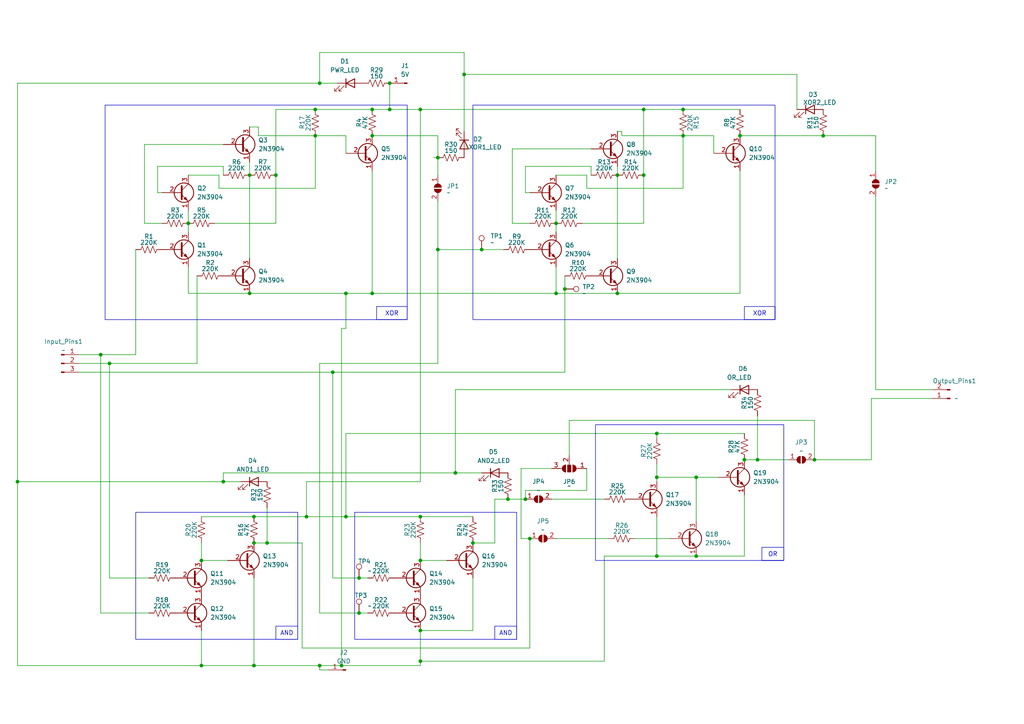
<source format=kicad_sch>
(kicad_sch
	(version 20231120)
	(generator "eeschema")
	(generator_version "8.0")
	(uuid "4e74c2aa-3410-4407-95d8-73d62854742b")
	(paper "A4")
	(title_block
		(title "1-Bit Adder")
		(date "2024-03-29")
		(rev "1.0")
	)
	(lib_symbols
		(symbol "Connector:Conn_01x01_Pin"
			(pin_names
				(offset 1.016) hide)
			(exclude_from_sim no)
			(in_bom yes)
			(on_board yes)
			(property "Reference" "J"
				(at 0 2.54 0)
				(effects
					(font
						(size 1.27 1.27)
					)
				)
			)
			(property "Value" "Conn_01x01_Pin"
				(at 0 -2.54 0)
				(effects
					(font
						(size 1.27 1.27)
					)
				)
			)
			(property "Footprint" ""
				(at 0 0 0)
				(effects
					(font
						(size 1.27 1.27)
					)
					(hide yes)
				)
			)
			(property "Datasheet" "~"
				(at 0 0 0)
				(effects
					(font
						(size 1.27 1.27)
					)
					(hide yes)
				)
			)
			(property "Description" "Generic connector, single row, 01x01, script generated"
				(at 0 0 0)
				(effects
					(font
						(size 1.27 1.27)
					)
					(hide yes)
				)
			)
			(property "ki_locked" ""
				(at 0 0 0)
				(effects
					(font
						(size 1.27 1.27)
					)
				)
			)
			(property "ki_keywords" "connector"
				(at 0 0 0)
				(effects
					(font
						(size 1.27 1.27)
					)
					(hide yes)
				)
			)
			(property "ki_fp_filters" "Connector*:*_1x??_*"
				(at 0 0 0)
				(effects
					(font
						(size 1.27 1.27)
					)
					(hide yes)
				)
			)
			(symbol "Conn_01x01_Pin_1_1"
				(polyline
					(pts
						(xy 1.27 0) (xy 0.8636 0)
					)
					(stroke
						(width 0.1524)
						(type default)
					)
					(fill
						(type none)
					)
				)
				(rectangle
					(start 0.8636 0.127)
					(end 0 -0.127)
					(stroke
						(width 0.1524)
						(type default)
					)
					(fill
						(type outline)
					)
				)
				(pin passive line
					(at 5.08 0 180)
					(length 3.81)
					(name "Pin_1"
						(effects
							(font
								(size 1.27 1.27)
							)
						)
					)
					(number "1"
						(effects
							(font
								(size 1.27 1.27)
							)
						)
					)
				)
			)
		)
		(symbol "Connector:Conn_01x02_Pin"
			(pin_names
				(offset 1.016) hide)
			(exclude_from_sim no)
			(in_bom yes)
			(on_board yes)
			(property "Reference" "J"
				(at 0 2.54 0)
				(effects
					(font
						(size 1.27 1.27)
					)
				)
			)
			(property "Value" "Conn_01x02_Pin"
				(at 0 -5.08 0)
				(effects
					(font
						(size 1.27 1.27)
					)
				)
			)
			(property "Footprint" ""
				(at 0 0 0)
				(effects
					(font
						(size 1.27 1.27)
					)
					(hide yes)
				)
			)
			(property "Datasheet" "~"
				(at 0 0 0)
				(effects
					(font
						(size 1.27 1.27)
					)
					(hide yes)
				)
			)
			(property "Description" "Generic connector, single row, 01x02, script generated"
				(at 0 0 0)
				(effects
					(font
						(size 1.27 1.27)
					)
					(hide yes)
				)
			)
			(property "ki_locked" ""
				(at 0 0 0)
				(effects
					(font
						(size 1.27 1.27)
					)
				)
			)
			(property "ki_keywords" "connector"
				(at 0 0 0)
				(effects
					(font
						(size 1.27 1.27)
					)
					(hide yes)
				)
			)
			(property "ki_fp_filters" "Connector*:*_1x??_*"
				(at 0 0 0)
				(effects
					(font
						(size 1.27 1.27)
					)
					(hide yes)
				)
			)
			(symbol "Conn_01x02_Pin_1_1"
				(polyline
					(pts
						(xy 1.27 -2.54) (xy 0.8636 -2.54)
					)
					(stroke
						(width 0.1524)
						(type default)
					)
					(fill
						(type none)
					)
				)
				(polyline
					(pts
						(xy 1.27 0) (xy 0.8636 0)
					)
					(stroke
						(width 0.1524)
						(type default)
					)
					(fill
						(type none)
					)
				)
				(rectangle
					(start 0.8636 -2.413)
					(end 0 -2.667)
					(stroke
						(width 0.1524)
						(type default)
					)
					(fill
						(type outline)
					)
				)
				(rectangle
					(start 0.8636 0.127)
					(end 0 -0.127)
					(stroke
						(width 0.1524)
						(type default)
					)
					(fill
						(type outline)
					)
				)
				(pin passive line
					(at 5.08 0 180)
					(length 3.81)
					(name "Pin_1"
						(effects
							(font
								(size 1.27 1.27)
							)
						)
					)
					(number "1"
						(effects
							(font
								(size 1.27 1.27)
							)
						)
					)
				)
				(pin passive line
					(at 5.08 -2.54 180)
					(length 3.81)
					(name "Pin_2"
						(effects
							(font
								(size 1.27 1.27)
							)
						)
					)
					(number "2"
						(effects
							(font
								(size 1.27 1.27)
							)
						)
					)
				)
			)
		)
		(symbol "Connector:Conn_01x03_Pin"
			(pin_names
				(offset 1.016) hide)
			(exclude_from_sim no)
			(in_bom yes)
			(on_board yes)
			(property "Reference" "J"
				(at 0 5.08 0)
				(effects
					(font
						(size 1.27 1.27)
					)
				)
			)
			(property "Value" "Conn_01x03_Pin"
				(at 0 -5.08 0)
				(effects
					(font
						(size 1.27 1.27)
					)
				)
			)
			(property "Footprint" ""
				(at 0 0 0)
				(effects
					(font
						(size 1.27 1.27)
					)
					(hide yes)
				)
			)
			(property "Datasheet" "~"
				(at 0 0 0)
				(effects
					(font
						(size 1.27 1.27)
					)
					(hide yes)
				)
			)
			(property "Description" "Generic connector, single row, 01x03, script generated"
				(at 0 0 0)
				(effects
					(font
						(size 1.27 1.27)
					)
					(hide yes)
				)
			)
			(property "ki_locked" ""
				(at 0 0 0)
				(effects
					(font
						(size 1.27 1.27)
					)
				)
			)
			(property "ki_keywords" "connector"
				(at 0 0 0)
				(effects
					(font
						(size 1.27 1.27)
					)
					(hide yes)
				)
			)
			(property "ki_fp_filters" "Connector*:*_1x??_*"
				(at 0 0 0)
				(effects
					(font
						(size 1.27 1.27)
					)
					(hide yes)
				)
			)
			(symbol "Conn_01x03_Pin_1_1"
				(polyline
					(pts
						(xy 1.27 -2.54) (xy 0.8636 -2.54)
					)
					(stroke
						(width 0.1524)
						(type default)
					)
					(fill
						(type none)
					)
				)
				(polyline
					(pts
						(xy 1.27 0) (xy 0.8636 0)
					)
					(stroke
						(width 0.1524)
						(type default)
					)
					(fill
						(type none)
					)
				)
				(polyline
					(pts
						(xy 1.27 2.54) (xy 0.8636 2.54)
					)
					(stroke
						(width 0.1524)
						(type default)
					)
					(fill
						(type none)
					)
				)
				(rectangle
					(start 0.8636 -2.413)
					(end 0 -2.667)
					(stroke
						(width 0.1524)
						(type default)
					)
					(fill
						(type outline)
					)
				)
				(rectangle
					(start 0.8636 0.127)
					(end 0 -0.127)
					(stroke
						(width 0.1524)
						(type default)
					)
					(fill
						(type outline)
					)
				)
				(rectangle
					(start 0.8636 2.667)
					(end 0 2.413)
					(stroke
						(width 0.1524)
						(type default)
					)
					(fill
						(type outline)
					)
				)
				(pin passive line
					(at 5.08 2.54 180)
					(length 3.81)
					(name "Pin_1"
						(effects
							(font
								(size 1.27 1.27)
							)
						)
					)
					(number "1"
						(effects
							(font
								(size 1.27 1.27)
							)
						)
					)
				)
				(pin passive line
					(at 5.08 0 180)
					(length 3.81)
					(name "Pin_2"
						(effects
							(font
								(size 1.27 1.27)
							)
						)
					)
					(number "2"
						(effects
							(font
								(size 1.27 1.27)
							)
						)
					)
				)
				(pin passive line
					(at 5.08 -2.54 180)
					(length 3.81)
					(name "Pin_3"
						(effects
							(font
								(size 1.27 1.27)
							)
						)
					)
					(number "3"
						(effects
							(font
								(size 1.27 1.27)
							)
						)
					)
				)
			)
		)
		(symbol "Connector:TestPoint"
			(pin_numbers hide)
			(pin_names
				(offset 0.762) hide)
			(exclude_from_sim no)
			(in_bom yes)
			(on_board yes)
			(property "Reference" "TP"
				(at 0 6.858 0)
				(effects
					(font
						(size 1.27 1.27)
					)
				)
			)
			(property "Value" "TestPoint"
				(at 0 5.08 0)
				(effects
					(font
						(size 1.27 1.27)
					)
				)
			)
			(property "Footprint" ""
				(at 5.08 0 0)
				(effects
					(font
						(size 1.27 1.27)
					)
					(hide yes)
				)
			)
			(property "Datasheet" "~"
				(at 5.08 0 0)
				(effects
					(font
						(size 1.27 1.27)
					)
					(hide yes)
				)
			)
			(property "Description" "test point"
				(at 0 0 0)
				(effects
					(font
						(size 1.27 1.27)
					)
					(hide yes)
				)
			)
			(property "ki_keywords" "test point tp"
				(at 0 0 0)
				(effects
					(font
						(size 1.27 1.27)
					)
					(hide yes)
				)
			)
			(property "ki_fp_filters" "Pin* Test*"
				(at 0 0 0)
				(effects
					(font
						(size 1.27 1.27)
					)
					(hide yes)
				)
			)
			(symbol "TestPoint_0_1"
				(circle
					(center 0 3.302)
					(radius 0.762)
					(stroke
						(width 0)
						(type default)
					)
					(fill
						(type none)
					)
				)
			)
			(symbol "TestPoint_1_1"
				(pin passive line
					(at 0 0 90)
					(length 2.54)
					(name "1"
						(effects
							(font
								(size 1.27 1.27)
							)
						)
					)
					(number "1"
						(effects
							(font
								(size 1.27 1.27)
							)
						)
					)
				)
			)
		)
		(symbol "Device:LED"
			(pin_numbers hide)
			(pin_names
				(offset 1.016) hide)
			(exclude_from_sim no)
			(in_bom yes)
			(on_board yes)
			(property "Reference" "D"
				(at 0 2.54 0)
				(effects
					(font
						(size 1.27 1.27)
					)
				)
			)
			(property "Value" "LED"
				(at 0 -2.54 0)
				(effects
					(font
						(size 1.27 1.27)
					)
				)
			)
			(property "Footprint" ""
				(at 0 0 0)
				(effects
					(font
						(size 1.27 1.27)
					)
					(hide yes)
				)
			)
			(property "Datasheet" "~"
				(at 0 0 0)
				(effects
					(font
						(size 1.27 1.27)
					)
					(hide yes)
				)
			)
			(property "Description" "Light emitting diode"
				(at 0 0 0)
				(effects
					(font
						(size 1.27 1.27)
					)
					(hide yes)
				)
			)
			(property "ki_keywords" "LED diode"
				(at 0 0 0)
				(effects
					(font
						(size 1.27 1.27)
					)
					(hide yes)
				)
			)
			(property "ki_fp_filters" "LED* LED_SMD:* LED_THT:*"
				(at 0 0 0)
				(effects
					(font
						(size 1.27 1.27)
					)
					(hide yes)
				)
			)
			(symbol "LED_0_1"
				(polyline
					(pts
						(xy -1.27 -1.27) (xy -1.27 1.27)
					)
					(stroke
						(width 0.254)
						(type default)
					)
					(fill
						(type none)
					)
				)
				(polyline
					(pts
						(xy -1.27 0) (xy 1.27 0)
					)
					(stroke
						(width 0)
						(type default)
					)
					(fill
						(type none)
					)
				)
				(polyline
					(pts
						(xy 1.27 -1.27) (xy 1.27 1.27) (xy -1.27 0) (xy 1.27 -1.27)
					)
					(stroke
						(width 0.254)
						(type default)
					)
					(fill
						(type none)
					)
				)
				(polyline
					(pts
						(xy -3.048 -0.762) (xy -4.572 -2.286) (xy -3.81 -2.286) (xy -4.572 -2.286) (xy -4.572 -1.524)
					)
					(stroke
						(width 0)
						(type default)
					)
					(fill
						(type none)
					)
				)
				(polyline
					(pts
						(xy -1.778 -0.762) (xy -3.302 -2.286) (xy -2.54 -2.286) (xy -3.302 -2.286) (xy -3.302 -1.524)
					)
					(stroke
						(width 0)
						(type default)
					)
					(fill
						(type none)
					)
				)
			)
			(symbol "LED_1_1"
				(pin passive line
					(at -3.81 0 0)
					(length 2.54)
					(name "K"
						(effects
							(font
								(size 1.27 1.27)
							)
						)
					)
					(number "1"
						(effects
							(font
								(size 1.27 1.27)
							)
						)
					)
				)
				(pin passive line
					(at 3.81 0 180)
					(length 2.54)
					(name "A"
						(effects
							(font
								(size 1.27 1.27)
							)
						)
					)
					(number "2"
						(effects
							(font
								(size 1.27 1.27)
							)
						)
					)
				)
			)
		)
		(symbol "Device:R_US"
			(pin_numbers hide)
			(pin_names
				(offset 0)
			)
			(exclude_from_sim no)
			(in_bom yes)
			(on_board yes)
			(property "Reference" "R"
				(at 2.54 0 90)
				(effects
					(font
						(size 1.27 1.27)
					)
				)
			)
			(property "Value" "R_US"
				(at -2.54 0 90)
				(effects
					(font
						(size 1.27 1.27)
					)
				)
			)
			(property "Footprint" ""
				(at 1.016 -0.254 90)
				(effects
					(font
						(size 1.27 1.27)
					)
					(hide yes)
				)
			)
			(property "Datasheet" "~"
				(at 0 0 0)
				(effects
					(font
						(size 1.27 1.27)
					)
					(hide yes)
				)
			)
			(property "Description" "Resistor, US symbol"
				(at 0 0 0)
				(effects
					(font
						(size 1.27 1.27)
					)
					(hide yes)
				)
			)
			(property "ki_keywords" "R res resistor"
				(at 0 0 0)
				(effects
					(font
						(size 1.27 1.27)
					)
					(hide yes)
				)
			)
			(property "ki_fp_filters" "R_*"
				(at 0 0 0)
				(effects
					(font
						(size 1.27 1.27)
					)
					(hide yes)
				)
			)
			(symbol "R_US_0_1"
				(polyline
					(pts
						(xy 0 -2.286) (xy 0 -2.54)
					)
					(stroke
						(width 0)
						(type default)
					)
					(fill
						(type none)
					)
				)
				(polyline
					(pts
						(xy 0 2.286) (xy 0 2.54)
					)
					(stroke
						(width 0)
						(type default)
					)
					(fill
						(type none)
					)
				)
				(polyline
					(pts
						(xy 0 -0.762) (xy 1.016 -1.143) (xy 0 -1.524) (xy -1.016 -1.905) (xy 0 -2.286)
					)
					(stroke
						(width 0)
						(type default)
					)
					(fill
						(type none)
					)
				)
				(polyline
					(pts
						(xy 0 0.762) (xy 1.016 0.381) (xy 0 0) (xy -1.016 -0.381) (xy 0 -0.762)
					)
					(stroke
						(width 0)
						(type default)
					)
					(fill
						(type none)
					)
				)
				(polyline
					(pts
						(xy 0 2.286) (xy 1.016 1.905) (xy 0 1.524) (xy -1.016 1.143) (xy 0 0.762)
					)
					(stroke
						(width 0)
						(type default)
					)
					(fill
						(type none)
					)
				)
			)
			(symbol "R_US_1_1"
				(pin passive line
					(at 0 3.81 270)
					(length 1.27)
					(name "~"
						(effects
							(font
								(size 1.27 1.27)
							)
						)
					)
					(number "1"
						(effects
							(font
								(size 1.27 1.27)
							)
						)
					)
				)
				(pin passive line
					(at 0 -3.81 90)
					(length 1.27)
					(name "~"
						(effects
							(font
								(size 1.27 1.27)
							)
						)
					)
					(number "2"
						(effects
							(font
								(size 1.27 1.27)
							)
						)
					)
				)
			)
		)
		(symbol "Jumper:SolderJumper_2_Open"
			(pin_names
				(offset 0) hide)
			(exclude_from_sim no)
			(in_bom yes)
			(on_board yes)
			(property "Reference" "JP"
				(at 0 2.032 0)
				(effects
					(font
						(size 1.27 1.27)
					)
				)
			)
			(property "Value" "SolderJumper_2_Open"
				(at 0 -2.54 0)
				(effects
					(font
						(size 1.27 1.27)
					)
				)
			)
			(property "Footprint" ""
				(at 0 0 0)
				(effects
					(font
						(size 1.27 1.27)
					)
					(hide yes)
				)
			)
			(property "Datasheet" "~"
				(at 0 0 0)
				(effects
					(font
						(size 1.27 1.27)
					)
					(hide yes)
				)
			)
			(property "Description" "Solder Jumper, 2-pole, open"
				(at 0 0 0)
				(effects
					(font
						(size 1.27 1.27)
					)
					(hide yes)
				)
			)
			(property "ki_keywords" "solder jumper SPST"
				(at 0 0 0)
				(effects
					(font
						(size 1.27 1.27)
					)
					(hide yes)
				)
			)
			(property "ki_fp_filters" "SolderJumper*Open*"
				(at 0 0 0)
				(effects
					(font
						(size 1.27 1.27)
					)
					(hide yes)
				)
			)
			(symbol "SolderJumper_2_Open_0_1"
				(arc
					(start -0.254 1.016)
					(mid -1.2656 0)
					(end -0.254 -1.016)
					(stroke
						(width 0)
						(type default)
					)
					(fill
						(type none)
					)
				)
				(arc
					(start -0.254 1.016)
					(mid -1.2656 0)
					(end -0.254 -1.016)
					(stroke
						(width 0)
						(type default)
					)
					(fill
						(type outline)
					)
				)
				(polyline
					(pts
						(xy -0.254 1.016) (xy -0.254 -1.016)
					)
					(stroke
						(width 0)
						(type default)
					)
					(fill
						(type none)
					)
				)
				(polyline
					(pts
						(xy 0.254 1.016) (xy 0.254 -1.016)
					)
					(stroke
						(width 0)
						(type default)
					)
					(fill
						(type none)
					)
				)
				(arc
					(start 0.254 -1.016)
					(mid 1.2656 0)
					(end 0.254 1.016)
					(stroke
						(width 0)
						(type default)
					)
					(fill
						(type none)
					)
				)
				(arc
					(start 0.254 -1.016)
					(mid 1.2656 0)
					(end 0.254 1.016)
					(stroke
						(width 0)
						(type default)
					)
					(fill
						(type outline)
					)
				)
			)
			(symbol "SolderJumper_2_Open_1_1"
				(pin passive line
					(at -3.81 0 0)
					(length 2.54)
					(name "A"
						(effects
							(font
								(size 1.27 1.27)
							)
						)
					)
					(number "1"
						(effects
							(font
								(size 1.27 1.27)
							)
						)
					)
				)
				(pin passive line
					(at 3.81 0 180)
					(length 2.54)
					(name "B"
						(effects
							(font
								(size 1.27 1.27)
							)
						)
					)
					(number "2"
						(effects
							(font
								(size 1.27 1.27)
							)
						)
					)
				)
			)
		)
		(symbol "Jumper:SolderJumper_3_Open"
			(pin_names
				(offset 0) hide)
			(exclude_from_sim no)
			(in_bom yes)
			(on_board yes)
			(property "Reference" "JP"
				(at -2.54 -2.54 0)
				(effects
					(font
						(size 1.27 1.27)
					)
				)
			)
			(property "Value" "SolderJumper_3_Open"
				(at 0 2.794 0)
				(effects
					(font
						(size 1.27 1.27)
					)
				)
			)
			(property "Footprint" ""
				(at 0 0 0)
				(effects
					(font
						(size 1.27 1.27)
					)
					(hide yes)
				)
			)
			(property "Datasheet" "~"
				(at 0 0 0)
				(effects
					(font
						(size 1.27 1.27)
					)
					(hide yes)
				)
			)
			(property "Description" "Solder Jumper, 3-pole, open"
				(at 0 0 0)
				(effects
					(font
						(size 1.27 1.27)
					)
					(hide yes)
				)
			)
			(property "ki_keywords" "Solder Jumper SPDT"
				(at 0 0 0)
				(effects
					(font
						(size 1.27 1.27)
					)
					(hide yes)
				)
			)
			(property "ki_fp_filters" "SolderJumper*Open*"
				(at 0 0 0)
				(effects
					(font
						(size 1.27 1.27)
					)
					(hide yes)
				)
			)
			(symbol "SolderJumper_3_Open_0_1"
				(arc
					(start -1.016 1.016)
					(mid -2.0276 0)
					(end -1.016 -1.016)
					(stroke
						(width 0)
						(type default)
					)
					(fill
						(type none)
					)
				)
				(arc
					(start -1.016 1.016)
					(mid -2.0276 0)
					(end -1.016 -1.016)
					(stroke
						(width 0)
						(type default)
					)
					(fill
						(type outline)
					)
				)
				(rectangle
					(start -0.508 1.016)
					(end 0.508 -1.016)
					(stroke
						(width 0)
						(type default)
					)
					(fill
						(type outline)
					)
				)
				(polyline
					(pts
						(xy -2.54 0) (xy -2.032 0)
					)
					(stroke
						(width 0)
						(type default)
					)
					(fill
						(type none)
					)
				)
				(polyline
					(pts
						(xy -1.016 1.016) (xy -1.016 -1.016)
					)
					(stroke
						(width 0)
						(type default)
					)
					(fill
						(type none)
					)
				)
				(polyline
					(pts
						(xy 0 -1.27) (xy 0 -1.016)
					)
					(stroke
						(width 0)
						(type default)
					)
					(fill
						(type none)
					)
				)
				(polyline
					(pts
						(xy 1.016 1.016) (xy 1.016 -1.016)
					)
					(stroke
						(width 0)
						(type default)
					)
					(fill
						(type none)
					)
				)
				(polyline
					(pts
						(xy 2.54 0) (xy 2.032 0)
					)
					(stroke
						(width 0)
						(type default)
					)
					(fill
						(type none)
					)
				)
				(arc
					(start 1.016 -1.016)
					(mid 2.0276 0)
					(end 1.016 1.016)
					(stroke
						(width 0)
						(type default)
					)
					(fill
						(type none)
					)
				)
				(arc
					(start 1.016 -1.016)
					(mid 2.0276 0)
					(end 1.016 1.016)
					(stroke
						(width 0)
						(type default)
					)
					(fill
						(type outline)
					)
				)
			)
			(symbol "SolderJumper_3_Open_1_1"
				(pin passive line
					(at -5.08 0 0)
					(length 2.54)
					(name "A"
						(effects
							(font
								(size 1.27 1.27)
							)
						)
					)
					(number "1"
						(effects
							(font
								(size 1.27 1.27)
							)
						)
					)
				)
				(pin passive line
					(at 0 -3.81 90)
					(length 2.54)
					(name "C"
						(effects
							(font
								(size 1.27 1.27)
							)
						)
					)
					(number "2"
						(effects
							(font
								(size 1.27 1.27)
							)
						)
					)
				)
				(pin passive line
					(at 5.08 0 180)
					(length 2.54)
					(name "B"
						(effects
							(font
								(size 1.27 1.27)
							)
						)
					)
					(number "3"
						(effects
							(font
								(size 1.27 1.27)
							)
						)
					)
				)
			)
		)
		(symbol "Transistor_BJT:2N3904"
			(pin_names
				(offset 0) hide)
			(exclude_from_sim no)
			(in_bom yes)
			(on_board yes)
			(property "Reference" "Q"
				(at 5.08 1.905 0)
				(effects
					(font
						(size 1.27 1.27)
					)
					(justify left)
				)
			)
			(property "Value" "2N3904"
				(at 5.08 0 0)
				(effects
					(font
						(size 1.27 1.27)
					)
					(justify left)
				)
			)
			(property "Footprint" "Package_TO_SOT_THT:TO-92_Inline"
				(at 5.08 -1.905 0)
				(effects
					(font
						(size 1.27 1.27)
						(italic yes)
					)
					(justify left)
					(hide yes)
				)
			)
			(property "Datasheet" "https://www.onsemi.com/pub/Collateral/2N3903-D.PDF"
				(at 0 0 0)
				(effects
					(font
						(size 1.27 1.27)
					)
					(justify left)
					(hide yes)
				)
			)
			(property "Description" "0.2A Ic, 40V Vce, Small Signal NPN Transistor, TO-92"
				(at 0 0 0)
				(effects
					(font
						(size 1.27 1.27)
					)
					(hide yes)
				)
			)
			(property "ki_keywords" "NPN Transistor"
				(at 0 0 0)
				(effects
					(font
						(size 1.27 1.27)
					)
					(hide yes)
				)
			)
			(property "ki_fp_filters" "TO?92*"
				(at 0 0 0)
				(effects
					(font
						(size 1.27 1.27)
					)
					(hide yes)
				)
			)
			(symbol "2N3904_0_1"
				(polyline
					(pts
						(xy 0.635 0.635) (xy 2.54 2.54)
					)
					(stroke
						(width 0)
						(type default)
					)
					(fill
						(type none)
					)
				)
				(polyline
					(pts
						(xy 0.635 -0.635) (xy 2.54 -2.54) (xy 2.54 -2.54)
					)
					(stroke
						(width 0)
						(type default)
					)
					(fill
						(type none)
					)
				)
				(polyline
					(pts
						(xy 0.635 1.905) (xy 0.635 -1.905) (xy 0.635 -1.905)
					)
					(stroke
						(width 0.508)
						(type default)
					)
					(fill
						(type none)
					)
				)
				(polyline
					(pts
						(xy 1.27 -1.778) (xy 1.778 -1.27) (xy 2.286 -2.286) (xy 1.27 -1.778) (xy 1.27 -1.778)
					)
					(stroke
						(width 0)
						(type default)
					)
					(fill
						(type outline)
					)
				)
				(circle
					(center 1.27 0)
					(radius 2.8194)
					(stroke
						(width 0.254)
						(type default)
					)
					(fill
						(type none)
					)
				)
			)
			(symbol "2N3904_1_1"
				(pin passive line
					(at 2.54 -5.08 90)
					(length 2.54)
					(name "E"
						(effects
							(font
								(size 1.27 1.27)
							)
						)
					)
					(number "1"
						(effects
							(font
								(size 1.27 1.27)
							)
						)
					)
				)
				(pin passive line
					(at -5.08 0 0)
					(length 5.715)
					(name "B"
						(effects
							(font
								(size 1.27 1.27)
							)
						)
					)
					(number "2"
						(effects
							(font
								(size 1.27 1.27)
							)
						)
					)
				)
				(pin passive line
					(at 2.54 5.08 270)
					(length 2.54)
					(name "C"
						(effects
							(font
								(size 1.27 1.27)
							)
						)
					)
					(number "3"
						(effects
							(font
								(size 1.27 1.27)
							)
						)
					)
				)
			)
		)
	)
	(junction
		(at 58.42 193.04)
		(diameter 0)
		(color 0 0 0 0)
		(uuid "0456928b-2fe2-40e5-aad4-e1f56a312da5")
	)
	(junction
		(at 54.61 64.77)
		(diameter 0)
		(color 0 0 0 0)
		(uuid "06416571-0ecf-4cdb-aa95-498fc40b9044")
	)
	(junction
		(at 127 72.39)
		(diameter 0)
		(color 0 0 0 0)
		(uuid "133ade90-a981-40d5-9f88-75c7472ed1ba")
	)
	(junction
		(at 107.95 39.37)
		(diameter 0)
		(color 0 0 0 0)
		(uuid "13544412-6f12-48e9-a894-d263ddd8e457")
	)
	(junction
		(at 179.07 85.09)
		(diameter 0)
		(color 0 0 0 0)
		(uuid "145b0c3b-54ec-46ca-9d84-cea0933d0732")
	)
	(junction
		(at 214.63 39.37)
		(diameter 0)
		(color 0 0 0 0)
		(uuid "19a434c8-b2d9-490d-a753-c55136fdb96f")
	)
	(junction
		(at 80.01 50.8)
		(diameter 0)
		(color 0 0 0 0)
		(uuid "1ba12dd6-c77e-4092-8d5c-c3bb2283fc57")
	)
	(junction
		(at 121.92 182.88)
		(diameter 0)
		(color 0 0 0 0)
		(uuid "1d164d71-2adf-4f72-995d-47122f2998a8")
	)
	(junction
		(at 91.44 31.75)
		(diameter 0)
		(color 0 0 0 0)
		(uuid "1e56091d-e403-4d0a-bc73-3e705b855e59")
	)
	(junction
		(at 73.66 157.48)
		(diameter 0)
		(color 0 0 0 0)
		(uuid "2a0f25cc-a737-46ba-9abf-4f51c94ccaac")
	)
	(junction
		(at 238.76 39.37)
		(diameter 0)
		(color 0 0 0 0)
		(uuid "38bb54b4-672b-445b-b77b-7ea6103bd0d8")
	)
	(junction
		(at 104.14 177.8)
		(diameter 0)
		(color 0 0 0 0)
		(uuid "3f23c806-2321-4cf1-8e8f-c2ccf9c192f7")
	)
	(junction
		(at 121.92 149.86)
		(diameter 0)
		(color 0 0 0 0)
		(uuid "4027dbe2-c123-4481-88a5-3f205bad022a")
	)
	(junction
		(at 107.95 31.75)
		(diameter 0)
		(color 0 0 0 0)
		(uuid "432ed6ea-fb56-46a3-88c1-e89faed1c87c")
	)
	(junction
		(at 190.5 138.43)
		(diameter 0)
		(color 0 0 0 0)
		(uuid "471dbd09-eb49-428c-b520-a06ab32ffe66")
	)
	(junction
		(at 198.12 31.75)
		(diameter 0)
		(color 0 0 0 0)
		(uuid "551a7320-e5b2-4c55-9732-a7b89c8f9ee5")
	)
	(junction
		(at 186.69 50.8)
		(diameter 0)
		(color 0 0 0 0)
		(uuid "5572fa40-3bc3-42b1-bda1-cd6881ea39af")
	)
	(junction
		(at 127 45.72)
		(diameter 0)
		(color 0 0 0 0)
		(uuid "573d23e4-922e-4482-8b2f-23fe572a8f61")
	)
	(junction
		(at 190.5 125.73)
		(diameter 0)
		(color 0 0 0 0)
		(uuid "598a3eb2-2f2b-440d-9eb5-68ced9387982")
	)
	(junction
		(at 121.92 31.75)
		(diameter 0)
		(color 0 0 0 0)
		(uuid "5bd6ea70-e285-4963-9339-ac09b4ca260f")
	)
	(junction
		(at 92.71 193.04)
		(diameter 0)
		(color 0 0 0 0)
		(uuid "5f7a16f5-cf7a-4130-99df-89c11e92e935")
	)
	(junction
		(at 137.16 157.48)
		(diameter 0)
		(color 0 0 0 0)
		(uuid "61bc7d52-04a1-4e24-ab54-4dcb81e8303f")
	)
	(junction
		(at 96.52 107.95)
		(diameter 0)
		(color 0 0 0 0)
		(uuid "63e21e4c-a37c-42fd-8a8b-b0d89a410c95")
	)
	(junction
		(at 31.75 105.41)
		(diameter 0)
		(color 0 0 0 0)
		(uuid "6808bca8-33ba-4770-a5bc-f1aaebc758d5")
	)
	(junction
		(at 121.92 162.56)
		(diameter 0)
		(color 0 0 0 0)
		(uuid "6a574674-ca9c-43c4-9de9-95eb7d4e3f84")
	)
	(junction
		(at 100.33 149.86)
		(diameter 0)
		(color 0 0 0 0)
		(uuid "713384b9-ae22-4ae2-bcc1-74e478c4be9e")
	)
	(junction
		(at 5.08 139.7)
		(diameter 0)
		(color 0 0 0 0)
		(uuid "74d9015a-5035-4674-9854-73f8cde3c92a")
	)
	(junction
		(at 152.4 144.78)
		(diameter 0)
		(color 0 0 0 0)
		(uuid "78eaec35-58fe-4122-828b-69084c523b16")
	)
	(junction
		(at 77.47 157.48)
		(diameter 0)
		(color 0 0 0 0)
		(uuid "7d5db38e-f009-46a8-9b24-1a6f0eb0abf2")
	)
	(junction
		(at 91.44 39.37)
		(diameter 0)
		(color 0 0 0 0)
		(uuid "8103c5f9-6c5f-4798-b40d-348f77e08358")
	)
	(junction
		(at 100.33 85.09)
		(diameter 0)
		(color 0 0 0 0)
		(uuid "878b4eda-5ec8-4151-889e-2bdcf2e95daa")
	)
	(junction
		(at 113.03 31.75)
		(diameter 0)
		(color 0 0 0 0)
		(uuid "87bd7e66-1d6e-47a6-90f3-760987378834")
	)
	(junction
		(at 153.67 156.21)
		(diameter 0)
		(color 0 0 0 0)
		(uuid "8b674d93-7f53-4f46-9277-2a2c2041347b")
	)
	(junction
		(at 73.66 193.04)
		(diameter 0)
		(color 0 0 0 0)
		(uuid "8da4e213-0bb2-473a-b589-a67a31bbcc62")
	)
	(junction
		(at 88.9 149.86)
		(diameter 0)
		(color 0 0 0 0)
		(uuid "8fe2939c-efa9-42d6-a9ac-d002028bb069")
	)
	(junction
		(at 161.29 85.09)
		(diameter 0)
		(color 0 0 0 0)
		(uuid "9a224719-cd9a-4689-9464-52ac4009147a")
	)
	(junction
		(at 139.7 72.39)
		(diameter 0)
		(color 0 0 0 0)
		(uuid "aabad6df-eb22-467d-bfbd-f3b00ffc20c3")
	)
	(junction
		(at 72.39 50.8)
		(diameter 0)
		(color 0 0 0 0)
		(uuid "b759c56f-656a-4100-91b2-b30f249c7812")
	)
	(junction
		(at 121.92 191.77)
		(diameter 0)
		(color 0 0 0 0)
		(uuid "bb3c910b-94e5-4a8f-907f-a42033b00e3d")
	)
	(junction
		(at 107.95 85.09)
		(diameter 0)
		(color 0 0 0 0)
		(uuid "bc43b56d-c164-43a3-b27e-83602c988880")
	)
	(junction
		(at 161.29 64.77)
		(diameter 0)
		(color 0 0 0 0)
		(uuid "bf1c94d4-dc45-48e3-bf7d-50be2904069b")
	)
	(junction
		(at 201.93 138.43)
		(diameter 0)
		(color 0 0 0 0)
		(uuid "bf2139d9-66f7-4287-a8a8-1cde7be010ee")
	)
	(junction
		(at 73.66 149.86)
		(diameter 0)
		(color 0 0 0 0)
		(uuid "c552e045-a0ac-4808-aa56-e9bff340fd1c")
	)
	(junction
		(at 92.71 24.13)
		(diameter 0)
		(color 0 0 0 0)
		(uuid "c5f4f8df-3235-4ca5-b629-016484f8ea6e")
	)
	(junction
		(at 236.22 133.35)
		(diameter 0)
		(color 0 0 0 0)
		(uuid "c9c80fe6-5f1f-4e1c-b380-db6d86af5c9d")
	)
	(junction
		(at 219.71 133.35)
		(diameter 0)
		(color 0 0 0 0)
		(uuid "ca58e2d1-d13a-4cb0-b438-9653a45abeb3")
	)
	(junction
		(at 132.08 137.16)
		(diameter 0)
		(color 0 0 0 0)
		(uuid "cb7fcfe6-c60c-41bf-bce7-e6292748bd42")
	)
	(junction
		(at 147.32 144.78)
		(diameter 0)
		(color 0 0 0 0)
		(uuid "cd810d00-d149-4d57-a23c-4f60aeb2a8c3")
	)
	(junction
		(at 58.42 162.56)
		(diameter 0)
		(color 0 0 0 0)
		(uuid "ce78eb41-a17b-4cff-83c8-0f70670bb8a6")
	)
	(junction
		(at 134.62 21.59)
		(diameter 0)
		(color 0 0 0 0)
		(uuid "d33c8730-0234-4a08-894c-6dd6b7d0988b")
	)
	(junction
		(at 72.39 85.09)
		(diameter 0)
		(color 0 0 0 0)
		(uuid "d58d3b85-c123-4813-b4b6-671661d8a25f")
	)
	(junction
		(at 190.5 161.29)
		(diameter 0)
		(color 0 0 0 0)
		(uuid "d94798df-c502-4555-ae1a-afa691297af7")
	)
	(junction
		(at 64.77 139.7)
		(diameter 0)
		(color 0 0 0 0)
		(uuid "dbd9568d-9941-4693-9120-9f2b8ecb05e1")
	)
	(junction
		(at 99.06 193.04)
		(diameter 0)
		(color 0 0 0 0)
		(uuid "df4d7c99-4604-47f8-a545-901deafbb6f7")
	)
	(junction
		(at 201.93 161.29)
		(diameter 0)
		(color 0 0 0 0)
		(uuid "e02fb58c-89b3-43ba-aca0-c3ca3d20fe70")
	)
	(junction
		(at 179.07 50.8)
		(diameter 0)
		(color 0 0 0 0)
		(uuid "e2060199-a649-41d0-852a-1eda0ef6e095")
	)
	(junction
		(at 163.83 83.82)
		(diameter 0)
		(color 0 0 0 0)
		(uuid "e47f79cd-9eee-4126-8ecf-959e247e555f")
	)
	(junction
		(at 104.14 167.64)
		(diameter 0)
		(color 0 0 0 0)
		(uuid "e7d99f11-9748-45c3-a072-889e9f3eec01")
	)
	(junction
		(at 29.21 102.87)
		(diameter 0)
		(color 0 0 0 0)
		(uuid "e8002d23-7f45-4b59-b7a3-e8d16344e45c")
	)
	(junction
		(at 215.9 133.35)
		(diameter 0)
		(color 0 0 0 0)
		(uuid "e99f3e23-c710-49f3-a349-69c88c6bf34c")
	)
	(junction
		(at 198.12 39.37)
		(diameter 0)
		(color 0 0 0 0)
		(uuid "ebf260ba-bd9b-4f57-861f-c44fb780a18b")
	)
	(junction
		(at 186.69 31.75)
		(diameter 0)
		(color 0 0 0 0)
		(uuid "ee315325-9546-4b94-b016-ce527a81785c")
	)
	(junction
		(at 113.03 24.13)
		(diameter 0)
		(color 0 0 0 0)
		(uuid "fcb3ccb6-ad46-4b96-a6e9-e5aeffd9b3e1")
	)
	(wire
		(pts
			(xy 74.93 36.83) (xy 72.39 36.83)
		)
		(stroke
			(width 0)
			(type default)
		)
		(uuid "027a0028-251f-4b58-96ef-2ff66fcc9807")
	)
	(wire
		(pts
			(xy 87.63 157.48) (xy 77.47 157.48)
		)
		(stroke
			(width 0)
			(type default)
		)
		(uuid "02d792b3-ed5e-4c3b-9555-5ba313228541")
	)
	(wire
		(pts
			(xy 57.15 105.41) (xy 31.75 105.41)
		)
		(stroke
			(width 0)
			(type default)
		)
		(uuid "03136a73-a12a-479a-b0a7-a5297b19a74f")
	)
	(wire
		(pts
			(xy 31.75 167.64) (xy 31.75 105.41)
		)
		(stroke
			(width 0)
			(type default)
		)
		(uuid "03663c48-3636-4cb4-96e0-f17f0e02e688")
	)
	(wire
		(pts
			(xy 92.71 105.41) (xy 92.71 177.8)
		)
		(stroke
			(width 0)
			(type default)
		)
		(uuid "05f1a048-c001-4e08-b7dd-86578e313a0c")
	)
	(wire
		(pts
			(xy 72.39 85.09) (xy 100.33 85.09)
		)
		(stroke
			(width 0)
			(type default)
		)
		(uuid "066d7e4b-bc5f-403a-9d2e-9c9a06f79894")
	)
	(wire
		(pts
			(xy 121.92 139.7) (xy 121.92 31.75)
		)
		(stroke
			(width 0)
			(type default)
		)
		(uuid "09f93f5d-2a50-4728-9901-f2bb707a4458")
	)
	(wire
		(pts
			(xy 107.95 49.53) (xy 107.95 85.09)
		)
		(stroke
			(width 0)
			(type default)
		)
		(uuid "0af03459-a014-4415-8db8-5b146cbc004d")
	)
	(wire
		(pts
			(xy 152.4 144.78) (xy 152.4 142.24)
		)
		(stroke
			(width 0)
			(type default)
		)
		(uuid "0d6552d5-b988-45b9-b629-37114c68ab40")
	)
	(wire
		(pts
			(xy 107.95 85.09) (xy 161.29 85.09)
		)
		(stroke
			(width 0)
			(type default)
		)
		(uuid "0e25175d-e622-46f7-bbfe-f2838ae2b699")
	)
	(wire
		(pts
			(xy 180.34 39.37) (xy 198.12 39.37)
		)
		(stroke
			(width 0)
			(type default)
		)
		(uuid "1025412c-5bf0-4bd8-adab-72fef1899ba5")
	)
	(wire
		(pts
			(xy 186.69 50.8) (xy 186.69 64.77)
		)
		(stroke
			(width 0)
			(type default)
		)
		(uuid "10ab6a83-b072-4669-b85d-60a82d43470d")
	)
	(wire
		(pts
			(xy 132.08 113.03) (xy 212.09 113.03)
		)
		(stroke
			(width 0)
			(type default)
		)
		(uuid "11cf119e-8c19-4367-ad4b-45b25f07b7e5")
	)
	(wire
		(pts
			(xy 43.18 177.8) (xy 29.21 177.8)
		)
		(stroke
			(width 0)
			(type default)
		)
		(uuid "12069cb7-101f-4bae-b3ad-b1d92413dfc3")
	)
	(wire
		(pts
			(xy 137.16 182.88) (xy 121.92 182.88)
		)
		(stroke
			(width 0)
			(type default)
		)
		(uuid "1286a9ac-8276-429f-b9d2-4d9fae057ee0")
	)
	(wire
		(pts
			(xy 45.72 48.26) (xy 64.77 48.26)
		)
		(stroke
			(width 0)
			(type default)
		)
		(uuid "1512216c-e844-40e2-a600-53f4dd306ba6")
	)
	(wire
		(pts
			(xy 100.33 85.09) (xy 100.33 95.25)
		)
		(stroke
			(width 0)
			(type default)
		)
		(uuid "1566765d-e694-42d9-ae61-ddfcbf440d64")
	)
	(wire
		(pts
			(xy 125.73 45.72) (xy 127 45.72)
		)
		(stroke
			(width 0)
			(type default)
		)
		(uuid "1692ec0a-ddaf-4a5c-b7c3-cea6b4afbd2b")
	)
	(wire
		(pts
			(xy 132.08 137.16) (xy 139.7 137.16)
		)
		(stroke
			(width 0)
			(type default)
		)
		(uuid "17d1799e-d406-4ae3-8ae5-b52763858a11")
	)
	(wire
		(pts
			(xy 72.39 50.8) (xy 72.39 74.93)
		)
		(stroke
			(width 0)
			(type default)
		)
		(uuid "1907280f-4cd1-4df5-bb45-c2145e492171")
	)
	(wire
		(pts
			(xy 54.61 77.47) (xy 54.61 85.09)
		)
		(stroke
			(width 0)
			(type default)
		)
		(uuid "19832609-0c31-4ba9-891b-4dfdb327ec2f")
	)
	(wire
		(pts
			(xy 186.69 31.75) (xy 198.12 31.75)
		)
		(stroke
			(width 0)
			(type default)
		)
		(uuid "1af7bb2e-b929-4dfb-a4f6-29da59f7f895")
	)
	(wire
		(pts
			(xy 54.61 60.96) (xy 54.61 64.77)
		)
		(stroke
			(width 0)
			(type default)
		)
		(uuid "21a4ffbb-f86a-4a30-acd2-d30304c6e60c")
	)
	(wire
		(pts
			(xy 64.77 48.26) (xy 64.77 50.8)
		)
		(stroke
			(width 0)
			(type default)
		)
		(uuid "21e0336a-c923-44ae-991b-25beb3d77f86")
	)
	(wire
		(pts
			(xy 104.14 177.8) (xy 106.68 177.8)
		)
		(stroke
			(width 0)
			(type default)
		)
		(uuid "220d2ce3-dbfa-444a-8b4e-c55d4d132348")
	)
	(wire
		(pts
			(xy 58.42 149.86) (xy 73.66 149.86)
		)
		(stroke
			(width 0)
			(type default)
		)
		(uuid "2243ed52-914f-41af-ae40-1ba1f605b54b")
	)
	(wire
		(pts
			(xy 99.06 95.25) (xy 99.06 193.04)
		)
		(stroke
			(width 0)
			(type default)
		)
		(uuid "23df91fb-0728-4ad6-8b4c-0d48e23ade57")
	)
	(wire
		(pts
			(xy 190.5 138.43) (xy 190.5 139.7)
		)
		(stroke
			(width 0)
			(type default)
		)
		(uuid "255bde67-9bf2-407d-a8f9-9e6acc742cf7")
	)
	(wire
		(pts
			(xy 92.71 177.8) (xy 104.14 177.8)
		)
		(stroke
			(width 0)
			(type default)
		)
		(uuid "25a1e295-103b-4798-8b18-add2ff6f02e3")
	)
	(wire
		(pts
			(xy 91.44 39.37) (xy 74.93 39.37)
		)
		(stroke
			(width 0)
			(type default)
		)
		(uuid "28aa4545-ae47-4b8d-a5e9-bc913f4ae3b6")
	)
	(wire
		(pts
			(xy 88.9 149.86) (xy 88.9 139.7)
		)
		(stroke
			(width 0)
			(type default)
		)
		(uuid "28f93d2c-533d-47b1-a7aa-4864c3ee4bac")
	)
	(wire
		(pts
			(xy 88.9 139.7) (xy 121.92 139.7)
		)
		(stroke
			(width 0)
			(type default)
		)
		(uuid "29013841-d66e-4705-b45b-32f9b744f3e5")
	)
	(wire
		(pts
			(xy 58.42 157.48) (xy 58.42 162.56)
		)
		(stroke
			(width 0)
			(type default)
		)
		(uuid "2a299955-edeb-40b1-8984-c39f8f61ad85")
	)
	(wire
		(pts
			(xy 190.5 149.86) (xy 190.5 161.29)
		)
		(stroke
			(width 0)
			(type default)
		)
		(uuid "2a67fd40-af9f-469d-841c-643039b1abde")
	)
	(wire
		(pts
			(xy 100.33 125.73) (xy 190.5 125.73)
		)
		(stroke
			(width 0)
			(type default)
		)
		(uuid "2c707228-575f-4f7b-87d2-c5e319b3ed79")
	)
	(wire
		(pts
			(xy 87.63 187.96) (xy 87.63 157.48)
		)
		(stroke
			(width 0)
			(type default)
		)
		(uuid "2c9b06ec-c142-4a0c-af36-98751d442aa7")
	)
	(wire
		(pts
			(xy 161.29 77.47) (xy 161.29 85.09)
		)
		(stroke
			(width 0)
			(type default)
		)
		(uuid "2ccb11f5-ac54-43c0-867c-4577a793b3fc")
	)
	(wire
		(pts
			(xy 100.33 85.09) (xy 107.95 85.09)
		)
		(stroke
			(width 0)
			(type default)
		)
		(uuid "2e3c1e5b-b9cd-4ca9-9f40-c61cf55527e0")
	)
	(wire
		(pts
			(xy 219.71 133.35) (xy 215.9 133.35)
		)
		(stroke
			(width 0)
			(type default)
		)
		(uuid "2ecda984-b107-4342-979f-fde346d012a6")
	)
	(wire
		(pts
			(xy 153.67 156.21) (xy 153.67 187.96)
		)
		(stroke
			(width 0)
			(type default)
		)
		(uuid "2f070e45-8abc-4e05-8479-5b55e53698c8")
	)
	(wire
		(pts
			(xy 215.9 125.73) (xy 190.5 125.73)
		)
		(stroke
			(width 0)
			(type default)
		)
		(uuid "2f5f411e-6c51-4c0a-917b-266704d42f4a")
	)
	(wire
		(pts
			(xy 179.07 48.26) (xy 179.07 50.8)
		)
		(stroke
			(width 0)
			(type default)
		)
		(uuid "30873491-1007-4237-968e-3bf8df48723b")
	)
	(wire
		(pts
			(xy 201.93 151.13) (xy 201.93 138.43)
		)
		(stroke
			(width 0)
			(type default)
		)
		(uuid "32befcb4-8ff9-4384-ac96-063d84052c96")
	)
	(wire
		(pts
			(xy 91.44 39.37) (xy 91.44 54.61)
		)
		(stroke
			(width 0)
			(type default)
		)
		(uuid "330163d9-af99-4ac0-a2f9-53466f3451d4")
	)
	(wire
		(pts
			(xy 88.9 149.86) (xy 100.33 149.86)
		)
		(stroke
			(width 0)
			(type default)
		)
		(uuid "33726147-3df6-4293-8509-a4185da1acef")
	)
	(wire
		(pts
			(xy 254 113.03) (xy 254 57.15)
		)
		(stroke
			(width 0)
			(type default)
		)
		(uuid "3414ccf9-7293-44d0-8928-349d3c4d7492")
	)
	(wire
		(pts
			(xy 238.76 39.37) (xy 214.63 39.37)
		)
		(stroke
			(width 0)
			(type default)
		)
		(uuid "343218bf-d12e-472b-b8fc-5957baf87751")
	)
	(wire
		(pts
			(xy 134.62 21.59) (xy 231.14 21.59)
		)
		(stroke
			(width 0)
			(type default)
		)
		(uuid "34a27c3b-11a3-498e-874e-619400eee5c6")
	)
	(wire
		(pts
			(xy 179.07 85.09) (xy 214.63 85.09)
		)
		(stroke
			(width 0)
			(type default)
		)
		(uuid "35b894d8-5165-4e81-a8b5-27fdecebc9bd")
	)
	(wire
		(pts
			(xy 104.14 167.64) (xy 106.68 167.64)
		)
		(stroke
			(width 0)
			(type default)
		)
		(uuid "3685716c-d8b5-4051-b69f-e737cea263d3")
	)
	(wire
		(pts
			(xy 107.95 31.75) (xy 113.03 31.75)
		)
		(stroke
			(width 0)
			(type default)
		)
		(uuid "36dd5569-8804-401d-9975-3c56af3448f9")
	)
	(wire
		(pts
			(xy 96.52 107.95) (xy 96.52 167.64)
		)
		(stroke
			(width 0)
			(type default)
		)
		(uuid "3703520a-c53c-49bd-bea2-a13851030cf3")
	)
	(wire
		(pts
			(xy 92.71 15.24) (xy 92.71 24.13)
		)
		(stroke
			(width 0)
			(type default)
		)
		(uuid "3782d08f-160d-469f-b0aa-6755f304eaf1")
	)
	(wire
		(pts
			(xy 74.93 39.37) (xy 74.93 36.83)
		)
		(stroke
			(width 0)
			(type default)
		)
		(uuid "3ac2365f-64af-4c22-8770-237dd8ee02eb")
	)
	(wire
		(pts
			(xy 179.07 50.8) (xy 179.07 74.93)
		)
		(stroke
			(width 0)
			(type default)
		)
		(uuid "3c747cb9-e5af-4de8-a0a9-4ae10bb60b98")
	)
	(wire
		(pts
			(xy 77.47 147.32) (xy 77.47 157.48)
		)
		(stroke
			(width 0)
			(type default)
		)
		(uuid "3dcd138a-c6f0-4ece-b483-eb97e329030d")
	)
	(wire
		(pts
			(xy 184.15 156.21) (xy 194.31 156.21)
		)
		(stroke
			(width 0)
			(type default)
		)
		(uuid "3f2930a9-4dc1-4d37-8369-980021c243a2")
	)
	(wire
		(pts
			(xy 132.08 113.03) (xy 132.08 137.16)
		)
		(stroke
			(width 0)
			(type default)
		)
		(uuid "3f602cb4-c925-4630-b90d-70c92b1d9afb")
	)
	(wire
		(pts
			(xy 29.21 102.87) (xy 39.37 102.87)
		)
		(stroke
			(width 0)
			(type default)
		)
		(uuid "4181c2c6-d22c-4648-85f6-3be2cc3d3f50")
	)
	(wire
		(pts
			(xy 80.01 31.75) (xy 80.01 50.8)
		)
		(stroke
			(width 0)
			(type default)
		)
		(uuid "4255d82c-7cbc-4984-957e-4443eac36bef")
	)
	(wire
		(pts
			(xy 121.92 157.48) (xy 121.92 162.56)
		)
		(stroke
			(width 0)
			(type default)
		)
		(uuid "42ec2a21-bb40-4958-8a47-a42abdc53225")
	)
	(wire
		(pts
			(xy 170.18 54.61) (xy 198.12 54.61)
		)
		(stroke
			(width 0)
			(type default)
		)
		(uuid "44352479-5d84-4967-a517-b40ae4a58fb6")
	)
	(wire
		(pts
			(xy 134.62 21.59) (xy 134.62 15.24)
		)
		(stroke
			(width 0)
			(type default)
		)
		(uuid "44aadc48-9ed9-4110-84fe-3a7507e14522")
	)
	(wire
		(pts
			(xy 121.92 149.86) (xy 137.16 149.86)
		)
		(stroke
			(width 0)
			(type default)
		)
		(uuid "45afd985-12a3-48e5-b24a-2d10ede7e150")
	)
	(wire
		(pts
			(xy 5.08 139.7) (xy 5.08 193.04)
		)
		(stroke
			(width 0)
			(type default)
		)
		(uuid "49222860-93bd-4d7f-9d31-56f47976a729")
	)
	(wire
		(pts
			(xy 58.42 182.88) (xy 58.42 193.04)
		)
		(stroke
			(width 0)
			(type default)
		)
		(uuid "49865ae7-192a-470f-afa0-d9f15287f56a")
	)
	(wire
		(pts
			(xy 5.08 139.7) (xy 64.77 139.7)
		)
		(stroke
			(width 0)
			(type default)
		)
		(uuid "4b540750-9766-44f3-8a65-4a0ce76999a2")
	)
	(wire
		(pts
			(xy 92.71 193.04) (xy 99.06 193.04)
		)
		(stroke
			(width 0)
			(type default)
		)
		(uuid "4b59ac73-f879-4d1a-8ae5-881ae2e5b04f")
	)
	(wire
		(pts
			(xy 73.66 193.04) (xy 92.71 193.04)
		)
		(stroke
			(width 0)
			(type default)
		)
		(uuid "4da582f1-5774-4617-96b6-3269242c153f")
	)
	(wire
		(pts
			(xy 129.54 162.56) (xy 121.92 162.56)
		)
		(stroke
			(width 0)
			(type default)
		)
		(uuid "4fd700f1-a23f-4e42-b2e3-089a6d94c372")
	)
	(wire
		(pts
			(xy 64.77 137.16) (xy 132.08 137.16)
		)
		(stroke
			(width 0)
			(type default)
		)
		(uuid "51e91a9e-4486-4a26-8be5-22b92a2113b5")
	)
	(wire
		(pts
			(xy 152.4 55.88) (xy 153.67 55.88)
		)
		(stroke
			(width 0)
			(type default)
		)
		(uuid "521eafd1-a2ea-4166-885a-2b1f2d628716")
	)
	(wire
		(pts
			(xy 215.9 143.51) (xy 215.9 161.29)
		)
		(stroke
			(width 0)
			(type default)
		)
		(uuid "522738ca-d3e6-44c9-b2e4-c42a8e3a211d")
	)
	(wire
		(pts
			(xy 43.18 167.64) (xy 31.75 167.64)
		)
		(stroke
			(width 0)
			(type default)
		)
		(uuid "5673c7da-36bd-4fc5-863e-df21ef1aa5a3")
	)
	(wire
		(pts
			(xy 73.66 149.86) (xy 88.9 149.86)
		)
		(stroke
			(width 0)
			(type default)
		)
		(uuid "58f3fccb-3490-4769-9053-9d9dbc1dc5f0")
	)
	(wire
		(pts
			(xy 92.71 194.31) (xy 92.71 193.04)
		)
		(stroke
			(width 0)
			(type default)
		)
		(uuid "59bfdd99-40cf-4310-9bc6-2e6a2cfe3216")
	)
	(wire
		(pts
			(xy 143.51 144.78) (xy 147.32 144.78)
		)
		(stroke
			(width 0)
			(type default)
		)
		(uuid "5bdc54a8-103d-44f2-8d8f-177816ba3bb7")
	)
	(wire
		(pts
			(xy 165.1 121.92) (xy 236.22 121.92)
		)
		(stroke
			(width 0)
			(type default)
		)
		(uuid "5c02b686-97e9-4a29-8aea-9e899a2c1fd4")
	)
	(wire
		(pts
			(xy 254 49.53) (xy 254 39.37)
		)
		(stroke
			(width 0)
			(type default)
		)
		(uuid "5ecec069-a94f-447a-aa21-7a0ff6bae89c")
	)
	(wire
		(pts
			(xy 100.33 44.45) (xy 100.33 39.37)
		)
		(stroke
			(width 0)
			(type default)
		)
		(uuid "5fd16efa-10bd-4e89-8700-3ee71367c019")
	)
	(wire
		(pts
			(xy 57.15 80.01) (xy 57.15 105.41)
		)
		(stroke
			(width 0)
			(type default)
		)
		(uuid "6320b0d4-f6f2-4acb-bcc2-5ba282cd4fe5")
	)
	(wire
		(pts
			(xy 54.61 64.77) (xy 54.61 67.31)
		)
		(stroke
			(width 0)
			(type default)
		)
		(uuid "6612e3bd-0094-4cff-8b80-46c36a5a2ccd")
	)
	(wire
		(pts
			(xy 91.44 31.75) (xy 107.95 31.75)
		)
		(stroke
			(width 0)
			(type default)
		)
		(uuid "6664f967-1d8f-49cf-bbe9-6164e2ea88b4")
	)
	(wire
		(pts
			(xy 175.26 191.77) (xy 121.92 191.77)
		)
		(stroke
			(width 0)
			(type default)
		)
		(uuid "683f5dc9-2f02-4bb5-86e8-9f9d8f8b5eb0")
	)
	(wire
		(pts
			(xy 207.01 39.37) (xy 198.12 39.37)
		)
		(stroke
			(width 0)
			(type default)
		)
		(uuid "6998e20a-bcbb-4583-8448-d130e0b2748a")
	)
	(wire
		(pts
			(xy 198.12 31.75) (xy 214.63 31.75)
		)
		(stroke
			(width 0)
			(type default)
		)
		(uuid "6a92890c-acf8-45e8-ac3c-19bbe23927e5")
	)
	(wire
		(pts
			(xy 186.69 31.75) (xy 186.69 50.8)
		)
		(stroke
			(width 0)
			(type default)
		)
		(uuid "6b985425-f067-4426-8533-44f5194f5f7d")
	)
	(wire
		(pts
			(xy 175.26 161.29) (xy 175.26 191.77)
		)
		(stroke
			(width 0)
			(type default)
		)
		(uuid "6f70b200-c9e6-437a-b241-ee596f8e262b")
	)
	(wire
		(pts
			(xy 171.45 48.26) (xy 171.45 50.8)
		)
		(stroke
			(width 0)
			(type default)
		)
		(uuid "7090a8d2-d32a-4001-ad7a-6a44238c77bc")
	)
	(wire
		(pts
			(xy 134.62 15.24) (xy 92.71 15.24)
		)
		(stroke
			(width 0)
			(type default)
		)
		(uuid "70cbb442-41df-45c1-84be-02042f69b24a")
	)
	(wire
		(pts
			(xy 64.77 139.7) (xy 69.85 139.7)
		)
		(stroke
			(width 0)
			(type default)
		)
		(uuid "72c88c8a-0b4b-457e-a332-e5b41bb73fa4")
	)
	(wire
		(pts
			(xy 170.18 142.24) (xy 170.18 135.89)
		)
		(stroke
			(width 0)
			(type default)
		)
		(uuid "73558ada-e8a7-4cda-9865-1d8c13788de1")
	)
	(wire
		(pts
			(xy 252.73 115.57) (xy 252.73 133.35)
		)
		(stroke
			(width 0)
			(type default)
		)
		(uuid "747b8833-4ce1-4a4e-b0cf-095c684f9648")
	)
	(wire
		(pts
			(xy 113.03 31.75) (xy 121.92 31.75)
		)
		(stroke
			(width 0)
			(type default)
		)
		(uuid "776b3e7d-52ef-445f-80e6-2db3683957eb")
	)
	(wire
		(pts
			(xy 146.05 72.39) (xy 139.7 72.39)
		)
		(stroke
			(width 0)
			(type default)
		)
		(uuid "781f2d8e-6564-4871-9bf6-d620f62eda23")
	)
	(wire
		(pts
			(xy 148.59 64.77) (xy 148.59 43.18)
		)
		(stroke
			(width 0)
			(type default)
		)
		(uuid "7a25eb10-ec98-4446-89f6-98850bdbd47d")
	)
	(wire
		(pts
			(xy 121.92 31.75) (xy 186.69 31.75)
		)
		(stroke
			(width 0)
			(type default)
		)
		(uuid "7b102f5e-0e88-4859-929c-eeb900673d93")
	)
	(wire
		(pts
			(xy 190.5 138.43) (xy 201.93 138.43)
		)
		(stroke
			(width 0)
			(type default)
		)
		(uuid "7b31efa5-8b78-43e7-96d5-5702c56df256")
	)
	(wire
		(pts
			(xy 152.4 48.26) (xy 171.45 48.26)
		)
		(stroke
			(width 0)
			(type default)
		)
		(uuid "7e811838-8bf0-4bb5-85e7-cb5bf0ee8278")
	)
	(wire
		(pts
			(xy 236.22 121.92) (xy 236.22 133.35)
		)
		(stroke
			(width 0)
			(type default)
		)
		(uuid "833f0892-b6fc-4cbc-b5fc-3ac8729ff7a5")
	)
	(wire
		(pts
			(xy 190.5 134.62) (xy 190.5 138.43)
		)
		(stroke
			(width 0)
			(type default)
		)
		(uuid "83c5185b-7177-4c24-96e5-74a9f9c488d1")
	)
	(wire
		(pts
			(xy 236.22 133.35) (xy 252.73 133.35)
		)
		(stroke
			(width 0)
			(type default)
		)
		(uuid "84733509-873b-461f-8382-6d35677cc076")
	)
	(wire
		(pts
			(xy 121.92 182.88) (xy 121.92 191.77)
		)
		(stroke
			(width 0)
			(type default)
		)
		(uuid "85687ab6-5a35-43d5-8b27-38ea9b0243c2")
	)
	(wire
		(pts
			(xy 190.5 161.29) (xy 201.93 161.29)
		)
		(stroke
			(width 0)
			(type default)
		)
		(uuid "86a10494-5bca-4287-b30f-7698292b31c4")
	)
	(wire
		(pts
			(xy 254 39.37) (xy 238.76 39.37)
		)
		(stroke
			(width 0)
			(type default)
		)
		(uuid "86a6e99f-4b37-45ce-8d13-084d3ac91972")
	)
	(wire
		(pts
			(xy 151.13 156.21) (xy 151.13 135.89)
		)
		(stroke
			(width 0)
			(type default)
		)
		(uuid "8710254a-841d-42b3-b258-2b361fdd6f25")
	)
	(wire
		(pts
			(xy 198.12 39.37) (xy 198.12 54.61)
		)
		(stroke
			(width 0)
			(type default)
		)
		(uuid "8745cab7-4e99-45f5-9ea2-25b42bb6548b")
	)
	(wire
		(pts
			(xy 100.33 95.25) (xy 99.06 95.25)
		)
		(stroke
			(width 0)
			(type default)
		)
		(uuid "878c6f90-6c11-4f82-972a-a505607d1908")
	)
	(wire
		(pts
			(xy 45.72 55.88) (xy 45.72 48.26)
		)
		(stroke
			(width 0)
			(type default)
		)
		(uuid "8a6bef9d-af93-4257-9f04-d0492dfcb81a")
	)
	(wire
		(pts
			(xy 72.39 46.99) (xy 72.39 50.8)
		)
		(stroke
			(width 0)
			(type default)
		)
		(uuid "8f8213aa-725d-4546-a4b7-7d372e0ee6d8")
	)
	(wire
		(pts
			(xy 127 39.37) (xy 127 45.72)
		)
		(stroke
			(width 0)
			(type default)
		)
		(uuid "904970bf-2d54-4f3d-8d3c-b41575a24499")
	)
	(wire
		(pts
			(xy 137.16 167.64) (xy 137.16 182.88)
		)
		(stroke
			(width 0)
			(type default)
		)
		(uuid "9197ddb7-ab74-4a94-b874-d2c34b74d183")
	)
	(wire
		(pts
			(xy 190.5 125.73) (xy 190.5 127)
		)
		(stroke
			(width 0)
			(type default)
		)
		(uuid "9337be05-c79d-410b-8afa-4f6c828dd869")
	)
	(wire
		(pts
			(xy 92.71 24.13) (xy 5.08 24.13)
		)
		(stroke
			(width 0)
			(type default)
		)
		(uuid "93aec541-fb11-4669-b17c-d773df0d49f8")
	)
	(wire
		(pts
			(xy 100.33 125.73) (xy 100.33 149.86)
		)
		(stroke
			(width 0)
			(type default)
		)
		(uuid "93ba033d-8fa5-42c3-b402-81c2611a4a47")
	)
	(wire
		(pts
			(xy 228.6 133.35) (xy 219.71 133.35)
		)
		(stroke
			(width 0)
			(type default)
		)
		(uuid "947fb102-153e-45fb-9a35-c47a7376a080")
	)
	(wire
		(pts
			(xy 161.29 64.77) (xy 161.29 67.31)
		)
		(stroke
			(width 0)
			(type default)
		)
		(uuid "948f304f-8aac-4457-b0e0-6e8bbe5e549b")
	)
	(wire
		(pts
			(xy 127 58.42) (xy 127 72.39)
		)
		(stroke
			(width 0)
			(type default)
		)
		(uuid "955ec9f6-a824-4fa6-8cf6-21eaa4997023")
	)
	(wire
		(pts
			(xy 5.08 193.04) (xy 58.42 193.04)
		)
		(stroke
			(width 0)
			(type default)
		)
		(uuid "9692abee-9f8f-44ea-a4e5-27945f57c6b4")
	)
	(wire
		(pts
			(xy 80.01 31.75) (xy 91.44 31.75)
		)
		(stroke
			(width 0)
			(type default)
		)
		(uuid "9b0851c5-4c54-4eb5-9134-7bb6a7f3fd91")
	)
	(wire
		(pts
			(xy 270.51 113.03) (xy 254 113.03)
		)
		(stroke
			(width 0)
			(type default)
		)
		(uuid "9e2e12b7-1013-4fe0-b809-b2b6ce61a345")
	)
	(wire
		(pts
			(xy 127 72.39) (xy 127 105.41)
		)
		(stroke
			(width 0)
			(type default)
		)
		(uuid "a168dc5f-bb6d-4670-94a3-e9116d46c7c9")
	)
	(wire
		(pts
			(xy 63.5 50.8) (xy 63.5 54.61)
		)
		(stroke
			(width 0)
			(type default)
		)
		(uuid "a33e42fa-f87f-41dc-8a30-dbabd899080d")
	)
	(wire
		(pts
			(xy 54.61 85.09) (xy 72.39 85.09)
		)
		(stroke
			(width 0)
			(type default)
		)
		(uuid "a54efc55-ca4f-446f-9d44-02cc93b14c59")
	)
	(wire
		(pts
			(xy 63.5 54.61) (xy 91.44 54.61)
		)
		(stroke
			(width 0)
			(type default)
		)
		(uuid "a5d79d68-d392-416b-95c5-b44d71999e3a")
	)
	(wire
		(pts
			(xy 165.1 132.08) (xy 165.1 121.92)
		)
		(stroke
			(width 0)
			(type default)
		)
		(uuid "a6537d81-dc3b-41af-ad00-275b516eb47e")
	)
	(wire
		(pts
			(xy 134.62 38.1) (xy 134.62 21.59)
		)
		(stroke
			(width 0)
			(type default)
		)
		(uuid "a69680ea-b714-4153-bec7-88032c09c5c7")
	)
	(wire
		(pts
			(xy 137.16 157.48) (xy 143.51 157.48)
		)
		(stroke
			(width 0)
			(type default)
		)
		(uuid "a7057f26-c4b4-4241-8bce-9fea3a0ab8c7")
	)
	(wire
		(pts
			(xy 231.14 31.75) (xy 231.14 21.59)
		)
		(stroke
			(width 0)
			(type default)
		)
		(uuid "a8fd7e53-1998-4924-b00a-c6b6ddd94236")
	)
	(wire
		(pts
			(xy 99.06 193.04) (xy 121.92 193.04)
		)
		(stroke
			(width 0)
			(type default)
		)
		(uuid "a95893a5-3543-40e8-9b8c-0d9128ace91f")
	)
	(wire
		(pts
			(xy 66.04 162.56) (xy 58.42 162.56)
		)
		(stroke
			(width 0)
			(type default)
		)
		(uuid "ad2389b1-f9b3-45b3-8631-ecf051b5620c")
	)
	(wire
		(pts
			(xy 45.72 55.88) (xy 46.99 55.88)
		)
		(stroke
			(width 0)
			(type default)
		)
		(uuid "adfd1ecd-9675-46b3-a136-faae876a20c1")
	)
	(wire
		(pts
			(xy 163.83 83.82) (xy 163.83 80.01)
		)
		(stroke
			(width 0)
			(type default)
		)
		(uuid "ae3137a1-3109-48ae-a5a8-f6c7de2c0515")
	)
	(wire
		(pts
			(xy 160.02 144.78) (xy 175.26 144.78)
		)
		(stroke
			(width 0)
			(type default)
		)
		(uuid "af0939d6-eb56-4f64-89a9-7ceeb1e0ef5a")
	)
	(wire
		(pts
			(xy 139.7 72.39) (xy 127 72.39)
		)
		(stroke
			(width 0)
			(type default)
		)
		(uuid "af8e7337-33ea-40bb-8a71-6f3df01364d2")
	)
	(wire
		(pts
			(xy 54.61 50.8) (xy 63.5 50.8)
		)
		(stroke
			(width 0)
			(type default)
		)
		(uuid "b23f36d7-ab2d-4267-9457-3dd09fdfef3e")
	)
	(wire
		(pts
			(xy 46.99 64.77) (xy 41.91 64.77)
		)
		(stroke
			(width 0)
			(type default)
		)
		(uuid "b2867d4b-7a54-4b4e-944c-16fc4f69b623")
	)
	(wire
		(pts
			(xy 147.32 144.78) (xy 152.4 144.78)
		)
		(stroke
			(width 0)
			(type default)
		)
		(uuid "b53114aa-8a1a-413f-a845-118f41b6265d")
	)
	(wire
		(pts
			(xy 5.08 24.13) (xy 5.08 139.7)
		)
		(stroke
			(width 0)
			(type default)
		)
		(uuid "b7222116-feb2-4ff1-9c57-b06a173b7644")
	)
	(wire
		(pts
			(xy 153.67 156.21) (xy 151.13 156.21)
		)
		(stroke
			(width 0)
			(type default)
		)
		(uuid "b97e251d-c7f4-4f44-b0a0-e7eba8fd375d")
	)
	(wire
		(pts
			(xy 180.34 38.1) (xy 180.34 39.37)
		)
		(stroke
			(width 0)
			(type default)
		)
		(uuid "ba32d4c6-58c7-4b5c-bb56-a211f08c2a29")
	)
	(wire
		(pts
			(xy 41.91 64.77) (xy 41.91 41.91)
		)
		(stroke
			(width 0)
			(type default)
		)
		(uuid "ba7bca30-c45e-4932-bde9-5c82daaedca0")
	)
	(wire
		(pts
			(xy 62.23 64.77) (xy 80.01 64.77)
		)
		(stroke
			(width 0)
			(type default)
		)
		(uuid "bda10281-d1b7-4541-994a-86deee9df927")
	)
	(wire
		(pts
			(xy 153.67 64.77) (xy 148.59 64.77)
		)
		(stroke
			(width 0)
			(type default)
		)
		(uuid "c1c5ccfe-6531-4ca8-ad26-00a6b2d8da3c")
	)
	(wire
		(pts
			(xy 64.77 137.16) (xy 64.77 139.7)
		)
		(stroke
			(width 0)
			(type default)
		)
		(uuid "c243f869-3b31-4968-950b-a27f6862e85f")
	)
	(wire
		(pts
			(xy 161.29 50.8) (xy 170.18 50.8)
		)
		(stroke
			(width 0)
			(type default)
		)
		(uuid "c26ca6b4-39d0-4c61-912a-7e36cdb6b986")
	)
	(wire
		(pts
			(xy 163.83 107.95) (xy 163.83 83.82)
		)
		(stroke
			(width 0)
			(type default)
		)
		(uuid "c3c9723b-0309-460c-98c6-e5541ac6d006")
	)
	(wire
		(pts
			(xy 151.13 135.89) (xy 160.02 135.89)
		)
		(stroke
			(width 0)
			(type default)
		)
		(uuid "c8b4b99f-e48f-4d12-9e6d-d23ac628562f")
	)
	(wire
		(pts
			(xy 207.01 44.45) (xy 207.01 39.37)
		)
		(stroke
			(width 0)
			(type default)
		)
		(uuid "c976b37e-8599-4b69-93c8-b952fb5655cd")
	)
	(wire
		(pts
			(xy 127 39.37) (xy 107.95 39.37)
		)
		(stroke
			(width 0)
			(type default)
		)
		(uuid "ca667e88-d5a3-49de-8ba4-066c45eefe8c")
	)
	(wire
		(pts
			(xy 121.92 191.77) (xy 121.92 193.04)
		)
		(stroke
			(width 0)
			(type default)
		)
		(uuid "ccb64b89-f040-4de1-97b3-dca6270f88d6")
	)
	(wire
		(pts
			(xy 95.25 194.31) (xy 92.71 194.31)
		)
		(stroke
			(width 0)
			(type default)
		)
		(uuid "cd4e5605-81fc-493f-bbb0-b1697dfc3f81")
	)
	(wire
		(pts
			(xy 22.86 102.87) (xy 29.21 102.87)
		)
		(stroke
			(width 0)
			(type default)
		)
		(uuid "ce427c3a-0eb0-40cb-b5a5-82f5158f4e44")
	)
	(wire
		(pts
			(xy 58.42 193.04) (xy 73.66 193.04)
		)
		(stroke
			(width 0)
			(type default)
		)
		(uuid "ce4eb48b-17a8-4be6-a524-aa11f65bfe76")
	)
	(wire
		(pts
			(xy 161.29 85.09) (xy 179.07 85.09)
		)
		(stroke
			(width 0)
			(type default)
		)
		(uuid "cfbd1948-6065-46b4-acaa-64f5876739e2")
	)
	(wire
		(pts
			(xy 170.18 50.8) (xy 170.18 54.61)
		)
		(stroke
			(width 0)
			(type default)
		)
		(uuid "d2a95d4c-ed05-4a53-b313-b34176b313c5")
	)
	(wire
		(pts
			(xy 29.21 177.8) (xy 29.21 102.87)
		)
		(stroke
			(width 0)
			(type default)
		)
		(uuid "d423daf9-e609-4e90-930b-db9592e2bbf7")
	)
	(wire
		(pts
			(xy 113.03 24.13) (xy 113.03 31.75)
		)
		(stroke
			(width 0)
			(type default)
		)
		(uuid "d44828bb-b26b-49cb-a8bd-a934321e0350")
	)
	(wire
		(pts
			(xy 39.37 102.87) (xy 39.37 72.39)
		)
		(stroke
			(width 0)
			(type default)
		)
		(uuid "d44c0a0c-3d74-4880-93da-9ed5f8070a01")
	)
	(wire
		(pts
			(xy 127 45.72) (xy 127 50.8)
		)
		(stroke
			(width 0)
			(type default)
		)
		(uuid "d46f683f-2c99-4ca8-b0a6-158ba07c7df9")
	)
	(wire
		(pts
			(xy 201.93 138.43) (xy 208.28 138.43)
		)
		(stroke
			(width 0)
			(type default)
		)
		(uuid "d55558b1-c0d0-4bd6-8124-76143993cbb3")
	)
	(wire
		(pts
			(xy 22.86 107.95) (xy 96.52 107.95)
		)
		(stroke
			(width 0)
			(type default)
		)
		(uuid "d5e444ce-1246-4dd3-b79e-376b97c73733")
	)
	(wire
		(pts
			(xy 73.66 167.64) (xy 73.66 193.04)
		)
		(stroke
			(width 0)
			(type default)
		)
		(uuid "d86de55e-060d-4288-b464-38029a132a5e")
	)
	(wire
		(pts
			(xy 152.4 142.24) (xy 170.18 142.24)
		)
		(stroke
			(width 0)
			(type default)
		)
		(uuid "d9f4ac2d-ff2c-44c9-b3ad-6845005b86fb")
	)
	(wire
		(pts
			(xy 148.59 43.18) (xy 171.45 43.18)
		)
		(stroke
			(width 0)
			(type default)
		)
		(uuid "db0024b2-c212-4755-be23-40d4118d0237")
	)
	(wire
		(pts
			(xy 96.52 167.64) (xy 104.14 167.64)
		)
		(stroke
			(width 0)
			(type default)
		)
		(uuid "e1ba50d0-207d-42aa-a619-cc0958438f26")
	)
	(wire
		(pts
			(xy 100.33 149.86) (xy 121.92 149.86)
		)
		(stroke
			(width 0)
			(type default)
		)
		(uuid "e2290dec-4df0-45c3-9cc9-de0f1e59f5ff")
	)
	(wire
		(pts
			(xy 97.79 24.13) (xy 92.71 24.13)
		)
		(stroke
			(width 0)
			(type default)
		)
		(uuid "e2ae6098-c61d-4950-8d3c-b38bc5165d9f")
	)
	(wire
		(pts
			(xy 214.63 49.53) (xy 214.63 85.09)
		)
		(stroke
			(width 0)
			(type default)
		)
		(uuid "e319c45c-b3af-4fb8-b5c9-6dcdd3aff356")
	)
	(wire
		(pts
			(xy 152.4 55.88) (xy 152.4 48.26)
		)
		(stroke
			(width 0)
			(type default)
		)
		(uuid "e5a2ae9a-ce12-452b-9553-7e2814b885e1")
	)
	(wire
		(pts
			(xy 77.47 157.48) (xy 73.66 157.48)
		)
		(stroke
			(width 0)
			(type default)
		)
		(uuid "e8ff7535-87d2-475c-86a8-01f29bf65a6a")
	)
	(wire
		(pts
			(xy 168.91 64.77) (xy 186.69 64.77)
		)
		(stroke
			(width 0)
			(type default)
		)
		(uuid "eb303f0f-d1f8-45d0-b3c8-36693cb5e3f4")
	)
	(wire
		(pts
			(xy 143.51 157.48) (xy 143.51 144.78)
		)
		(stroke
			(width 0)
			(type default)
		)
		(uuid "ebad3ce3-2660-4755-a2f9-dd503925ab49")
	)
	(wire
		(pts
			(xy 161.29 156.21) (xy 176.53 156.21)
		)
		(stroke
			(width 0)
			(type default)
		)
		(uuid "ed05775e-f5c4-45f0-a91a-36dfd60c90e2")
	)
	(wire
		(pts
			(xy 127 105.41) (xy 92.71 105.41)
		)
		(stroke
			(width 0)
			(type default)
		)
		(uuid "ef025ede-9200-4e50-93f7-4005f2a1a6ac")
	)
	(wire
		(pts
			(xy 190.5 161.29) (xy 175.26 161.29)
		)
		(stroke
			(width 0)
			(type default)
		)
		(uuid "f0f7eb54-e91b-4ac5-9eab-f8bb3b8686b7")
	)
	(wire
		(pts
			(xy 219.71 120.65) (xy 219.71 133.35)
		)
		(stroke
			(width 0)
			(type default)
		)
		(uuid "f1d268f2-b005-41e3-8d46-0a0638be0c32")
	)
	(wire
		(pts
			(xy 91.44 39.37) (xy 100.33 39.37)
		)
		(stroke
			(width 0)
			(type default)
		)
		(uuid "f4b45ddd-5b4b-4b6a-8ebb-611eb76df39a")
	)
	(wire
		(pts
			(xy 31.75 105.41) (xy 22.86 105.41)
		)
		(stroke
			(width 0)
			(type default)
		)
		(uuid "f621dc40-c312-4cf0-9707-9dfa5e0f694c")
	)
	(wire
		(pts
			(xy 270.51 115.57) (xy 252.73 115.57)
		)
		(stroke
			(width 0)
			(type default)
		)
		(uuid "f6e435f1-fea1-4e9e-a950-8b159fd94277")
	)
	(wire
		(pts
			(xy 80.01 50.8) (xy 80.01 64.77)
		)
		(stroke
			(width 0)
			(type default)
		)
		(uuid "f7db6e73-963a-4f28-b208-461ec31a6517")
	)
	(wire
		(pts
			(xy 201.93 161.29) (xy 215.9 161.29)
		)
		(stroke
			(width 0)
			(type default)
		)
		(uuid "f84833a5-2f93-4d3c-aad8-983bd4f74f8e")
	)
	(wire
		(pts
			(xy 179.07 38.1) (xy 180.34 38.1)
		)
		(stroke
			(width 0)
			(type default)
		)
		(uuid "fabf234d-b62e-45b6-b2f9-d929ac5fc8e0")
	)
	(wire
		(pts
			(xy 41.91 41.91) (xy 64.77 41.91)
		)
		(stroke
			(width 0)
			(type default)
		)
		(uuid "fc75350d-f545-4855-8373-0885e239966d")
	)
	(wire
		(pts
			(xy 96.52 107.95) (xy 163.83 107.95)
		)
		(stroke
			(width 0)
			(type default)
		)
		(uuid "fe40197f-c929-44f0-9bf4-7bd647bf9228")
	)
	(wire
		(pts
			(xy 161.29 60.96) (xy 161.29 64.77)
		)
		(stroke
			(width 0)
			(type default)
		)
		(uuid "ff4646f7-4d14-46e6-8266-d035468f5123")
	)
	(wire
		(pts
			(xy 153.67 187.96) (xy 87.63 187.96)
		)
		(stroke
			(width 0)
			(type default)
		)
		(uuid "ffae4661-2fdd-4d8f-afb1-83a3debd8264")
	)
	(rectangle
		(start 102.87 148.59)
		(end 149.86 185.42)
		(stroke
			(width 0)
			(type default)
		)
		(fill
			(type none)
		)
		(uuid 31c776cc-9028-4e64-8f4c-88d7114c0e70)
	)
	(rectangle
		(start 137.16 30.48)
		(end 224.79 92.71)
		(stroke
			(width 0)
			(type default)
		)
		(fill
			(type none)
		)
		(uuid 3fa713c9-d3fb-438d-b7b8-5be820ecea31)
	)
	(rectangle
		(start 172.72 123.19)
		(end 227.33 162.56)
		(stroke
			(width 0)
			(type default)
		)
		(fill
			(type none)
		)
		(uuid c2a15bd4-5142-46fe-97d4-e5bbfd78d562)
	)
	(rectangle
		(start 30.48 30.48)
		(end 118.11 92.71)
		(stroke
			(width 0)
			(type default)
		)
		(fill
			(type none)
		)
		(uuid eda269b7-4023-4abe-974c-157a13fe2fac)
	)
	(rectangle
		(start 39.37 148.59)
		(end 86.36 185.42)
		(stroke
			(width 0)
			(type default)
		)
		(fill
			(type none)
		)
		(uuid f2c036a1-7af9-4d6d-bec9-4753378d0146)
	)
	(text_box "XOR\n"
		(exclude_from_sim no)
		(at 109.22 88.9 0)
		(size 8.89 3.81)
		(stroke
			(width 0)
			(type default)
		)
		(fill
			(type none)
		)
		(effects
			(font
				(size 1.27 1.27)
			)
		)
		(uuid "21566c5d-89ac-4880-a953-b1cfe47eac91")
	)
	(text_box "OR"
		(exclude_from_sim no)
		(at 220.98 158.75 0)
		(size 6.35 3.81)
		(stroke
			(width 0)
			(type default)
		)
		(fill
			(type none)
		)
		(effects
			(font
				(size 1.27 1.27)
			)
		)
		(uuid "89e5cbf3-5cdc-4a06-95c3-ef347d814d57")
	)
	(text_box "AND"
		(exclude_from_sim no)
		(at 80.01 181.61 0)
		(size 6.35 3.81)
		(stroke
			(width 0)
			(type default)
		)
		(fill
			(type none)
		)
		(effects
			(font
				(size 1.27 1.27)
			)
		)
		(uuid "996bc686-eb9b-4991-85a4-4e268a289c17")
	)
	(text_box "AND"
		(exclude_from_sim no)
		(at 143.51 181.61 0)
		(size 6.35 3.81)
		(stroke
			(width 0)
			(type default)
		)
		(fill
			(type none)
		)
		(effects
			(font
				(size 1.27 1.27)
			)
		)
		(uuid "a089338a-0b63-4e48-afe1-504e8ab1d1a0")
	)
	(text_box "XOR\n"
		(exclude_from_sim no)
		(at 215.9 88.9 0)
		(size 8.89 3.81)
		(stroke
			(width 0)
			(type default)
		)
		(fill
			(type none)
		)
		(effects
			(font
				(size 1.27 1.27)
			)
		)
		(uuid "cc6d8b9f-d54b-4af2-83b1-6eeda0337a2d")
	)
	(symbol
		(lib_id "Transistor_BJT:2N3904")
		(at 213.36 138.43 0)
		(unit 1)
		(exclude_from_sim no)
		(in_bom yes)
		(on_board yes)
		(dnp no)
		(fields_autoplaced yes)
		(uuid "011b6283-2bdd-4463-bf5d-baa7bec55f4e")
		(property "Reference" "Q19"
			(at 218.44 137.1599 0)
			(effects
				(font
					(size 1.27 1.27)
				)
				(justify left)
			)
		)
		(property "Value" "2N3904"
			(at 218.44 139.6999 0)
			(effects
				(font
					(size 1.27 1.27)
				)
				(justify left)
			)
		)
		(property "Footprint" "Package_TO_SOT_THT:TO-92_HandSolder"
			(at 218.44 140.335 0)
			(effects
				(font
					(size 1.27 1.27)
					(italic yes)
				)
				(justify left)
				(hide yes)
			)
		)
		(property "Datasheet" "https://www.onsemi.com/pub/Collateral/2N3903-D.PDF"
			(at 213.36 138.43 0)
			(effects
				(font
					(size 1.27 1.27)
				)
				(justify left)
				(hide yes)
			)
		)
		(property "Description" "0.2A Ic, 40V Vce, Small Signal NPN Transistor, TO-92"
			(at 213.36 138.43 0)
			(effects
				(font
					(size 1.27 1.27)
				)
				(hide yes)
			)
		)
		(pin "1"
			(uuid "80a5dcf3-157e-46bc-b6be-28824d4deb23")
		)
		(pin "2"
			(uuid "d01cf0aa-2acd-49a9-ac3b-7da6cc238895")
		)
		(pin "3"
			(uuid "c2f60036-f87c-4f77-8a05-5a168b33eff5")
		)
		(instances
			(project "Transistor_Calculator_V2"
				(path "/4e74c2aa-3410-4407-95d8-73d62854742b"
					(reference "Q19")
					(unit 1)
				)
			)
		)
	)
	(symbol
		(lib_id "Connector:TestPoint")
		(at 104.14 167.64 0)
		(unit 1)
		(exclude_from_sim no)
		(in_bom yes)
		(on_board yes)
		(dnp no)
		(uuid "0163d8a4-f36d-46d9-8068-be136004b68d")
		(property "Reference" "TP4"
			(at 103.886 162.814 0)
			(effects
				(font
					(size 1.27 1.27)
				)
				(justify left)
			)
		)
		(property "Value" "~"
			(at 106.68 165.608 0)
			(effects
				(font
					(size 1.27 1.27)
				)
				(justify left)
			)
		)
		(property "Footprint" "TestPoint:TestPoint_Pad_1.0x1.0mm"
			(at 109.22 167.64 0)
			(effects
				(font
					(size 1.27 1.27)
				)
				(hide yes)
			)
		)
		(property "Datasheet" "~"
			(at 109.22 167.64 0)
			(effects
				(font
					(size 1.27 1.27)
				)
				(hide yes)
			)
		)
		(property "Description" "test point"
			(at 104.14 167.64 0)
			(effects
				(font
					(size 1.27 1.27)
				)
				(hide yes)
			)
		)
		(pin "1"
			(uuid "77e400bf-0cc6-403b-a785-4e8a5b91e3d8")
		)
		(instances
			(project "Transistor_Calculator_V2"
				(path "/4e74c2aa-3410-4407-95d8-73d62854742b"
					(reference "TP4")
					(unit 1)
				)
			)
		)
	)
	(symbol
		(lib_id "Device:R_US")
		(at 137.16 153.67 180)
		(unit 1)
		(exclude_from_sim no)
		(in_bom yes)
		(on_board yes)
		(dnp no)
		(uuid "0347e206-33c3-4a8b-8912-a72e45b01d5c")
		(property "Reference" "R24"
			(at 133.35 153.67 90)
			(effects
				(font
					(size 1.27 1.27)
				)
			)
		)
		(property "Value" "47K"
			(at 135.128 153.67 90)
			(effects
				(font
					(size 1.27 1.27)
				)
			)
		)
		(property "Footprint" "Resistor_THT:R_Axial_DIN0207_L6.3mm_D2.5mm_P2.54mm_Vertical"
			(at 136.144 153.416 90)
			(effects
				(font
					(size 1.27 1.27)
				)
				(hide yes)
			)
		)
		(property "Datasheet" "~"
			(at 137.16 153.67 0)
			(effects
				(font
					(size 1.27 1.27)
				)
				(hide yes)
			)
		)
		(property "Description" "Resistor, US symbol"
			(at 137.16 153.67 0)
			(effects
				(font
					(size 1.27 1.27)
				)
				(hide yes)
			)
		)
		(pin "1"
			(uuid "5aee33db-9870-4ec5-8c71-0fede13d54e8")
		)
		(pin "2"
			(uuid "f9597836-55a2-4cf2-b2ee-f3adb5f6d748")
		)
		(instances
			(project "Transistor_Calculator_V2"
				(path "/4e74c2aa-3410-4407-95d8-73d62854742b"
					(reference "R24")
					(unit 1)
				)
			)
		)
	)
	(symbol
		(lib_id "Connector:Conn_01x02_Pin")
		(at 275.59 115.57 180)
		(unit 1)
		(exclude_from_sim no)
		(in_bom yes)
		(on_board yes)
		(dnp no)
		(uuid "050b1104-1b19-4aaf-8206-57f35c1d3bc3")
		(property "Reference" "Output_Pins1"
			(at 270.51 110.49 0)
			(effects
				(font
					(size 1.27 1.27)
				)
				(justify right)
			)
		)
		(property "Value" "~"
			(at 276.86 115.57 0)
			(effects
				(font
					(size 1.27 1.27)
				)
				(justify right)
			)
		)
		(property "Footprint" "Connector_Wire:SolderWire-0.5sqmm_1x02_P4.6mm_D0.9mm_OD2.1mm"
			(at 275.59 115.57 0)
			(effects
				(font
					(size 1.27 1.27)
				)
				(hide yes)
			)
		)
		(property "Datasheet" "~"
			(at 275.59 115.57 0)
			(effects
				(font
					(size 1.27 1.27)
				)
				(hide yes)
			)
		)
		(property "Description" "Generic connector, single row, 01x02, script generated"
			(at 275.59 115.57 0)
			(effects
				(font
					(size 1.27 1.27)
				)
				(hide yes)
			)
		)
		(pin "1"
			(uuid "06f5c843-833f-4ef5-b453-9885f186a4e7")
		)
		(pin "2"
			(uuid "5604197c-3861-49ff-9444-6b170b9f3785")
		)
		(instances
			(project "Transistor_Calculator_V2"
				(path "/4e74c2aa-3410-4407-95d8-73d62854742b"
					(reference "Output_Pins1")
					(unit 1)
				)
			)
		)
	)
	(symbol
		(lib_id "Connector:TestPoint")
		(at 163.83 83.82 270)
		(unit 1)
		(exclude_from_sim no)
		(in_bom yes)
		(on_board yes)
		(dnp no)
		(fields_autoplaced yes)
		(uuid "06090a79-500e-4b83-98fc-823bd3f9df56")
		(property "Reference" "TP2"
			(at 168.91 83.1849 90)
			(effects
				(font
					(size 1.27 1.27)
				)
				(justify left)
			)
		)
		(property "Value" "~"
			(at 168.91 85.09 90)
			(effects
				(font
					(size 1.27 1.27)
				)
				(justify left)
			)
		)
		(property "Footprint" "TestPoint:TestPoint_Pad_1.0x1.0mm"
			(at 163.83 88.9 0)
			(effects
				(font
					(size 1.27 1.27)
				)
				(hide yes)
			)
		)
		(property "Datasheet" "~"
			(at 163.83 88.9 0)
			(effects
				(font
					(size 1.27 1.27)
				)
				(hide yes)
			)
		)
		(property "Description" "test point"
			(at 163.83 83.82 0)
			(effects
				(font
					(size 1.27 1.27)
				)
				(hide yes)
			)
		)
		(pin "1"
			(uuid "ff20eb15-416f-482f-8ffa-a37a93ad9ebf")
		)
		(instances
			(project "Transistor_Calculator_V2"
				(path "/4e74c2aa-3410-4407-95d8-73d62854742b"
					(reference "TP2")
					(unit 1)
				)
			)
		)
	)
	(symbol
		(lib_id "Jumper:SolderJumper_3_Open")
		(at 165.1 135.89 180)
		(unit 1)
		(exclude_from_sim no)
		(in_bom yes)
		(on_board yes)
		(dnp no)
		(fields_autoplaced yes)
		(uuid "0aaaf171-8685-427d-9d6f-0b9528eb423b")
		(property "Reference" "JP6"
			(at 165.1 139.7 0)
			(effects
				(font
					(size 1.27 1.27)
				)
			)
		)
		(property "Value" "~"
			(at 165.1 140.97 0)
			(effects
				(font
					(size 1.27 1.27)
				)
			)
		)
		(property "Footprint" "Jumper:SolderJumper-3_P1.3mm_Open_RoundedPad1.0x1.5mm"
			(at 165.1 135.89 0)
			(effects
				(font
					(size 1.27 1.27)
				)
				(hide yes)
			)
		)
		(property "Datasheet" "~"
			(at 165.1 135.89 0)
			(effects
				(font
					(size 1.27 1.27)
				)
				(hide yes)
			)
		)
		(property "Description" "Solder Jumper, 3-pole, open"
			(at 165.1 135.89 0)
			(effects
				(font
					(size 1.27 1.27)
				)
				(hide yes)
			)
		)
		(pin "2"
			(uuid "a07a3770-0fc6-42b5-a1c1-35b47683300e")
		)
		(pin "1"
			(uuid "46f970d3-bd39-48d7-b7bb-43663b61b730")
		)
		(pin "3"
			(uuid "d9a4f019-449b-45f8-8ded-895bae6dc766")
		)
		(instances
			(project "Transistor_Calculator_V2"
				(path "/4e74c2aa-3410-4407-95d8-73d62854742b"
					(reference "JP6")
					(unit 1)
				)
			)
		)
	)
	(symbol
		(lib_id "Transistor_BJT:2N3904")
		(at 212.09 44.45 0)
		(unit 1)
		(exclude_from_sim no)
		(in_bom yes)
		(on_board yes)
		(dnp no)
		(fields_autoplaced yes)
		(uuid "130690cc-9d48-4d15-90e6-0eab89fe3a2f")
		(property "Reference" "Q10"
			(at 217.17 43.1799 0)
			(effects
				(font
					(size 1.27 1.27)
				)
				(justify left)
			)
		)
		(property "Value" "2N3904"
			(at 217.17 45.7199 0)
			(effects
				(font
					(size 1.27 1.27)
				)
				(justify left)
			)
		)
		(property "Footprint" "Package_TO_SOT_THT:TO-92_HandSolder"
			(at 217.17 46.355 0)
			(effects
				(font
					(size 1.27 1.27)
					(italic yes)
				)
				(justify left)
				(hide yes)
			)
		)
		(property "Datasheet" "https://www.onsemi.com/pub/Collateral/2N3903-D.PDF"
			(at 212.09 44.45 0)
			(effects
				(font
					(size 1.27 1.27)
				)
				(justify left)
				(hide yes)
			)
		)
		(property "Description" "0.2A Ic, 40V Vce, Small Signal NPN Transistor, TO-92"
			(at 212.09 44.45 0)
			(effects
				(font
					(size 1.27 1.27)
				)
				(hide yes)
			)
		)
		(pin "1"
			(uuid "a891938a-73b9-42af-a9db-fee912c0ed45")
		)
		(pin "2"
			(uuid "d3021461-99d9-448a-a60a-f55caf30f05b")
		)
		(pin "3"
			(uuid "d7ecb0db-86dc-4a4d-a468-ad8f1713d1e0")
		)
		(instances
			(project "Transistor_Calculator_V2"
				(path "/4e74c2aa-3410-4407-95d8-73d62854742b"
					(reference "Q10")
					(unit 1)
				)
			)
		)
	)
	(symbol
		(lib_id "Device:R_US")
		(at 46.99 177.8 90)
		(unit 1)
		(exclude_from_sim no)
		(in_bom yes)
		(on_board yes)
		(dnp no)
		(uuid "14e9717a-7a29-446e-b2ad-09920094a012")
		(property "Reference" "R18"
			(at 46.99 173.99 90)
			(effects
				(font
					(size 1.27 1.27)
				)
			)
		)
		(property "Value" "220K"
			(at 46.99 175.768 90)
			(effects
				(font
					(size 1.27 1.27)
				)
			)
		)
		(property "Footprint" "Resistor_THT:R_Axial_DIN0207_L6.3mm_D2.5mm_P2.54mm_Vertical"
			(at 47.244 176.784 90)
			(effects
				(font
					(size 1.27 1.27)
				)
				(hide yes)
			)
		)
		(property "Datasheet" "~"
			(at 46.99 177.8 0)
			(effects
				(font
					(size 1.27 1.27)
				)
				(hide yes)
			)
		)
		(property "Description" "Resistor, US symbol"
			(at 46.99 177.8 0)
			(effects
				(font
					(size 1.27 1.27)
				)
				(hide yes)
			)
		)
		(pin "1"
			(uuid "fd2e1047-392b-40fc-bda1-50d87e1200e9")
		)
		(pin "2"
			(uuid "2ad0b384-4a54-4624-830b-fae4f9d203bd")
		)
		(instances
			(project "Transistor_Calculator_V2"
				(path "/4e74c2aa-3410-4407-95d8-73d62854742b"
					(reference "R18")
					(unit 1)
				)
			)
		)
	)
	(symbol
		(lib_id "Transistor_BJT:2N3904")
		(at 69.85 41.91 0)
		(unit 1)
		(exclude_from_sim no)
		(in_bom yes)
		(on_board yes)
		(dnp no)
		(fields_autoplaced yes)
		(uuid "14ea4323-cdf8-4de3-8750-698b7b105f7d")
		(property "Reference" "Q3"
			(at 74.93 40.6399 0)
			(effects
				(font
					(size 1.27 1.27)
				)
				(justify left)
			)
		)
		(property "Value" "2N3904"
			(at 74.93 43.1799 0)
			(effects
				(font
					(size 1.27 1.27)
				)
				(justify left)
			)
		)
		(property "Footprint" "Package_TO_SOT_THT:TO-92_HandSolder"
			(at 74.93 43.815 0)
			(effects
				(font
					(size 1.27 1.27)
					(italic yes)
				)
				(justify left)
				(hide yes)
			)
		)
		(property "Datasheet" "https://www.onsemi.com/pub/Collateral/2N3903-D.PDF"
			(at 69.85 41.91 0)
			(effects
				(font
					(size 1.27 1.27)
				)
				(justify left)
				(hide yes)
			)
		)
		(property "Description" "0.2A Ic, 40V Vce, Small Signal NPN Transistor, TO-92"
			(at 69.85 41.91 0)
			(effects
				(font
					(size 1.27 1.27)
				)
				(hide yes)
			)
		)
		(pin "1"
			(uuid "e4b42550-c57c-47ae-9feb-86d4739776ca")
		)
		(pin "2"
			(uuid "8a44de53-5b6f-410f-9cce-8b65a8a28128")
		)
		(pin "3"
			(uuid "ecf45f72-da25-4272-b4ac-3f1ffd33b0fb")
		)
		(instances
			(project "Transistor_Calculator_V2"
				(path "/4e74c2aa-3410-4407-95d8-73d62854742b"
					(reference "Q3")
					(unit 1)
				)
			)
		)
	)
	(symbol
		(lib_id "Device:R_US")
		(at 149.86 72.39 90)
		(unit 1)
		(exclude_from_sim no)
		(in_bom yes)
		(on_board yes)
		(dnp no)
		(uuid "15c578bd-cac7-4d12-85ee-079c85b2109f")
		(property "Reference" "R9"
			(at 149.86 68.58 90)
			(effects
				(font
					(size 1.27 1.27)
				)
			)
		)
		(property "Value" "220K"
			(at 149.86 70.358 90)
			(effects
				(font
					(size 1.27 1.27)
				)
			)
		)
		(property "Footprint" "Resistor_THT:R_Axial_DIN0207_L6.3mm_D2.5mm_P2.54mm_Vertical"
			(at 150.114 71.374 90)
			(effects
				(font
					(size 1.27 1.27)
				)
				(hide yes)
			)
		)
		(property "Datasheet" "~"
			(at 149.86 72.39 0)
			(effects
				(font
					(size 1.27 1.27)
				)
				(hide yes)
			)
		)
		(property "Description" "Resistor, US symbol"
			(at 149.86 72.39 0)
			(effects
				(font
					(size 1.27 1.27)
				)
				(hide yes)
			)
		)
		(pin "1"
			(uuid "4dcc530f-2d8b-4e53-b0b7-1d287fcb93e7")
		)
		(pin "2"
			(uuid "d7db9e97-db51-4486-82c3-53c597a44f62")
		)
		(instances
			(project "Transistor_Calculator_V2"
				(path "/4e74c2aa-3410-4407-95d8-73d62854742b"
					(reference "R9")
					(unit 1)
				)
			)
		)
	)
	(symbol
		(lib_id "Device:R_US")
		(at 214.63 35.56 180)
		(unit 1)
		(exclude_from_sim no)
		(in_bom yes)
		(on_board yes)
		(dnp no)
		(uuid "1722dbbe-d490-46cb-834e-85f657def765")
		(property "Reference" "R8"
			(at 210.82 35.56 90)
			(effects
				(font
					(size 1.27 1.27)
				)
			)
		)
		(property "Value" "47K"
			(at 212.598 35.56 90)
			(effects
				(font
					(size 1.27 1.27)
				)
			)
		)
		(property "Footprint" "Resistor_THT:R_Axial_DIN0207_L6.3mm_D2.5mm_P2.54mm_Vertical"
			(at 213.614 35.306 90)
			(effects
				(font
					(size 1.27 1.27)
				)
				(hide yes)
			)
		)
		(property "Datasheet" "~"
			(at 214.63 35.56 0)
			(effects
				(font
					(size 1.27 1.27)
				)
				(hide yes)
			)
		)
		(property "Description" "Resistor, US symbol"
			(at 214.63 35.56 0)
			(effects
				(font
					(size 1.27 1.27)
				)
				(hide yes)
			)
		)
		(pin "1"
			(uuid "62952aa5-d7e2-4767-8ca5-16a081c6c3a9")
		)
		(pin "2"
			(uuid "6083e2eb-7750-4785-8536-fdc9cb4e6d98")
		)
		(instances
			(project "Transistor_Calculator_V2"
				(path "/4e74c2aa-3410-4407-95d8-73d62854742b"
					(reference "R8")
					(unit 1)
				)
			)
		)
	)
	(symbol
		(lib_id "Jumper:SolderJumper_2_Open")
		(at 254 53.34 270)
		(unit 1)
		(exclude_from_sim no)
		(in_bom yes)
		(on_board yes)
		(dnp no)
		(fields_autoplaced yes)
		(uuid "17fbd868-6ce4-45b4-8042-aed5974dd45d")
		(property "Reference" "JP2"
			(at 256.54 52.7049 90)
			(effects
				(font
					(size 1.27 1.27)
				)
				(justify left)
			)
		)
		(property "Value" "~"
			(at 256.54 54.61 90)
			(effects
				(font
					(size 1.27 1.27)
				)
				(justify left)
			)
		)
		(property "Footprint" "Jumper:SolderJumper-2_P1.3mm_Open_RoundedPad1.0x1.5mm"
			(at 254 53.34 0)
			(effects
				(font
					(size 1.27 1.27)
				)
				(hide yes)
			)
		)
		(property "Datasheet" "~"
			(at 254 53.34 0)
			(effects
				(font
					(size 1.27 1.27)
				)
				(hide yes)
			)
		)
		(property "Description" "Solder Jumper, 2-pole, open"
			(at 254 53.34 0)
			(effects
				(font
					(size 1.27 1.27)
				)
				(hide yes)
			)
		)
		(pin "1"
			(uuid "2e73c59b-3821-4fd5-afd3-c6d6599834ee")
		)
		(pin "2"
			(uuid "02e1fb5d-904a-4797-9e3d-bc0e9afa3164")
		)
		(instances
			(project "Transistor_Calculator_V2"
				(path "/4e74c2aa-3410-4407-95d8-73d62854742b"
					(reference "JP2")
					(unit 1)
				)
			)
		)
	)
	(symbol
		(lib_id "Jumper:SolderJumper_2_Open")
		(at 232.41 133.35 0)
		(unit 1)
		(exclude_from_sim no)
		(in_bom yes)
		(on_board yes)
		(dnp no)
		(fields_autoplaced yes)
		(uuid "1aec06e2-a3f1-4d37-b0f8-3c656e61f976")
		(property "Reference" "JP3"
			(at 232.41 128.27 0)
			(effects
				(font
					(size 1.27 1.27)
				)
			)
		)
		(property "Value" "~"
			(at 232.41 130.81 0)
			(effects
				(font
					(size 1.27 1.27)
				)
			)
		)
		(property "Footprint" "Jumper:SolderJumper-2_P1.3mm_Open_RoundedPad1.0x1.5mm"
			(at 232.41 133.35 0)
			(effects
				(font
					(size 1.27 1.27)
				)
				(hide yes)
			)
		)
		(property "Datasheet" "~"
			(at 232.41 133.35 0)
			(effects
				(font
					(size 1.27 1.27)
				)
				(hide yes)
			)
		)
		(property "Description" "Solder Jumper, 2-pole, open"
			(at 232.41 133.35 0)
			(effects
				(font
					(size 1.27 1.27)
				)
				(hide yes)
			)
		)
		(pin "1"
			(uuid "fb603156-17d1-4432-bea9-cf46b558b829")
		)
		(pin "2"
			(uuid "34258c68-0374-4f6d-b8f4-bde73fbabc49")
		)
		(instances
			(project "Transistor_Calculator_V2"
				(path "/4e74c2aa-3410-4407-95d8-73d62854742b"
					(reference "JP3")
					(unit 1)
				)
			)
		)
	)
	(symbol
		(lib_id "Device:R_US")
		(at 147.32 140.97 180)
		(unit 1)
		(exclude_from_sim no)
		(in_bom yes)
		(on_board yes)
		(dnp no)
		(uuid "1cadf323-4994-472f-83e2-ecd0546a6cbf")
		(property "Reference" "R33"
			(at 143.51 140.97 90)
			(effects
				(font
					(size 1.27 1.27)
				)
			)
		)
		(property "Value" "150"
			(at 145.288 140.97 90)
			(effects
				(font
					(size 1.27 1.27)
				)
			)
		)
		(property "Footprint" "Resistor_THT:R_Axial_DIN0207_L6.3mm_D2.5mm_P2.54mm_Vertical"
			(at 146.304 140.716 90)
			(effects
				(font
					(size 1.27 1.27)
				)
				(hide yes)
			)
		)
		(property "Datasheet" "~"
			(at 147.32 140.97 0)
			(effects
				(font
					(size 1.27 1.27)
				)
				(hide yes)
			)
		)
		(property "Description" "Resistor, US symbol"
			(at 147.32 140.97 0)
			(effects
				(font
					(size 1.27 1.27)
				)
				(hide yes)
			)
		)
		(pin "1"
			(uuid "33471651-ad70-4b20-b1f2-cc01a332378c")
		)
		(pin "2"
			(uuid "043464a0-2941-4973-9ddd-bf51d152bc98")
		)
		(instances
			(project "Transistor_Calculator_V2"
				(path "/4e74c2aa-3410-4407-95d8-73d62854742b"
					(reference "R33")
					(unit 1)
				)
			)
		)
	)
	(symbol
		(lib_id "Transistor_BJT:2N3904")
		(at 105.41 44.45 0)
		(unit 1)
		(exclude_from_sim no)
		(in_bom yes)
		(on_board yes)
		(dnp no)
		(fields_autoplaced yes)
		(uuid "1e65777f-3472-489f-9200-8b24d66f9e36")
		(property "Reference" "Q5"
			(at 110.49 43.1799 0)
			(effects
				(font
					(size 1.27 1.27)
				)
				(justify left)
			)
		)
		(property "Value" "2N3904"
			(at 110.49 45.7199 0)
			(effects
				(font
					(size 1.27 1.27)
				)
				(justify left)
			)
		)
		(property "Footprint" "Package_TO_SOT_THT:TO-92_HandSolder"
			(at 110.49 46.355 0)
			(effects
				(font
					(size 1.27 1.27)
					(italic yes)
				)
				(justify left)
				(hide yes)
			)
		)
		(property "Datasheet" "https://www.onsemi.com/pub/Collateral/2N3903-D.PDF"
			(at 105.41 44.45 0)
			(effects
				(font
					(size 1.27 1.27)
				)
				(justify left)
				(hide yes)
			)
		)
		(property "Description" "0.2A Ic, 40V Vce, Small Signal NPN Transistor, TO-92"
			(at 105.41 44.45 0)
			(effects
				(font
					(size 1.27 1.27)
				)
				(hide yes)
			)
		)
		(pin "1"
			(uuid "6c37812f-9949-4051-941a-18cc1248e175")
		)
		(pin "2"
			(uuid "59e8f84f-8569-45e2-a383-a47cb216f13f")
		)
		(pin "3"
			(uuid "1e3145fe-09ce-4b65-96bf-954c47f5ad2c")
		)
		(instances
			(project "Transistor_Calculator_V2"
				(path "/4e74c2aa-3410-4407-95d8-73d62854742b"
					(reference "Q5")
					(unit 1)
				)
			)
		)
	)
	(symbol
		(lib_id "Connector:Conn_01x01_Pin")
		(at 118.11 24.13 180)
		(unit 1)
		(exclude_from_sim no)
		(in_bom yes)
		(on_board yes)
		(dnp no)
		(fields_autoplaced yes)
		(uuid "20002300-a552-4eb9-9e72-a979d1173616")
		(property "Reference" "J1"
			(at 117.475 19.05 0)
			(effects
				(font
					(size 1.27 1.27)
				)
			)
		)
		(property "Value" "5V"
			(at 117.475 21.59 0)
			(effects
				(font
					(size 1.27 1.27)
				)
			)
		)
		(property "Footprint" "Connector_Pin:Pin_D1.0mm_L10.0mm_LooseFit"
			(at 118.11 24.13 0)
			(effects
				(font
					(size 1.27 1.27)
				)
				(hide yes)
			)
		)
		(property "Datasheet" "~"
			(at 118.11 24.13 0)
			(effects
				(font
					(size 1.27 1.27)
				)
				(hide yes)
			)
		)
		(property "Description" "Generic connector, single row, 01x01, script generated"
			(at 118.11 24.13 0)
			(effects
				(font
					(size 1.27 1.27)
				)
				(hide yes)
			)
		)
		(pin "1"
			(uuid "281fcb55-bff7-4e41-bbc4-1512a7eb70e2")
		)
		(instances
			(project "Transistor_Calculator_V2"
				(path "/4e74c2aa-3410-4407-95d8-73d62854742b"
					(reference "J1")
					(unit 1)
				)
			)
		)
	)
	(symbol
		(lib_id "Device:R_US")
		(at 180.34 156.21 90)
		(unit 1)
		(exclude_from_sim no)
		(in_bom yes)
		(on_board yes)
		(dnp no)
		(uuid "20c625b5-c6d7-4323-8fa1-9f8035db40ed")
		(property "Reference" "R26"
			(at 180.34 152.4 90)
			(effects
				(font
					(size 1.27 1.27)
				)
			)
		)
		(property "Value" "220K"
			(at 180.34 154.178 90)
			(effects
				(font
					(size 1.27 1.27)
				)
			)
		)
		(property "Footprint" "Resistor_THT:R_Axial_DIN0207_L6.3mm_D2.5mm_P2.54mm_Vertical"
			(at 180.594 155.194 90)
			(effects
				(font
					(size 1.27 1.27)
				)
				(hide yes)
			)
		)
		(property "Datasheet" "~"
			(at 180.34 156.21 0)
			(effects
				(font
					(size 1.27 1.27)
				)
				(hide yes)
			)
		)
		(property "Description" "Resistor, US symbol"
			(at 180.34 156.21 0)
			(effects
				(font
					(size 1.27 1.27)
				)
				(hide yes)
			)
		)
		(pin "1"
			(uuid "523e3b4e-e513-40fd-ab04-d256ca3a43f7")
		)
		(pin "2"
			(uuid "d2e157b2-4de8-4933-a4ce-a419a8ddc9dc")
		)
		(instances
			(project "Transistor_Calculator_V2"
				(path "/4e74c2aa-3410-4407-95d8-73d62854742b"
					(reference "R26")
					(unit 1)
				)
			)
		)
	)
	(symbol
		(lib_id "Transistor_BJT:2N3904")
		(at 55.88 167.64 0)
		(unit 1)
		(exclude_from_sim no)
		(in_bom yes)
		(on_board yes)
		(dnp no)
		(fields_autoplaced yes)
		(uuid "2fad2046-9d0c-4b29-a594-7a844eb03b4b")
		(property "Reference" "Q11"
			(at 60.96 166.3699 0)
			(effects
				(font
					(size 1.27 1.27)
				)
				(justify left)
			)
		)
		(property "Value" "2N3904"
			(at 60.96 168.9099 0)
			(effects
				(font
					(size 1.27 1.27)
				)
				(justify left)
			)
		)
		(property "Footprint" "Package_TO_SOT_THT:TO-92_HandSolder"
			(at 60.96 169.545 0)
			(effects
				(font
					(size 1.27 1.27)
					(italic yes)
				)
				(justify left)
				(hide yes)
			)
		)
		(property "Datasheet" "https://www.onsemi.com/pub/Collateral/2N3903-D.PDF"
			(at 55.88 167.64 0)
			(effects
				(font
					(size 1.27 1.27)
				)
				(justify left)
				(hide yes)
			)
		)
		(property "Description" "0.2A Ic, 40V Vce, Small Signal NPN Transistor, TO-92"
			(at 55.88 167.64 0)
			(effects
				(font
					(size 1.27 1.27)
				)
				(hide yes)
			)
		)
		(pin "1"
			(uuid "55318c87-95cb-4f13-8f87-b6c62ebc69f8")
		)
		(pin "2"
			(uuid "6b20cdca-7839-4081-945c-7bd35ea0ec6a")
		)
		(pin "3"
			(uuid "88123491-b91e-4c67-9969-c6ac60e05766")
		)
		(instances
			(project "Transistor_Calculator_V2"
				(path "/4e74c2aa-3410-4407-95d8-73d62854742b"
					(reference "Q11")
					(unit 1)
				)
			)
		)
	)
	(symbol
		(lib_id "Device:R_US")
		(at 165.1 64.77 90)
		(unit 1)
		(exclude_from_sim no)
		(in_bom yes)
		(on_board yes)
		(dnp no)
		(uuid "37ca60e6-d374-4a65-b3e7-fb7c32b1e1b4")
		(property "Reference" "R12"
			(at 165.1 60.96 90)
			(effects
				(font
					(size 1.27 1.27)
				)
			)
		)
		(property "Value" "220K"
			(at 165.1 62.738 90)
			(effects
				(font
					(size 1.27 1.27)
				)
			)
		)
		(property "Footprint" "Resistor_THT:R_Axial_DIN0207_L6.3mm_D2.5mm_P2.54mm_Vertical"
			(at 165.354 63.754 90)
			(effects
				(font
					(size 1.27 1.27)
				)
				(hide yes)
			)
		)
		(property "Datasheet" "~"
			(at 165.1 64.77 0)
			(effects
				(font
					(size 1.27 1.27)
				)
				(hide yes)
			)
		)
		(property "Description" "Resistor, US symbol"
			(at 165.1 64.77 0)
			(effects
				(font
					(size 1.27 1.27)
				)
				(hide yes)
			)
		)
		(pin "1"
			(uuid "2e0b42f4-f3bd-4516-995b-aae965dcc839")
		)
		(pin "2"
			(uuid "bac66822-ef97-442f-a58f-853fbb2f6c26")
		)
		(instances
			(project "Transistor_Calculator_V2"
				(path "/4e74c2aa-3410-4407-95d8-73d62854742b"
					(reference "R12")
					(unit 1)
				)
			)
		)
	)
	(symbol
		(lib_id "Device:R_US")
		(at 121.92 153.67 180)
		(unit 1)
		(exclude_from_sim no)
		(in_bom yes)
		(on_board yes)
		(dnp no)
		(uuid "3b07d4c3-10ef-483b-9b59-5841f3257be6")
		(property "Reference" "R23"
			(at 118.11 153.67 90)
			(effects
				(font
					(size 1.27 1.27)
				)
			)
		)
		(property "Value" "220K"
			(at 119.888 153.67 90)
			(effects
				(font
					(size 1.27 1.27)
				)
			)
		)
		(property "Footprint" "Resistor_THT:R_Axial_DIN0207_L6.3mm_D2.5mm_P2.54mm_Vertical"
			(at 120.904 153.416 90)
			(effects
				(font
					(size 1.27 1.27)
				)
				(hide yes)
			)
		)
		(property "Datasheet" "~"
			(at 121.92 153.67 0)
			(effects
				(font
					(size 1.27 1.27)
				)
				(hide yes)
			)
		)
		(property "Description" "Resistor, US symbol"
			(at 121.92 153.67 0)
			(effects
				(font
					(size 1.27 1.27)
				)
				(hide yes)
			)
		)
		(pin "1"
			(uuid "53d9832b-75bc-435f-a9c1-e7a00edf72e1")
		)
		(pin "2"
			(uuid "a1fb3f52-7ede-4bb0-97d0-9a496c40e2c1")
		)
		(instances
			(project "Transistor_Calculator_V2"
				(path "/4e74c2aa-3410-4407-95d8-73d62854742b"
					(reference "R23")
					(unit 1)
				)
			)
		)
	)
	(symbol
		(lib_id "Device:R_US")
		(at 91.44 35.56 180)
		(unit 1)
		(exclude_from_sim no)
		(in_bom yes)
		(on_board yes)
		(dnp no)
		(uuid "3b63b2ef-de40-4b5e-ab3e-bdfe1af89be4")
		(property "Reference" "R17"
			(at 87.63 35.56 90)
			(effects
				(font
					(size 1.27 1.27)
				)
			)
		)
		(property "Value" "220K"
			(at 89.408 35.56 90)
			(effects
				(font
					(size 1.27 1.27)
				)
			)
		)
		(property "Footprint" "Resistor_THT:R_Axial_DIN0207_L6.3mm_D2.5mm_P2.54mm_Vertical"
			(at 90.424 35.306 90)
			(effects
				(font
					(size 1.27 1.27)
				)
				(hide yes)
			)
		)
		(property "Datasheet" "~"
			(at 91.44 35.56 0)
			(effects
				(font
					(size 1.27 1.27)
				)
				(hide yes)
			)
		)
		(property "Description" "Resistor, US symbol"
			(at 91.44 35.56 0)
			(effects
				(font
					(size 1.27 1.27)
				)
				(hide yes)
			)
		)
		(pin "1"
			(uuid "d0acdaad-445f-4700-bd5a-e4ec578476c3")
		)
		(pin "2"
			(uuid "a62dbe27-2d97-4ebc-862e-16e90f6499a3")
		)
		(instances
			(project "Transistor_Calculator_V2"
				(path "/4e74c2aa-3410-4407-95d8-73d62854742b"
					(reference "R17")
					(unit 1)
				)
			)
		)
	)
	(symbol
		(lib_id "Transistor_BJT:2N3904")
		(at 71.12 162.56 0)
		(unit 1)
		(exclude_from_sim no)
		(in_bom yes)
		(on_board yes)
		(dnp no)
		(fields_autoplaced yes)
		(uuid "3e3bac9c-c5ac-409e-bbc7-e95cb666dfcd")
		(property "Reference" "Q13"
			(at 76.2 161.2899 0)
			(effects
				(font
					(size 1.27 1.27)
				)
				(justify left)
			)
		)
		(property "Value" "2N3904"
			(at 76.2 163.8299 0)
			(effects
				(font
					(size 1.27 1.27)
				)
				(justify left)
			)
		)
		(property "Footprint" "Package_TO_SOT_THT:TO-92_HandSolder"
			(at 76.2 164.465 0)
			(effects
				(font
					(size 1.27 1.27)
					(italic yes)
				)
				(justify left)
				(hide yes)
			)
		)
		(property "Datasheet" "https://www.onsemi.com/pub/Collateral/2N3903-D.PDF"
			(at 71.12 162.56 0)
			(effects
				(font
					(size 1.27 1.27)
				)
				(justify left)
				(hide yes)
			)
		)
		(property "Description" "0.2A Ic, 40V Vce, Small Signal NPN Transistor, TO-92"
			(at 71.12 162.56 0)
			(effects
				(font
					(size 1.27 1.27)
				)
				(hide yes)
			)
		)
		(pin "1"
			(uuid "4e191dbf-7031-46af-9f46-566ae8328e0c")
		)
		(pin "2"
			(uuid "64e12149-c556-48ab-9669-3b31ff4031bd")
		)
		(pin "3"
			(uuid "a490d97c-92a0-4f1f-97d5-b8a9c3d85b18")
		)
		(instances
			(project "Transistor_Calculator_V2"
				(path "/4e74c2aa-3410-4407-95d8-73d62854742b"
					(reference "Q13")
					(unit 1)
				)
			)
		)
	)
	(symbol
		(lib_id "Device:R_US")
		(at 179.07 144.78 90)
		(unit 1)
		(exclude_from_sim no)
		(in_bom yes)
		(on_board yes)
		(dnp no)
		(uuid "41ee7ffd-960b-4277-b3d1-7626f85846b7")
		(property "Reference" "R25"
			(at 179.07 140.97 90)
			(effects
				(font
					(size 1.27 1.27)
				)
			)
		)
		(property "Value" "220K"
			(at 179.07 142.748 90)
			(effects
				(font
					(size 1.27 1.27)
				)
			)
		)
		(property "Footprint" "Resistor_THT:R_Axial_DIN0207_L6.3mm_D2.5mm_P2.54mm_Vertical"
			(at 179.324 143.764 90)
			(effects
				(font
					(size 1.27 1.27)
				)
				(hide yes)
			)
		)
		(property "Datasheet" "~"
			(at 179.07 144.78 0)
			(effects
				(font
					(size 1.27 1.27)
				)
				(hide yes)
			)
		)
		(property "Description" "Resistor, US symbol"
			(at 179.07 144.78 0)
			(effects
				(font
					(size 1.27 1.27)
				)
				(hide yes)
			)
		)
		(pin "1"
			(uuid "03d915ae-b3a5-450e-ba70-8fceaf509d3b")
		)
		(pin "2"
			(uuid "14f12586-4d2f-4026-b18b-fdd814e56708")
		)
		(instances
			(project "Transistor_Calculator_V2"
				(path "/4e74c2aa-3410-4407-95d8-73d62854742b"
					(reference "R25")
					(unit 1)
				)
			)
		)
	)
	(symbol
		(lib_id "Device:R_US")
		(at 109.22 24.13 90)
		(unit 1)
		(exclude_from_sim no)
		(in_bom yes)
		(on_board yes)
		(dnp no)
		(uuid "49d84d18-2bbe-4d48-9c35-6b63d082c94b")
		(property "Reference" "R29"
			(at 109.22 20.32 90)
			(effects
				(font
					(size 1.27 1.27)
				)
			)
		)
		(property "Value" "150"
			(at 109.22 22.098 90)
			(effects
				(font
					(size 1.27 1.27)
				)
			)
		)
		(property "Footprint" "Resistor_THT:R_Axial_DIN0207_L6.3mm_D2.5mm_P2.54mm_Vertical"
			(at 109.474 23.114 90)
			(effects
				(font
					(size 1.27 1.27)
				)
				(hide yes)
			)
		)
		(property "Datasheet" "~"
			(at 109.22 24.13 0)
			(effects
				(font
					(size 1.27 1.27)
				)
				(hide yes)
			)
		)
		(property "Description" "Resistor, US symbol"
			(at 109.22 24.13 0)
			(effects
				(font
					(size 1.27 1.27)
				)
				(hide yes)
			)
		)
		(pin "1"
			(uuid "0d9bb00c-c569-40a6-b45f-429fb90ed19d")
		)
		(pin "2"
			(uuid "64d375e7-e039-49ef-9f4e-5b10f72e583a")
		)
		(instances
			(project "Transistor_Calculator_V2"
				(path "/4e74c2aa-3410-4407-95d8-73d62854742b"
					(reference "R29")
					(unit 1)
				)
			)
		)
	)
	(symbol
		(lib_id "Device:R_US")
		(at 68.58 50.8 90)
		(unit 1)
		(exclude_from_sim no)
		(in_bom yes)
		(on_board yes)
		(dnp no)
		(uuid "4b2b4dd4-c32e-4c68-ace7-9d0ce2553c71")
		(property "Reference" "R6"
			(at 68.58 46.99 90)
			(effects
				(font
					(size 1.27 1.27)
				)
			)
		)
		(property "Value" "220K"
			(at 68.58 48.768 90)
			(effects
				(font
					(size 1.27 1.27)
				)
			)
		)
		(property "Footprint" "Resistor_THT:R_Axial_DIN0207_L6.3mm_D2.5mm_P2.54mm_Vertical"
			(at 68.834 49.784 90)
			(effects
				(font
					(size 1.27 1.27)
				)
				(hide yes)
			)
		)
		(property "Datasheet" "~"
			(at 68.58 50.8 0)
			(effects
				(font
					(size 1.27 1.27)
				)
				(hide yes)
			)
		)
		(property "Description" "Resistor, US symbol"
			(at 68.58 50.8 0)
			(effects
				(font
					(size 1.27 1.27)
				)
				(hide yes)
			)
		)
		(pin "1"
			(uuid "ba16a147-2564-4086-8e0c-819f4494cb9f")
		)
		(pin "2"
			(uuid "3ccc2ddb-4585-45b8-8b29-ab3120f2623a")
		)
		(instances
			(project "Transistor_Calculator_V2"
				(path "/4e74c2aa-3410-4407-95d8-73d62854742b"
					(reference "R6")
					(unit 1)
				)
			)
		)
	)
	(symbol
		(lib_id "Device:LED")
		(at 143.51 137.16 0)
		(unit 1)
		(exclude_from_sim no)
		(in_bom yes)
		(on_board yes)
		(dnp no)
		(uuid "4c3b7652-a52f-48a0-be75-aa2806d2be96")
		(property "Reference" "D5"
			(at 141.732 131.064 0)
			(effects
				(font
					(size 1.27 1.27)
				)
				(justify left)
			)
		)
		(property "Value" "AND2_LED"
			(at 138.43 133.604 0)
			(effects
				(font
					(size 1.27 1.27)
				)
				(justify left)
			)
		)
		(property "Footprint" "LED_THT:LED_D5.0mm"
			(at 143.51 137.16 0)
			(effects
				(font
					(size 1.27 1.27)
				)
				(hide yes)
			)
		)
		(property "Datasheet" "~"
			(at 143.51 137.16 0)
			(effects
				(font
					(size 1.27 1.27)
				)
				(hide yes)
			)
		)
		(property "Description" "Light emitting diode"
			(at 143.51 137.16 0)
			(effects
				(font
					(size 1.27 1.27)
				)
				(hide yes)
			)
		)
		(pin "2"
			(uuid "ca9c45e1-dc6c-4ee8-a3ca-0b3f291fc235")
		)
		(pin "1"
			(uuid "9d115dd2-250b-4443-8c51-696b288a68d9")
		)
		(instances
			(project "Transistor_Calculator_V2"
				(path "/4e74c2aa-3410-4407-95d8-73d62854742b"
					(reference "D5")
					(unit 1)
				)
			)
		)
	)
	(symbol
		(lib_id "Connector:TestPoint")
		(at 139.7 72.39 0)
		(unit 1)
		(exclude_from_sim no)
		(in_bom yes)
		(on_board yes)
		(dnp no)
		(fields_autoplaced yes)
		(uuid "54d8e9df-3e47-4c81-a945-58bdc6380205")
		(property "Reference" "TP1"
			(at 142.24 68.4529 0)
			(effects
				(font
					(size 1.27 1.27)
				)
				(justify left)
			)
		)
		(property "Value" "~"
			(at 142.24 70.358 0)
			(effects
				(font
					(size 1.27 1.27)
				)
				(justify left)
			)
		)
		(property "Footprint" "TestPoint:TestPoint_Pad_1.0x1.0mm"
			(at 144.78 72.39 0)
			(effects
				(font
					(size 1.27 1.27)
				)
				(hide yes)
			)
		)
		(property "Datasheet" "~"
			(at 144.78 72.39 0)
			(effects
				(font
					(size 1.27 1.27)
				)
				(hide yes)
			)
		)
		(property "Description" "test point"
			(at 139.7 72.39 0)
			(effects
				(font
					(size 1.27 1.27)
				)
				(hide yes)
			)
		)
		(pin "1"
			(uuid "b4274657-1d27-4dcb-b680-bbb38b426304")
		)
		(instances
			(project "Transistor_Calculator_V2"
				(path "/4e74c2aa-3410-4407-95d8-73d62854742b"
					(reference "TP1")
					(unit 1)
				)
			)
		)
	)
	(symbol
		(lib_id "Device:R_US")
		(at 190.5 130.81 180)
		(unit 1)
		(exclude_from_sim no)
		(in_bom yes)
		(on_board yes)
		(dnp no)
		(uuid "5d8d61c4-3714-4f57-a08e-d3c1cc33773b")
		(property "Reference" "R27"
			(at 186.69 130.81 90)
			(effects
				(font
					(size 1.27 1.27)
				)
			)
		)
		(property "Value" "220K"
			(at 188.468 130.81 90)
			(effects
				(font
					(size 1.27 1.27)
				)
			)
		)
		(property "Footprint" "Resistor_THT:R_Axial_DIN0207_L6.3mm_D2.5mm_P2.54mm_Vertical"
			(at 189.484 130.556 90)
			(effects
				(font
					(size 1.27 1.27)
				)
				(hide yes)
			)
		)
		(property "Datasheet" "~"
			(at 190.5 130.81 0)
			(effects
				(font
					(size 1.27 1.27)
				)
				(hide yes)
			)
		)
		(property "Description" "Resistor, US symbol"
			(at 190.5 130.81 0)
			(effects
				(font
					(size 1.27 1.27)
				)
				(hide yes)
			)
		)
		(pin "1"
			(uuid "d75f7bd0-a216-47c4-8502-fffddafa2cb7")
		)
		(pin "2"
			(uuid "ebc47589-6ac4-43c6-8465-22e5e3234855")
		)
		(instances
			(project "Transistor_Calculator_V2"
				(path "/4e74c2aa-3410-4407-95d8-73d62854742b"
					(reference "R27")
					(unit 1)
				)
			)
		)
	)
	(symbol
		(lib_id "Transistor_BJT:2N3904")
		(at 134.62 162.56 0)
		(unit 1)
		(exclude_from_sim no)
		(in_bom yes)
		(on_board yes)
		(dnp no)
		(fields_autoplaced yes)
		(uuid "60e4ba55-deab-493f-ab6e-0a1a0b426283")
		(property "Reference" "Q16"
			(at 139.7 161.2899 0)
			(effects
				(font
					(size 1.27 1.27)
				)
				(justify left)
			)
		)
		(property "Value" "2N3904"
			(at 139.7 163.8299 0)
			(effects
				(font
					(size 1.27 1.27)
				)
				(justify left)
			)
		)
		(property "Footprint" "Package_TO_SOT_THT:TO-92_HandSolder"
			(at 139.7 164.465 0)
			(effects
				(font
					(size 1.27 1.27)
					(italic yes)
				)
				(justify left)
				(hide yes)
			)
		)
		(property "Datasheet" "https://www.onsemi.com/pub/Collateral/2N3903-D.PDF"
			(at 134.62 162.56 0)
			(effects
				(font
					(size 1.27 1.27)
				)
				(justify left)
				(hide yes)
			)
		)
		(property "Description" "0.2A Ic, 40V Vce, Small Signal NPN Transistor, TO-92"
			(at 134.62 162.56 0)
			(effects
				(font
					(size 1.27 1.27)
				)
				(hide yes)
			)
		)
		(pin "1"
			(uuid "73a00e87-da08-475c-abda-d5acb93c1e5f")
		)
		(pin "2"
			(uuid "13fb4ed3-4fff-4abc-9333-7e84e75c9f9f")
		)
		(pin "3"
			(uuid "49db4143-bc78-4237-a3f3-34840addcffb")
		)
		(instances
			(project "Transistor_Calculator_V2"
				(path "/4e74c2aa-3410-4407-95d8-73d62854742b"
					(reference "Q16")
					(unit 1)
				)
			)
		)
	)
	(symbol
		(lib_id "Device:R_US")
		(at 58.42 64.77 90)
		(unit 1)
		(exclude_from_sim no)
		(in_bom yes)
		(on_board yes)
		(dnp no)
		(uuid "65c87cf6-ab6a-403b-af08-f25f38e77f60")
		(property "Reference" "R5"
			(at 58.42 60.96 90)
			(effects
				(font
					(size 1.27 1.27)
				)
			)
		)
		(property "Value" "220K"
			(at 58.42 62.738 90)
			(effects
				(font
					(size 1.27 1.27)
				)
			)
		)
		(property "Footprint" "Resistor_THT:R_Axial_DIN0207_L6.3mm_D2.5mm_P2.54mm_Vertical"
			(at 58.674 63.754 90)
			(effects
				(font
					(size 1.27 1.27)
				)
				(hide yes)
			)
		)
		(property "Datasheet" "~"
			(at 58.42 64.77 0)
			(effects
				(font
					(size 1.27 1.27)
				)
				(hide yes)
			)
		)
		(property "Description" "Resistor, US symbol"
			(at 58.42 64.77 0)
			(effects
				(font
					(size 1.27 1.27)
				)
				(hide yes)
			)
		)
		(pin "1"
			(uuid "1096a96c-6cf2-4df4-9bd1-a32d1faa6f63")
		)
		(pin "2"
			(uuid "51f708e1-1020-4890-a3d2-5dfe83729931")
		)
		(instances
			(project "Transistor_Calculator_V2"
				(path "/4e74c2aa-3410-4407-95d8-73d62854742b"
					(reference "R5")
					(unit 1)
				)
			)
		)
	)
	(symbol
		(lib_id "Jumper:SolderJumper_2_Open")
		(at 127 54.61 270)
		(unit 1)
		(exclude_from_sim no)
		(in_bom yes)
		(on_board yes)
		(dnp no)
		(fields_autoplaced yes)
		(uuid "677d031a-e276-4a12-8858-5821b677cb2f")
		(property "Reference" "JP1"
			(at 129.54 53.9749 90)
			(effects
				(font
					(size 1.27 1.27)
				)
				(justify left)
			)
		)
		(property "Value" "~"
			(at 129.54 55.88 90)
			(effects
				(font
					(size 1.27 1.27)
				)
				(justify left)
			)
		)
		(property "Footprint" "Jumper:SolderJumper-2_P1.3mm_Open_RoundedPad1.0x1.5mm"
			(at 127 54.61 0)
			(effects
				(font
					(size 1.27 1.27)
				)
				(hide yes)
			)
		)
		(property "Datasheet" "~"
			(at 127 54.61 0)
			(effects
				(font
					(size 1.27 1.27)
				)
				(hide yes)
			)
		)
		(property "Description" "Solder Jumper, 2-pole, open"
			(at 127 54.61 0)
			(effects
				(font
					(size 1.27 1.27)
				)
				(hide yes)
			)
		)
		(pin "1"
			(uuid "5786e8bf-4828-46ee-a067-4e31fa32b416")
		)
		(pin "2"
			(uuid "867f8964-7b18-464b-95e1-9aa56a4bf939")
		)
		(instances
			(project "Transistor_Calculator_V2"
				(path "/4e74c2aa-3410-4407-95d8-73d62854742b"
					(reference "JP1")
					(unit 1)
				)
			)
		)
	)
	(symbol
		(lib_id "Device:R_US")
		(at 110.49 167.64 90)
		(unit 1)
		(exclude_from_sim no)
		(in_bom yes)
		(on_board yes)
		(dnp no)
		(uuid "6b97f01d-7ade-4bf6-b385-036f437cc331")
		(property "Reference" "R21"
			(at 110.49 163.83 90)
			(effects
				(font
					(size 1.27 1.27)
				)
			)
		)
		(property "Value" "220K"
			(at 110.49 165.608 90)
			(effects
				(font
					(size 1.27 1.27)
				)
			)
		)
		(property "Footprint" "Resistor_THT:R_Axial_DIN0207_L6.3mm_D2.5mm_P2.54mm_Vertical"
			(at 110.744 166.624 90)
			(effects
				(font
					(size 1.27 1.27)
				)
				(hide yes)
			)
		)
		(property "Datasheet" "~"
			(at 110.49 167.64 0)
			(effects
				(font
					(size 1.27 1.27)
				)
				(hide yes)
			)
		)
		(property "Description" "Resistor, US symbol"
			(at 110.49 167.64 0)
			(effects
				(font
					(size 1.27 1.27)
				)
				(hide yes)
			)
		)
		(pin "1"
			(uuid "7815ea61-4c2e-4efc-87c7-13d9f2abd09f")
		)
		(pin "2"
			(uuid "ba47f8fe-1033-4951-9139-e9f801ec2545")
		)
		(instances
			(project "Transistor_Calculator_V2"
				(path "/4e74c2aa-3410-4407-95d8-73d62854742b"
					(reference "R21")
					(unit 1)
				)
			)
		)
	)
	(symbol
		(lib_id "Jumper:SolderJumper_2_Open")
		(at 156.21 144.78 0)
		(unit 1)
		(exclude_from_sim no)
		(in_bom yes)
		(on_board yes)
		(dnp no)
		(fields_autoplaced yes)
		(uuid "6f2ada05-1cfc-4095-bc45-02b41dfb7b0b")
		(property "Reference" "JP4"
			(at 156.21 139.6482 0)
			(effects
				(font
					(size 1.27 1.27)
				)
			)
		)
		(property "Value" "~"
			(at 156.21 142.1882 0)
			(effects
				(font
					(size 1.27 1.27)
				)
			)
		)
		(property "Footprint" "Jumper:SolderJumper-2_P1.3mm_Open_RoundedPad1.0x1.5mm"
			(at 156.21 144.78 0)
			(effects
				(font
					(size 1.27 1.27)
				)
				(hide yes)
			)
		)
		(property "Datasheet" "~"
			(at 156.21 144.78 0)
			(effects
				(font
					(size 1.27 1.27)
				)
				(hide yes)
			)
		)
		(property "Description" "Solder Jumper, 2-pole, open"
			(at 156.21 144.78 0)
			(effects
				(font
					(size 1.27 1.27)
				)
				(hide yes)
			)
		)
		(pin "1"
			(uuid "a6fb636b-9869-40bc-8737-d6fece49f2f3")
		)
		(pin "2"
			(uuid "9abd46be-3662-4ac7-a83e-c84231d43eed")
		)
		(instances
			(project "Transistor_Calculator_V2"
				(path "/4e74c2aa-3410-4407-95d8-73d62854742b"
					(reference "JP4")
					(unit 1)
				)
			)
		)
	)
	(symbol
		(lib_id "Device:R_US")
		(at 60.96 80.01 90)
		(unit 1)
		(exclude_from_sim no)
		(in_bom yes)
		(on_board yes)
		(dnp no)
		(uuid "712ccb9b-3b15-4ce6-ac98-7baf0382fea8")
		(property "Reference" "R2"
			(at 60.96 76.2 90)
			(effects
				(font
					(size 1.27 1.27)
				)
			)
		)
		(property "Value" "220K"
			(at 60.96 77.978 90)
			(effects
				(font
					(size 1.27 1.27)
				)
			)
		)
		(property "Footprint" "Resistor_THT:R_Axial_DIN0207_L6.3mm_D2.5mm_P2.54mm_Vertical"
			(at 61.214 78.994 90)
			(effects
				(font
					(size 1.27 1.27)
				)
				(hide yes)
			)
		)
		(property "Datasheet" "~"
			(at 60.96 80.01 0)
			(effects
				(font
					(size 1.27 1.27)
				)
				(hide yes)
			)
		)
		(property "Description" "Resistor, US symbol"
			(at 60.96 80.01 0)
			(effects
				(font
					(size 1.27 1.27)
				)
				(hide yes)
			)
		)
		(pin "1"
			(uuid "db0fe408-c6c0-4253-98f4-4a7a15e4e762")
		)
		(pin "2"
			(uuid "cc0fd0a5-78c0-4b76-b916-d2338739407a")
		)
		(instances
			(project "Transistor_Calculator_V2"
				(path "/4e74c2aa-3410-4407-95d8-73d62854742b"
					(reference "R2")
					(unit 1)
				)
			)
		)
	)
	(symbol
		(lib_id "Device:R_US")
		(at 76.2 50.8 90)
		(unit 1)
		(exclude_from_sim no)
		(in_bom yes)
		(on_board yes)
		(dnp no)
		(uuid "7547e38d-dc3f-4026-9063-8bd9432abc96")
		(property "Reference" "R7"
			(at 76.2 46.99 90)
			(effects
				(font
					(size 1.27 1.27)
				)
			)
		)
		(property "Value" "220K"
			(at 76.2 48.768 90)
			(effects
				(font
					(size 1.27 1.27)
				)
			)
		)
		(property "Footprint" "Resistor_THT:R_Axial_DIN0207_L6.3mm_D2.5mm_P2.54mm_Vertical"
			(at 76.454 49.784 90)
			(effects
				(font
					(size 1.27 1.27)
				)
				(hide yes)
			)
		)
		(property "Datasheet" "~"
			(at 76.2 50.8 0)
			(effects
				(font
					(size 1.27 1.27)
				)
				(hide yes)
			)
		)
		(property "Description" "Resistor, US symbol"
			(at 76.2 50.8 0)
			(effects
				(font
					(size 1.27 1.27)
				)
				(hide yes)
			)
		)
		(pin "1"
			(uuid "a366f17f-147a-42c1-9fa9-f6afd7e592dc")
		)
		(pin "2"
			(uuid "e86b48ba-30d8-44ef-bbe2-d50256c42a36")
		)
		(instances
			(project "Transistor_Calculator_V2"
				(path "/4e74c2aa-3410-4407-95d8-73d62854742b"
					(reference "R7")
					(unit 1)
				)
			)
		)
	)
	(symbol
		(lib_id "Device:LED")
		(at 73.66 139.7 0)
		(unit 1)
		(exclude_from_sim no)
		(in_bom yes)
		(on_board yes)
		(dnp no)
		(uuid "7671d11d-c9ae-4be9-bd08-4aaef7b5bb1e")
		(property "Reference" "D4"
			(at 71.882 133.604 0)
			(effects
				(font
					(size 1.27 1.27)
				)
				(justify left)
			)
		)
		(property "Value" "AND1_LED"
			(at 68.58 136.144 0)
			(effects
				(font
					(size 1.27 1.27)
				)
				(justify left)
			)
		)
		(property "Footprint" "LED_THT:LED_D5.0mm"
			(at 73.66 139.7 0)
			(effects
				(font
					(size 1.27 1.27)
				)
				(hide yes)
			)
		)
		(property "Datasheet" "~"
			(at 73.66 139.7 0)
			(effects
				(font
					(size 1.27 1.27)
				)
				(hide yes)
			)
		)
		(property "Description" "Light emitting diode"
			(at 73.66 139.7 0)
			(effects
				(font
					(size 1.27 1.27)
				)
				(hide yes)
			)
		)
		(pin "2"
			(uuid "647b4bec-728c-421e-a4ff-80a1552380b8")
		)
		(pin "1"
			(uuid "5249e082-db42-4a34-a380-fbd6d3092c34")
		)
		(instances
			(project "Transistor_Calculator_V2"
				(path "/4e74c2aa-3410-4407-95d8-73d62854742b"
					(reference "D4")
					(unit 1)
				)
			)
		)
	)
	(symbol
		(lib_id "Device:R_US")
		(at 157.48 64.77 90)
		(unit 1)
		(exclude_from_sim no)
		(in_bom yes)
		(on_board yes)
		(dnp no)
		(uuid "7ae413c8-82df-403a-b09a-308dbebd457c")
		(property "Reference" "R11"
			(at 157.48 60.96 90)
			(effects
				(font
					(size 1.27 1.27)
				)
			)
		)
		(property "Value" "220K"
			(at 157.48 62.738 90)
			(effects
				(font
					(size 1.27 1.27)
				)
			)
		)
		(property "Footprint" "Resistor_THT:R_Axial_DIN0207_L6.3mm_D2.5mm_P2.54mm_Vertical"
			(at 157.734 63.754 90)
			(effects
				(font
					(size 1.27 1.27)
				)
				(hide yes)
			)
		)
		(property "Datasheet" "~"
			(at 157.48 64.77 0)
			(effects
				(font
					(size 1.27 1.27)
				)
				(hide yes)
			)
		)
		(property "Description" "Resistor, US symbol"
			(at 157.48 64.77 0)
			(effects
				(font
					(size 1.27 1.27)
				)
				(hide yes)
			)
		)
		(pin "1"
			(uuid "8053eeeb-4473-49f6-b4be-0959ea0ea497")
		)
		(pin "2"
			(uuid "c5ac37f9-1388-406b-b9fd-b4ec46da952b")
		)
		(instances
			(project "Transistor_Calculator_V2"
				(path "/4e74c2aa-3410-4407-95d8-73d62854742b"
					(reference "R11")
					(unit 1)
				)
			)
		)
	)
	(symbol
		(lib_id "Jumper:SolderJumper_2_Open")
		(at 157.48 156.21 0)
		(unit 1)
		(exclude_from_sim no)
		(in_bom yes)
		(on_board yes)
		(dnp no)
		(fields_autoplaced yes)
		(uuid "7c0ef4a4-75ca-49ae-8be4-894330013761")
		(property "Reference" "JP5"
			(at 157.48 151.13 0)
			(effects
				(font
					(size 1.27 1.27)
				)
			)
		)
		(property "Value" "~"
			(at 157.48 153.67 0)
			(effects
				(font
					(size 1.27 1.27)
				)
			)
		)
		(property "Footprint" "Jumper:SolderJumper-2_P1.3mm_Open_RoundedPad1.0x1.5mm"
			(at 157.48 156.21 0)
			(effects
				(font
					(size 1.27 1.27)
				)
				(hide yes)
			)
		)
		(property "Datasheet" "~"
			(at 157.48 156.21 0)
			(effects
				(font
					(size 1.27 1.27)
				)
				(hide yes)
			)
		)
		(property "Description" "Solder Jumper, 2-pole, open"
			(at 157.48 156.21 0)
			(effects
				(font
					(size 1.27 1.27)
				)
				(hide yes)
			)
		)
		(pin "1"
			(uuid "33fcafa2-0d17-4238-a349-6c6340b367f9")
		)
		(pin "2"
			(uuid "117ab0b8-432e-4516-83e4-13f45d7bc3a0")
		)
		(instances
			(project "Transistor_Calculator_V2"
				(path "/4e74c2aa-3410-4407-95d8-73d62854742b"
					(reference "JP5")
					(unit 1)
				)
			)
		)
	)
	(symbol
		(lib_id "Device:R_US")
		(at 58.42 153.67 180)
		(unit 1)
		(exclude_from_sim no)
		(in_bom yes)
		(on_board yes)
		(dnp no)
		(uuid "809cf97a-2d21-4d7f-b181-c940f1e1ead5")
		(property "Reference" "R20"
			(at 54.61 153.67 90)
			(effects
				(font
					(size 1.27 1.27)
				)
			)
		)
		(property "Value" "220K"
			(at 56.388 153.67 90)
			(effects
				(font
					(size 1.27 1.27)
				)
			)
		)
		(property "Footprint" "Resistor_THT:R_Axial_DIN0207_L6.3mm_D2.5mm_P2.54mm_Vertical"
			(at 57.404 153.416 90)
			(effects
				(font
					(size 1.27 1.27)
				)
				(hide yes)
			)
		)
		(property "Datasheet" "~"
			(at 58.42 153.67 0)
			(effects
				(font
					(size 1.27 1.27)
				)
				(hide yes)
			)
		)
		(property "Description" "Resistor, US symbol"
			(at 58.42 153.67 0)
			(effects
				(font
					(size 1.27 1.27)
				)
				(hide yes)
			)
		)
		(pin "1"
			(uuid "7dfaa500-1196-42f6-a571-5c63ae3efdce")
		)
		(pin "2"
			(uuid "f20452ce-0e6d-4279-8cf5-ca4b96fc5f6d")
		)
		(instances
			(project "Transistor_Calculator_V2"
				(path "/4e74c2aa-3410-4407-95d8-73d62854742b"
					(reference "R20")
					(unit 1)
				)
			)
		)
	)
	(symbol
		(lib_id "Transistor_BJT:2N3904")
		(at 176.53 43.18 0)
		(unit 1)
		(exclude_from_sim no)
		(in_bom yes)
		(on_board yes)
		(dnp no)
		(fields_autoplaced yes)
		(uuid "82a67afa-5cac-481a-b972-149d8accc8c7")
		(property "Reference" "Q8"
			(at 181.61 41.9099 0)
			(effects
				(font
					(size 1.27 1.27)
				)
				(justify left)
			)
		)
		(property "Value" "2N3904"
			(at 181.61 44.4499 0)
			(effects
				(font
					(size 1.27 1.27)
				)
				(justify left)
			)
		)
		(property "Footprint" "Package_TO_SOT_THT:TO-92_HandSolder"
			(at 181.61 45.085 0)
			(effects
				(font
					(size 1.27 1.27)
					(italic yes)
				)
				(justify left)
				(hide yes)
			)
		)
		(property "Datasheet" "https://www.onsemi.com/pub/Collateral/2N3903-D.PDF"
			(at 176.53 43.18 0)
			(effects
				(font
					(size 1.27 1.27)
				)
				(justify left)
				(hide yes)
			)
		)
		(property "Description" "0.2A Ic, 40V Vce, Small Signal NPN Transistor, TO-92"
			(at 176.53 43.18 0)
			(effects
				(font
					(size 1.27 1.27)
				)
				(hide yes)
			)
		)
		(pin "1"
			(uuid "75deca54-2a43-446b-aa62-6bb4fd5e88f6")
		)
		(pin "2"
			(uuid "d57396d5-4e79-40f2-9602-3a09029b252e")
		)
		(pin "3"
			(uuid "13afb499-d70d-4d39-a21b-a40cca7dbdde")
		)
		(instances
			(project "Transistor_Calculator_V2"
				(path "/4e74c2aa-3410-4407-95d8-73d62854742b"
					(reference "Q8")
					(unit 1)
				)
			)
		)
	)
	(symbol
		(lib_id "Device:R_US")
		(at 198.12 35.56 0)
		(unit 1)
		(exclude_from_sim no)
		(in_bom yes)
		(on_board yes)
		(dnp no)
		(uuid "8495c57d-bf15-43e1-9dcf-fcf6d5f954e7")
		(property "Reference" "R15"
			(at 201.93 35.56 90)
			(effects
				(font
					(size 1.27 1.27)
				)
			)
		)
		(property "Value" "220K"
			(at 200.152 35.56 90)
			(effects
				(font
					(size 1.27 1.27)
				)
			)
		)
		(property "Footprint" "Resistor_THT:R_Axial_DIN0207_L6.3mm_D2.5mm_P2.54mm_Vertical"
			(at 199.136 35.814 90)
			(effects
				(font
					(size 1.27 1.27)
				)
				(hide yes)
			)
		)
		(property "Datasheet" "~"
			(at 198.12 35.56 0)
			(effects
				(font
					(size 1.27 1.27)
				)
				(hide yes)
			)
		)
		(property "Description" "Resistor, US symbol"
			(at 198.12 35.56 0)
			(effects
				(font
					(size 1.27 1.27)
				)
				(hide yes)
			)
		)
		(pin "1"
			(uuid "5bad0239-6da0-4f1b-a73b-f79b534598f1")
		)
		(pin "2"
			(uuid "8d21bcfc-57b2-4928-a056-7c1ff681d896")
		)
		(instances
			(project "Transistor_Calculator_V2"
				(path "/4e74c2aa-3410-4407-95d8-73d62854742b"
					(reference "R15")
					(unit 1)
				)
			)
		)
	)
	(symbol
		(lib_id "Transistor_BJT:2N3904")
		(at 69.85 80.01 0)
		(unit 1)
		(exclude_from_sim no)
		(in_bom yes)
		(on_board yes)
		(dnp no)
		(fields_autoplaced yes)
		(uuid "85c38aa7-44e7-4485-8351-2797ca4cf9b0")
		(property "Reference" "Q4"
			(at 74.93 78.7399 0)
			(effects
				(font
					(size 1.27 1.27)
				)
				(justify left)
			)
		)
		(property "Value" "2N3904"
			(at 74.93 81.2799 0)
			(effects
				(font
					(size 1.27 1.27)
				)
				(justify left)
			)
		)
		(property "Footprint" "Package_TO_SOT_THT:TO-92_HandSolder"
			(at 74.93 81.915 0)
			(effects
				(font
					(size 1.27 1.27)
					(italic yes)
				)
				(justify left)
				(hide yes)
			)
		)
		(property "Datasheet" "https://www.onsemi.com/pub/Collateral/2N3903-D.PDF"
			(at 69.85 80.01 0)
			(effects
				(font
					(size 1.27 1.27)
				)
				(justify left)
				(hide yes)
			)
		)
		(property "Description" "0.2A Ic, 40V Vce, Small Signal NPN Transistor, TO-92"
			(at 69.85 80.01 0)
			(effects
				(font
					(size 1.27 1.27)
				)
				(hide yes)
			)
		)
		(pin "1"
			(uuid "3ac00611-4792-4682-ad34-a618ddf1b5f1")
		)
		(pin "2"
			(uuid "5546241f-8f76-4f53-b743-d2be64f71dae")
		)
		(pin "3"
			(uuid "d8297850-bf04-45d2-a82c-0f50680a399b")
		)
		(instances
			(project "Transistor_Calculator_V2"
				(path "/4e74c2aa-3410-4407-95d8-73d62854742b"
					(reference "Q4")
					(unit 1)
				)
			)
		)
	)
	(symbol
		(lib_id "Device:LED")
		(at 215.9 113.03 0)
		(unit 1)
		(exclude_from_sim no)
		(in_bom yes)
		(on_board yes)
		(dnp no)
		(uuid "886c4149-bc0f-47ab-8bfe-8e946affed36")
		(property "Reference" "D6"
			(at 214.122 106.934 0)
			(effects
				(font
					(size 1.27 1.27)
				)
				(justify left)
			)
		)
		(property "Value" "OR_LED"
			(at 210.82 109.474 0)
			(effects
				(font
					(size 1.27 1.27)
				)
				(justify left)
			)
		)
		(property "Footprint" "LED_THT:LED_D5.0mm"
			(at 215.9 113.03 0)
			(effects
				(font
					(size 1.27 1.27)
				)
				(hide yes)
			)
		)
		(property "Datasheet" "~"
			(at 215.9 113.03 0)
			(effects
				(font
					(size 1.27 1.27)
				)
				(hide yes)
			)
		)
		(property "Description" "Light emitting diode"
			(at 215.9 113.03 0)
			(effects
				(font
					(size 1.27 1.27)
				)
				(hide yes)
			)
		)
		(pin "2"
			(uuid "8df8bfa0-d09a-41ed-8a08-e346f60457eb")
		)
		(pin "1"
			(uuid "5f1676a2-187b-4157-ba5e-0f3eaf8bb00a")
		)
		(instances
			(project "Transistor_Calculator_V2"
				(path "/4e74c2aa-3410-4407-95d8-73d62854742b"
					(reference "D6")
					(unit 1)
				)
			)
		)
	)
	(symbol
		(lib_id "Transistor_BJT:2N3904")
		(at 158.75 72.39 0)
		(unit 1)
		(exclude_from_sim no)
		(in_bom yes)
		(on_board yes)
		(dnp no)
		(fields_autoplaced yes)
		(uuid "8bd756c7-5436-47e7-9b80-c1f769c4d70a")
		(property "Reference" "Q6"
			(at 163.83 71.1199 0)
			(effects
				(font
					(size 1.27 1.27)
				)
				(justify left)
			)
		)
		(property "Value" "2N3904"
			(at 163.83 73.6599 0)
			(effects
				(font
					(size 1.27 1.27)
				)
				(justify left)
			)
		)
		(property "Footprint" "Package_TO_SOT_THT:TO-92_HandSolder"
			(at 163.83 74.295 0)
			(effects
				(font
					(size 1.27 1.27)
					(italic yes)
				)
				(justify left)
				(hide yes)
			)
		)
		(property "Datasheet" "https://www.onsemi.com/pub/Collateral/2N3903-D.PDF"
			(at 158.75 72.39 0)
			(effects
				(font
					(size 1.27 1.27)
				)
				(justify left)
				(hide yes)
			)
		)
		(property "Description" "0.2A Ic, 40V Vce, Small Signal NPN Transistor, TO-92"
			(at 158.75 72.39 0)
			(effects
				(font
					(size 1.27 1.27)
				)
				(hide yes)
			)
		)
		(pin "1"
			(uuid "06b20f2c-e783-4194-b35f-526f5194e4f9")
		)
		(pin "2"
			(uuid "ec12c139-8179-4587-be3b-85de35c74296")
		)
		(pin "3"
			(uuid "f4428cdb-2b65-4ca2-a3af-73c25bd0177c")
		)
		(instances
			(project "Transistor_Calculator_V2"
				(path "/4e74c2aa-3410-4407-95d8-73d62854742b"
					(reference "Q6")
					(unit 1)
				)
			)
		)
	)
	(symbol
		(lib_id "Device:R_US")
		(at 110.49 177.8 90)
		(unit 1)
		(exclude_from_sim no)
		(in_bom yes)
		(on_board yes)
		(dnp no)
		(uuid "8c437f4a-4a3a-49f3-a01d-b0dd5e723f85")
		(property "Reference" "R22"
			(at 110.49 173.99 90)
			(effects
				(font
					(size 1.27 1.27)
				)
			)
		)
		(property "Value" "220K"
			(at 110.49 175.768 90)
			(effects
				(font
					(size 1.27 1.27)
				)
			)
		)
		(property "Footprint" "Resistor_THT:R_Axial_DIN0207_L6.3mm_D2.5mm_P2.54mm_Vertical"
			(at 110.744 176.784 90)
			(effects
				(font
					(size 1.27 1.27)
				)
				(hide yes)
			)
		)
		(property "Datasheet" "~"
			(at 110.49 177.8 0)
			(effects
				(font
					(size 1.27 1.27)
				)
				(hide yes)
			)
		)
		(property "Description" "Resistor, US symbol"
			(at 110.49 177.8 0)
			(effects
				(font
					(size 1.27 1.27)
				)
				(hide yes)
			)
		)
		(pin "1"
			(uuid "870b2d5c-664f-46ea-8049-821da3aac6a2")
		)
		(pin "2"
			(uuid "94e58043-acca-47fb-bbe6-dd03941fed71")
		)
		(instances
			(project "Transistor_Calculator_V2"
				(path "/4e74c2aa-3410-4407-95d8-73d62854742b"
					(reference "R22")
					(unit 1)
				)
			)
		)
	)
	(symbol
		(lib_id "Device:R_US")
		(at 238.76 35.56 180)
		(unit 1)
		(exclude_from_sim no)
		(in_bom yes)
		(on_board yes)
		(dnp no)
		(uuid "8f0c3c89-b88c-40ca-a6ee-e9df0363d2a2")
		(property "Reference" "R31"
			(at 234.95 35.56 90)
			(effects
				(font
					(size 1.27 1.27)
				)
			)
		)
		(property "Value" "150"
			(at 236.728 35.56 90)
			(effects
				(font
					(size 1.27 1.27)
				)
			)
		)
		(property "Footprint" "Resistor_THT:R_Axial_DIN0207_L6.3mm_D2.5mm_P2.54mm_Vertical"
			(at 237.744 35.306 90)
			(effects
				(font
					(size 1.27 1.27)
				)
				(hide yes)
			)
		)
		(property "Datasheet" "~"
			(at 238.76 35.56 0)
			(effects
				(font
					(size 1.27 1.27)
				)
				(hide yes)
			)
		)
		(property "Description" "Resistor, US symbol"
			(at 238.76 35.56 0)
			(effects
				(font
					(size 1.27 1.27)
				)
				(hide yes)
			)
		)
		(pin "1"
			(uuid "3d0bdabf-5785-4b02-b25f-7b2492c10db1")
		)
		(pin "2"
			(uuid "381a6996-b15a-4a87-a380-c02236a4115a")
		)
		(instances
			(project "Transistor_Calculator_V2"
				(path "/4e74c2aa-3410-4407-95d8-73d62854742b"
					(reference "R31")
					(unit 1)
				)
			)
		)
	)
	(symbol
		(lib_id "Device:R_US")
		(at 77.47 143.51 180)
		(unit 1)
		(exclude_from_sim no)
		(in_bom yes)
		(on_board yes)
		(dnp no)
		(uuid "90a1b5ea-f509-40ba-80ab-e024bf7d56e0")
		(property "Reference" "R32"
			(at 73.66 143.51 90)
			(effects
				(font
					(size 1.27 1.27)
				)
			)
		)
		(property "Value" "150"
			(at 75.438 143.51 90)
			(effects
				(font
					(size 1.27 1.27)
				)
			)
		)
		(property "Footprint" "Resistor_THT:R_Axial_DIN0207_L6.3mm_D2.5mm_P2.54mm_Vertical"
			(at 76.454 143.256 90)
			(effects
				(font
					(size 1.27 1.27)
				)
				(hide yes)
			)
		)
		(property "Datasheet" "~"
			(at 77.47 143.51 0)
			(effects
				(font
					(size 1.27 1.27)
				)
				(hide yes)
			)
		)
		(property "Description" "Resistor, US symbol"
			(at 77.47 143.51 0)
			(effects
				(font
					(size 1.27 1.27)
				)
				(hide yes)
			)
		)
		(pin "1"
			(uuid "ddbd50e8-0592-415d-9021-824fcc11e3c6")
		)
		(pin "2"
			(uuid "3883de3d-a798-4539-a397-c3607a3abc45")
		)
		(instances
			(project "Transistor_Calculator_V2"
				(path "/4e74c2aa-3410-4407-95d8-73d62854742b"
					(reference "R32")
					(unit 1)
				)
			)
		)
	)
	(symbol
		(lib_id "Device:R_US")
		(at 50.8 64.77 90)
		(unit 1)
		(exclude_from_sim no)
		(in_bom yes)
		(on_board yes)
		(dnp no)
		(uuid "9205e93d-162b-4910-8a2d-4cc38851dfc7")
		(property "Reference" "R3"
			(at 50.8 60.96 90)
			(effects
				(font
					(size 1.27 1.27)
				)
			)
		)
		(property "Value" "220K"
			(at 50.8 62.738 90)
			(effects
				(font
					(size 1.27 1.27)
				)
			)
		)
		(property "Footprint" "Resistor_THT:R_Axial_DIN0207_L6.3mm_D2.5mm_P2.54mm_Vertical"
			(at 51.054 63.754 90)
			(effects
				(font
					(size 1.27 1.27)
				)
				(hide yes)
			)
		)
		(property "Datasheet" "~"
			(at 50.8 64.77 0)
			(effects
				(font
					(size 1.27 1.27)
				)
				(hide yes)
			)
		)
		(property "Description" "Resistor, US symbol"
			(at 50.8 64.77 0)
			(effects
				(font
					(size 1.27 1.27)
				)
				(hide yes)
			)
		)
		(pin "1"
			(uuid "5ca58340-b8a4-4b5f-ad29-8d9851b199c5")
		)
		(pin "2"
			(uuid "62f576be-ed8e-4607-acfc-7cfc4d914dc4")
		)
		(instances
			(project "Transistor_Calculator_V2"
				(path "/4e74c2aa-3410-4407-95d8-73d62854742b"
					(reference "R3")
					(unit 1)
				)
			)
		)
	)
	(symbol
		(lib_id "Connector:Conn_01x03_Pin")
		(at 17.78 105.41 0)
		(unit 1)
		(exclude_from_sim no)
		(in_bom yes)
		(on_board yes)
		(dnp no)
		(fields_autoplaced yes)
		(uuid "99b0d4a4-86d5-43e7-8ff2-a5e859c55766")
		(property "Reference" "Input_Pins1"
			(at 18.415 99.06 0)
			(effects
				(font
					(size 1.27 1.27)
				)
			)
		)
		(property "Value" "~"
			(at 18.415 101.6 0)
			(effects
				(font
					(size 1.27 1.27)
				)
			)
		)
		(property "Footprint" "Connector_Wire:SolderWire-0.5sqmm_1x03_P4.6mm_D0.9mm_OD2.1mm"
			(at 17.78 105.41 0)
			(effects
				(font
					(size 1.27 1.27)
				)
				(hide yes)
			)
		)
		(property "Datasheet" "~"
			(at 17.78 105.41 0)
			(effects
				(font
					(size 1.27 1.27)
				)
				(hide yes)
			)
		)
		(property "Description" "Generic connector, single row, 01x03, script generated"
			(at 17.78 105.41 0)
			(effects
				(font
					(size 1.27 1.27)
				)
				(hide yes)
			)
		)
		(pin "2"
			(uuid "8fe8a347-f15e-47ee-b28d-a1ec540bd813")
		)
		(pin "1"
			(uuid "85dfe1b3-2879-4a13-961e-b4f641ec0f4f")
		)
		(pin "3"
			(uuid "9696a8a5-ad04-428c-a81a-97de50fc1ead")
		)
		(instances
			(project "Transistor_Calculator_V2"
				(path "/4e74c2aa-3410-4407-95d8-73d62854742b"
					(reference "Input_Pins1")
					(unit 1)
				)
			)
		)
	)
	(symbol
		(lib_id "Device:R_US")
		(at 130.81 45.72 90)
		(unit 1)
		(exclude_from_sim no)
		(in_bom yes)
		(on_board yes)
		(dnp no)
		(uuid "9b416fff-596b-45e9-8032-b6d4511b65f7")
		(property "Reference" "R30"
			(at 130.81 41.91 90)
			(effects
				(font
					(size 1.27 1.27)
				)
			)
		)
		(property "Value" "150"
			(at 130.81 43.688 90)
			(effects
				(font
					(size 1.27 1.27)
				)
			)
		)
		(property "Footprint" "Resistor_THT:R_Axial_DIN0207_L6.3mm_D2.5mm_P2.54mm_Vertical"
			(at 131.064 44.704 90)
			(effects
				(font
					(size 1.27 1.27)
				)
				(hide yes)
			)
		)
		(property "Datasheet" "~"
			(at 130.81 45.72 0)
			(effects
				(font
					(size 1.27 1.27)
				)
				(hide yes)
			)
		)
		(property "Description" "Resistor, US symbol"
			(at 130.81 45.72 0)
			(effects
				(font
					(size 1.27 1.27)
				)
				(hide yes)
			)
		)
		(pin "1"
			(uuid "5aeba1db-a8d2-4649-b476-d19a74b57cca")
		)
		(pin "2"
			(uuid "45cddc63-79ee-4b0f-b736-22f301f3aa52")
		)
		(instances
			(project "Transistor_Calculator_V2"
				(path "/4e74c2aa-3410-4407-95d8-73d62854742b"
					(reference "R30")
					(unit 1)
				)
			)
		)
	)
	(symbol
		(lib_id "Device:LED")
		(at 134.62 41.91 270)
		(unit 1)
		(exclude_from_sim no)
		(in_bom yes)
		(on_board yes)
		(dnp no)
		(uuid "9d8251fc-acb0-49c0-bc26-f6dd036aa66e")
		(property "Reference" "D2"
			(at 137.16 40.386 90)
			(effects
				(font
					(size 1.27 1.27)
				)
				(justify left)
			)
		)
		(property "Value" "XOR1_LED"
			(at 135.89 42.672 90)
			(effects
				(font
					(size 1.27 1.27)
				)
				(justify left)
			)
		)
		(property "Footprint" "LED_THT:LED_D5.0mm"
			(at 134.62 41.91 0)
			(effects
				(font
					(size 1.27 1.27)
				)
				(hide yes)
			)
		)
		(property "Datasheet" "~"
			(at 134.62 41.91 0)
			(effects
				(font
					(size 1.27 1.27)
				)
				(hide yes)
			)
		)
		(property "Description" "Light emitting diode"
			(at 134.62 41.91 0)
			(effects
				(font
					(size 1.27 1.27)
				)
				(hide yes)
			)
		)
		(pin "2"
			(uuid "a0f08fe7-1eb7-4d69-a2d1-c8cc61b28bd9")
		)
		(pin "1"
			(uuid "02b0d868-b261-470e-b301-39f19714e1b6")
		)
		(instances
			(project "Transistor_Calculator_V2"
				(path "/4e74c2aa-3410-4407-95d8-73d62854742b"
					(reference "D2")
					(unit 1)
				)
			)
		)
	)
	(symbol
		(lib_id "Transistor_BJT:2N3904")
		(at 187.96 144.78 0)
		(unit 1)
		(exclude_from_sim no)
		(in_bom yes)
		(on_board yes)
		(dnp no)
		(fields_autoplaced yes)
		(uuid "a3505f42-9801-40a4-a455-35e09a95abd2")
		(property "Reference" "Q17"
			(at 193.04 143.5099 0)
			(effects
				(font
					(size 1.27 1.27)
				)
				(justify left)
			)
		)
		(property "Value" "2N3904"
			(at 193.04 146.0499 0)
			(effects
				(font
					(size 1.27 1.27)
				)
				(justify left)
			)
		)
		(property "Footprint" "Package_TO_SOT_THT:TO-92_HandSolder"
			(at 193.04 146.685 0)
			(effects
				(font
					(size 1.27 1.27)
					(italic yes)
				)
				(justify left)
				(hide yes)
			)
		)
		(property "Datasheet" "https://www.onsemi.com/pub/Collateral/2N3903-D.PDF"
			(at 187.96 144.78 0)
			(effects
				(font
					(size 1.27 1.27)
				)
				(justify left)
				(hide yes)
			)
		)
		(property "Description" "0.2A Ic, 40V Vce, Small Signal NPN Transistor, TO-92"
			(at 187.96 144.78 0)
			(effects
				(font
					(size 1.27 1.27)
				)
				(hide yes)
			)
		)
		(pin "1"
			(uuid "5e341b48-a548-4ae7-93a4-40e27fd06433")
		)
		(pin "2"
			(uuid "4f24a7e2-5b4d-471e-8ce3-8873425396f3")
		)
		(pin "3"
			(uuid "18957da5-e8a4-4962-b232-9fd610975d42")
		)
		(instances
			(project "Transistor_Calculator_V2"
				(path "/4e74c2aa-3410-4407-95d8-73d62854742b"
					(reference "Q17")
					(unit 1)
				)
			)
		)
	)
	(symbol
		(lib_id "Transistor_BJT:2N3904")
		(at 176.53 80.01 0)
		(unit 1)
		(exclude_from_sim no)
		(in_bom yes)
		(on_board yes)
		(dnp no)
		(fields_autoplaced yes)
		(uuid "a46e0b07-70ed-49a8-bdac-05f9c6309264")
		(property "Reference" "Q9"
			(at 181.61 78.7399 0)
			(effects
				(font
					(size 1.27 1.27)
				)
				(justify left)
			)
		)
		(property "Value" "2N3904"
			(at 181.61 81.2799 0)
			(effects
				(font
					(size 1.27 1.27)
				)
				(justify left)
			)
		)
		(property "Footprint" "Package_TO_SOT_THT:TO-92_HandSolder"
			(at 181.61 81.915 0)
			(effects
				(font
					(size 1.27 1.27)
					(italic yes)
				)
				(justify left)
				(hide yes)
			)
		)
		(property "Datasheet" "https://www.onsemi.com/pub/Collateral/2N3903-D.PDF"
			(at 176.53 80.01 0)
			(effects
				(font
					(size 1.27 1.27)
				)
				(justify left)
				(hide yes)
			)
		)
		(property "Description" "0.2A Ic, 40V Vce, Small Signal NPN Transistor, TO-92"
			(at 176.53 80.01 0)
			(effects
				(font
					(size 1.27 1.27)
				)
				(hide yes)
			)
		)
		(pin "1"
			(uuid "7e1358ec-8664-4761-93f7-cb18df6ec5db")
		)
		(pin "2"
			(uuid "e0775ad7-95dd-4b75-bb32-c298b0b4c495")
		)
		(pin "3"
			(uuid "0ef23852-6991-44b0-9708-84bc5ed33ff2")
		)
		(instances
			(project "Transistor_Calculator_V2"
				(path "/4e74c2aa-3410-4407-95d8-73d62854742b"
					(reference "Q9")
					(unit 1)
				)
			)
		)
	)
	(symbol
		(lib_id "Connector:TestPoint")
		(at 104.14 177.8 0)
		(unit 1)
		(exclude_from_sim no)
		(in_bom yes)
		(on_board yes)
		(dnp no)
		(uuid "ac73d15f-62c3-47bb-a3af-30146843fd1e")
		(property "Reference" "TP3"
			(at 102.87 172.72 0)
			(effects
				(font
					(size 1.27 1.27)
				)
				(justify left)
			)
		)
		(property "Value" "~"
			(at 106.68 175.768 0)
			(effects
				(font
					(size 1.27 1.27)
				)
				(justify left)
			)
		)
		(property "Footprint" "TestPoint:TestPoint_Pad_1.0x1.0mm"
			(at 109.22 177.8 0)
			(effects
				(font
					(size 1.27 1.27)
				)
				(hide yes)
			)
		)
		(property "Datasheet" "~"
			(at 109.22 177.8 0)
			(effects
				(font
					(size 1.27 1.27)
				)
				(hide yes)
			)
		)
		(property "Description" "test point"
			(at 104.14 177.8 0)
			(effects
				(font
					(size 1.27 1.27)
				)
				(hide yes)
			)
		)
		(pin "1"
			(uuid "7247363a-d2e0-42e8-87d2-c75831c50db0")
		)
		(instances
			(project "Transistor_Calculator_V2"
				(path "/4e74c2aa-3410-4407-95d8-73d62854742b"
					(reference "TP3")
					(unit 1)
				)
			)
		)
	)
	(symbol
		(lib_id "Transistor_BJT:2N3904")
		(at 158.75 55.88 0)
		(unit 1)
		(exclude_from_sim no)
		(in_bom yes)
		(on_board yes)
		(dnp no)
		(fields_autoplaced yes)
		(uuid "aee53b4c-91f3-4688-970c-511bbcec353a")
		(property "Reference" "Q7"
			(at 163.83 54.6099 0)
			(effects
				(font
					(size 1.27 1.27)
				)
				(justify left)
			)
		)
		(property "Value" "2N3904"
			(at 163.83 57.1499 0)
			(effects
				(font
					(size 1.27 1.27)
				)
				(justify left)
			)
		)
		(property "Footprint" "Package_TO_SOT_THT:TO-92_HandSolder"
			(at 163.83 57.785 0)
			(effects
				(font
					(size 1.27 1.27)
					(italic yes)
				)
				(justify left)
				(hide yes)
			)
		)
		(property "Datasheet" "https://www.onsemi.com/pub/Collateral/2N3903-D.PDF"
			(at 158.75 55.88 0)
			(effects
				(font
					(size 1.27 1.27)
				)
				(justify left)
				(hide yes)
			)
		)
		(property "Description" "0.2A Ic, 40V Vce, Small Signal NPN Transistor, TO-92"
			(at 158.75 55.88 0)
			(effects
				(font
					(size 1.27 1.27)
				)
				(hide yes)
			)
		)
		(pin "1"
			(uuid "cf16a24f-c30c-4725-bd38-c2137b2a678f")
		)
		(pin "2"
			(uuid "c6270965-bed9-475f-80d0-0b3360a2b976")
		)
		(pin "3"
			(uuid "4fe8dd64-13f3-43a9-b444-d6681997f6aa")
		)
		(instances
			(project "Transistor_Calculator_V2"
				(path "/4e74c2aa-3410-4407-95d8-73d62854742b"
					(reference "Q7")
					(unit 1)
				)
			)
		)
	)
	(symbol
		(lib_id "Transistor_BJT:2N3904")
		(at 119.38 177.8 0)
		(unit 1)
		(exclude_from_sim no)
		(in_bom yes)
		(on_board yes)
		(dnp no)
		(fields_autoplaced yes)
		(uuid "afd549d0-d24c-4bd8-a210-6e973c90c423")
		(property "Reference" "Q15"
			(at 124.46 176.5299 0)
			(effects
				(font
					(size 1.27 1.27)
				)
				(justify left)
			)
		)
		(property "Value" "2N3904"
			(at 124.46 179.0699 0)
			(effects
				(font
					(size 1.27 1.27)
				)
				(justify left)
			)
		)
		(property "Footprint" "Package_TO_SOT_THT:TO-92_HandSolder"
			(at 124.46 179.705 0)
			(effects
				(font
					(size 1.27 1.27)
					(italic yes)
				)
				(justify left)
				(hide yes)
			)
		)
		(property "Datasheet" "https://www.onsemi.com/pub/Collateral/2N3903-D.PDF"
			(at 119.38 177.8 0)
			(effects
				(font
					(size 1.27 1.27)
				)
				(justify left)
				(hide yes)
			)
		)
		(property "Description" "0.2A Ic, 40V Vce, Small Signal NPN Transistor, TO-92"
			(at 119.38 177.8 0)
			(effects
				(font
					(size 1.27 1.27)
				)
				(hide yes)
			)
		)
		(pin "1"
			(uuid "7c673109-9dc5-4058-9c68-7dae41061e43")
		)
		(pin "2"
			(uuid "2743733b-6286-43a1-a1b9-5b927f9ff3e9")
		)
		(pin "3"
			(uuid "41de6949-077d-4312-8310-35fa88caa1af")
		)
		(instances
			(project "Transistor_Calculator_V2"
				(path "/4e74c2aa-3410-4407-95d8-73d62854742b"
					(reference "Q15")
					(unit 1)
				)
			)
		)
	)
	(symbol
		(lib_id "Device:LED")
		(at 101.6 24.13 0)
		(unit 1)
		(exclude_from_sim no)
		(in_bom yes)
		(on_board yes)
		(dnp no)
		(fields_autoplaced yes)
		(uuid "b71c7a4c-e40a-4478-bd22-ecb78e75c846")
		(property "Reference" "D1"
			(at 100.0125 17.78 0)
			(effects
				(font
					(size 1.27 1.27)
				)
			)
		)
		(property "Value" "PWR_LED"
			(at 100.0125 20.32 0)
			(effects
				(font
					(size 1.27 1.27)
				)
			)
		)
		(property "Footprint" "LED_THT:LED_D5.0mm"
			(at 101.6 24.13 0)
			(effects
				(font
					(size 1.27 1.27)
				)
				(hide yes)
			)
		)
		(property "Datasheet" "~"
			(at 101.6 24.13 0)
			(effects
				(font
					(size 1.27 1.27)
				)
				(hide yes)
			)
		)
		(property "Description" "Light emitting diode"
			(at 101.6 24.13 0)
			(effects
				(font
					(size 1.27 1.27)
				)
				(hide yes)
			)
		)
		(pin "2"
			(uuid "3d6aacf1-bf6d-4f0b-baad-03f376852f61")
		)
		(pin "1"
			(uuid "81403adc-cc59-404d-b7d3-11ea83b65502")
		)
		(instances
			(project "Transistor_Calculator_V2"
				(path "/4e74c2aa-3410-4407-95d8-73d62854742b"
					(reference "D1")
					(unit 1)
				)
			)
		)
	)
	(symbol
		(lib_id "Device:R_US")
		(at 175.26 50.8 90)
		(unit 1)
		(exclude_from_sim no)
		(in_bom yes)
		(on_board yes)
		(dnp no)
		(uuid "b73669d5-1455-471c-b099-96df9ec74b20")
		(property "Reference" "R13"
			(at 175.26 46.99 90)
			(effects
				(font
					(size 1.27 1.27)
				)
			)
		)
		(property "Value" "220K"
			(at 175.26 48.768 90)
			(effects
				(font
					(size 1.27 1.27)
				)
			)
		)
		(property "Footprint" "Resistor_THT:R_Axial_DIN0207_L6.3mm_D2.5mm_P2.54mm_Vertical"
			(at 175.514 49.784 90)
			(effects
				(font
					(size 1.27 1.27)
				)
				(hide yes)
			)
		)
		(property "Datasheet" "~"
			(at 175.26 50.8 0)
			(effects
				(font
					(size 1.27 1.27)
				)
				(hide yes)
			)
		)
		(property "Description" "Resistor, US symbol"
			(at 175.26 50.8 0)
			(effects
				(font
					(size 1.27 1.27)
				)
				(hide yes)
			)
		)
		(pin "1"
			(uuid "61974414-e71f-459a-a6af-10eee04621da")
		)
		(pin "2"
			(uuid "31dea856-7456-4c6f-afd9-6af604354c7d")
		)
		(instances
			(project "Transistor_Calculator_V2"
				(path "/4e74c2aa-3410-4407-95d8-73d62854742b"
					(reference "R13")
					(unit 1)
				)
			)
		)
	)
	(symbol
		(lib_id "Device:R_US")
		(at 46.99 167.64 90)
		(unit 1)
		(exclude_from_sim no)
		(in_bom yes)
		(on_board yes)
		(dnp no)
		(uuid "bd1df5cc-6aca-4523-8bf5-1112ce81646d")
		(property "Reference" "R19"
			(at 46.99 163.83 90)
			(effects
				(font
					(size 1.27 1.27)
				)
			)
		)
		(property "Value" "220K"
			(at 46.99 165.608 90)
			(effects
				(font
					(size 1.27 1.27)
				)
			)
		)
		(property "Footprint" "Resistor_THT:R_Axial_DIN0207_L6.3mm_D2.5mm_P2.54mm_Vertical"
			(at 47.244 166.624 90)
			(effects
				(font
					(size 1.27 1.27)
				)
				(hide yes)
			)
		)
		(property "Datasheet" "~"
			(at 46.99 167.64 0)
			(effects
				(font
					(size 1.27 1.27)
				)
				(hide yes)
			)
		)
		(property "Description" "Resistor, US symbol"
			(at 46.99 167.64 0)
			(effects
				(font
					(size 1.27 1.27)
				)
				(hide yes)
			)
		)
		(pin "1"
			(uuid "bc7a1567-2dd2-4c81-bb9e-f892dc105701")
		)
		(pin "2"
			(uuid "084da9bb-b3f4-45ef-b93b-fd98cec1b984")
		)
		(instances
			(project "Transistor_Calculator_V2"
				(path "/4e74c2aa-3410-4407-95d8-73d62854742b"
					(reference "R19")
					(unit 1)
				)
			)
		)
	)
	(symbol
		(lib_id "Device:R_US")
		(at 182.88 50.8 90)
		(unit 1)
		(exclude_from_sim no)
		(in_bom yes)
		(on_board yes)
		(dnp no)
		(uuid "bdcebce2-fc93-4053-9813-a08c15d68d2b")
		(property "Reference" "R14"
			(at 182.88 46.99 90)
			(effects
				(font
					(size 1.27 1.27)
				)
			)
		)
		(property "Value" "220K"
			(at 182.88 48.768 90)
			(effects
				(font
					(size 1.27 1.27)
				)
			)
		)
		(property "Footprint" "Resistor_THT:R_Axial_DIN0207_L6.3mm_D2.5mm_P2.54mm_Vertical"
			(at 183.134 49.784 90)
			(effects
				(font
					(size 1.27 1.27)
				)
				(hide yes)
			)
		)
		(property "Datasheet" "~"
			(at 182.88 50.8 0)
			(effects
				(font
					(size 1.27 1.27)
				)
				(hide yes)
			)
		)
		(property "Description" "Resistor, US symbol"
			(at 182.88 50.8 0)
			(effects
				(font
					(size 1.27 1.27)
				)
				(hide yes)
			)
		)
		(pin "1"
			(uuid "f544ff3a-acc9-4f16-94fa-f4dc482c30a0")
		)
		(pin "2"
			(uuid "c0179439-2de6-4751-8220-4ce07e7f8fea")
		)
		(instances
			(project "Transistor_Calculator_V2"
				(path "/4e74c2aa-3410-4407-95d8-73d62854742b"
					(reference "R14")
					(unit 1)
				)
			)
		)
	)
	(symbol
		(lib_id "Device:R_US")
		(at 219.71 116.84 180)
		(unit 1)
		(exclude_from_sim no)
		(in_bom yes)
		(on_board yes)
		(dnp no)
		(uuid "be272e4e-5103-47b9-98f2-ac7128e1b285")
		(property "Reference" "R34"
			(at 215.9 116.84 90)
			(effects
				(font
					(size 1.27 1.27)
				)
			)
		)
		(property "Value" "150"
			(at 217.678 116.84 90)
			(effects
				(font
					(size 1.27 1.27)
				)
			)
		)
		(property "Footprint" "Resistor_THT:R_Axial_DIN0207_L6.3mm_D2.5mm_P2.54mm_Vertical"
			(at 218.694 116.586 90)
			(effects
				(font
					(size 1.27 1.27)
				)
				(hide yes)
			)
		)
		(property "Datasheet" "~"
			(at 219.71 116.84 0)
			(effects
				(font
					(size 1.27 1.27)
				)
				(hide yes)
			)
		)
		(property "Description" "Resistor, US symbol"
			(at 219.71 116.84 0)
			(effects
				(font
					(size 1.27 1.27)
				)
				(hide yes)
			)
		)
		(pin "1"
			(uuid "107895f5-1f09-4635-9c6c-496cbd141443")
		)
		(pin "2"
			(uuid "4a5271ac-e19e-45ae-aa67-e5e6279a60a3")
		)
		(instances
			(project "Transistor_Calculator_V2"
				(path "/4e74c2aa-3410-4407-95d8-73d62854742b"
					(reference "R34")
					(unit 1)
				)
			)
		)
	)
	(symbol
		(lib_id "Transistor_BJT:2N3904")
		(at 55.88 177.8 0)
		(unit 1)
		(exclude_from_sim no)
		(in_bom yes)
		(on_board yes)
		(dnp no)
		(fields_autoplaced yes)
		(uuid "beff3d9b-3c0e-4edb-a6df-2bbc66037c55")
		(property "Reference" "Q12"
			(at 60.96 176.5299 0)
			(effects
				(font
					(size 1.27 1.27)
				)
				(justify left)
			)
		)
		(property "Value" "2N3904"
			(at 60.96 179.0699 0)
			(effects
				(font
					(size 1.27 1.27)
				)
				(justify left)
			)
		)
		(property "Footprint" "Package_TO_SOT_THT:TO-92_HandSolder"
			(at 60.96 179.705 0)
			(effects
				(font
					(size 1.27 1.27)
					(italic yes)
				)
				(justify left)
				(hide yes)
			)
		)
		(property "Datasheet" "https://www.onsemi.com/pub/Collateral/2N3903-D.PDF"
			(at 55.88 177.8 0)
			(effects
				(font
					(size 1.27 1.27)
				)
				(justify left)
				(hide yes)
			)
		)
		(property "Description" "0.2A Ic, 40V Vce, Small Signal NPN Transistor, TO-92"
			(at 55.88 177.8 0)
			(effects
				(font
					(size 1.27 1.27)
				)
				(hide yes)
			)
		)
		(pin "1"
			(uuid "29046d52-aecd-4718-9711-60e3dfee6ac4")
		)
		(pin "2"
			(uuid "0263c5c0-3529-47ae-869c-fe988d942295")
		)
		(pin "3"
			(uuid "2cb3b9a0-f6f8-45d2-9625-57612d0985af")
		)
		(instances
			(project "Transistor_Calculator_V2"
				(path "/4e74c2aa-3410-4407-95d8-73d62854742b"
					(reference "Q12")
					(unit 1)
				)
			)
		)
	)
	(symbol
		(lib_id "Device:R_US")
		(at 167.64 80.01 90)
		(unit 1)
		(exclude_from_sim no)
		(in_bom yes)
		(on_board yes)
		(dnp no)
		(uuid "d525a498-ae33-4fac-b2e7-02524e0cad89")
		(property "Reference" "R10"
			(at 167.64 76.2 90)
			(effects
				(font
					(size 1.27 1.27)
				)
			)
		)
		(property "Value" "220K"
			(at 167.64 77.978 90)
			(effects
				(font
					(size 1.27 1.27)
				)
			)
		)
		(property "Footprint" "Resistor_THT:R_Axial_DIN0207_L6.3mm_D2.5mm_P2.54mm_Vertical"
			(at 167.894 78.994 90)
			(effects
				(font
					(size 1.27 1.27)
				)
				(hide yes)
			)
		)
		(property "Datasheet" "~"
			(at 167.64 80.01 0)
			(effects
				(font
					(size 1.27 1.27)
				)
				(hide yes)
			)
		)
		(property "Description" "Resistor, US symbol"
			(at 167.64 80.01 0)
			(effects
				(font
					(size 1.27 1.27)
				)
				(hide yes)
			)
		)
		(pin "1"
			(uuid "3f915fdf-b5dc-4a24-a4ba-14a662f8fd2c")
		)
		(pin "2"
			(uuid "683c9238-0583-42fc-b69e-e5608a97f3ed")
		)
		(instances
			(project "Transistor_Calculator_V2"
				(path "/4e74c2aa-3410-4407-95d8-73d62854742b"
					(reference "R10")
					(unit 1)
				)
			)
		)
	)
	(symbol
		(lib_id "Transistor_BJT:2N3904")
		(at 52.07 72.39 0)
		(unit 1)
		(exclude_from_sim no)
		(in_bom yes)
		(on_board yes)
		(dnp no)
		(fields_autoplaced yes)
		(uuid "d8a52faa-8fd3-4c74-9ea2-22c19e372479")
		(property "Reference" "Q1"
			(at 57.15 71.1199 0)
			(effects
				(font
					(size 1.27 1.27)
				)
				(justify left)
			)
		)
		(property "Value" "2N3904"
			(at 57.15 73.6599 0)
			(effects
				(font
					(size 1.27 1.27)
				)
				(justify left)
			)
		)
		(property "Footprint" "Package_TO_SOT_THT:TO-92_HandSolder"
			(at 57.15 74.295 0)
			(effects
				(font
					(size 1.27 1.27)
					(italic yes)
				)
				(justify left)
				(hide yes)
			)
		)
		(property "Datasheet" "https://www.onsemi.com/pub/Collateral/2N3903-D.PDF"
			(at 52.07 72.39 0)
			(effects
				(font
					(size 1.27 1.27)
				)
				(justify left)
				(hide yes)
			)
		)
		(property "Description" "0.2A Ic, 40V Vce, Small Signal NPN Transistor, TO-92"
			(at 52.07 72.39 0)
			(effects
				(font
					(size 1.27 1.27)
				)
				(hide yes)
			)
		)
		(pin "1"
			(uuid "c3c878e0-0377-4af9-bea0-b2957727e9ca")
		)
		(pin "2"
			(uuid "d9909272-c1dd-4f5a-85ff-88f604fe752f")
		)
		(pin "3"
			(uuid "3c2b7656-8060-4d8e-bea9-ed3b7bc716db")
		)
		(instances
			(project "Transistor_Calculator_V2"
				(path "/4e74c2aa-3410-4407-95d8-73d62854742b"
					(reference "Q1")
					(unit 1)
				)
			)
		)
	)
	(symbol
		(lib_id "Device:R_US")
		(at 73.66 153.67 180)
		(unit 1)
		(exclude_from_sim no)
		(in_bom yes)
		(on_board yes)
		(dnp no)
		(uuid "e1ee1d3f-7327-411f-8c80-c8aacf4a4559")
		(property "Reference" "R16"
			(at 69.85 153.67 90)
			(effects
				(font
					(size 1.27 1.27)
				)
			)
		)
		(property "Value" "47K"
			(at 71.628 153.67 90)
			(effects
				(font
					(size 1.27 1.27)
				)
			)
		)
		(property "Footprint" "Resistor_THT:R_Axial_DIN0207_L6.3mm_D2.5mm_P2.54mm_Vertical"
			(at 72.644 153.416 90)
			(effects
				(font
					(size 1.27 1.27)
				)
				(hide yes)
			)
		)
		(property "Datasheet" "~"
			(at 73.66 153.67 0)
			(effects
				(font
					(size 1.27 1.27)
				)
				(hide yes)
			)
		)
		(property "Description" "Resistor, US symbol"
			(at 73.66 153.67 0)
			(effects
				(font
					(size 1.27 1.27)
				)
				(hide yes)
			)
		)
		(pin "1"
			(uuid "cdcf907f-a080-49e0-a601-179e6a261da9")
		)
		(pin "2"
			(uuid "aab1912d-c4c1-4f01-b973-4e01a68fad39")
		)
		(instances
			(project "Transistor_Calculator_V2"
				(path "/4e74c2aa-3410-4407-95d8-73d62854742b"
					(reference "R16")
					(unit 1)
				)
			)
		)
	)
	(symbol
		(lib_id "Connector:Conn_01x01_Pin")
		(at 100.33 194.31 180)
		(unit 1)
		(exclude_from_sim no)
		(in_bom yes)
		(on_board yes)
		(dnp no)
		(fields_autoplaced yes)
		(uuid "e420a62f-a66c-4c48-8b85-bc3a31a3d1cb")
		(property "Reference" "J2"
			(at 99.695 189.23 0)
			(effects
				(font
					(size 1.27 1.27)
				)
			)
		)
		(property "Value" "GND"
			(at 99.695 191.77 0)
			(effects
				(font
					(size 1.27 1.27)
				)
			)
		)
		(property "Footprint" "Connector_Pin:Pin_D1.0mm_L10.0mm_LooseFit"
			(at 100.33 194.31 0)
			(effects
				(font
					(size 1.27 1.27)
				)
				(hide yes)
			)
		)
		(property "Datasheet" "~"
			(at 100.33 194.31 0)
			(effects
				(font
					(size 1.27 1.27)
				)
				(hide yes)
			)
		)
		(property "Description" "Generic connector, single row, 01x01, script generated"
			(at 100.33 194.31 0)
			(effects
				(font
					(size 1.27 1.27)
				)
				(hide yes)
			)
		)
		(pin "1"
			(uuid "f480aecb-9924-4ef4-aabf-7d6a9f2e8591")
		)
		(instances
			(project "Transistor_Calculator_V2"
				(path "/4e74c2aa-3410-4407-95d8-73d62854742b"
					(reference "J2")
					(unit 1)
				)
			)
		)
	)
	(symbol
		(lib_id "Transistor_BJT:2N3904")
		(at 119.38 167.64 0)
		(unit 1)
		(exclude_from_sim no)
		(in_bom yes)
		(on_board yes)
		(dnp no)
		(fields_autoplaced yes)
		(uuid "e67dcc20-f3a7-4436-88bd-8a538fd21226")
		(property "Reference" "Q14"
			(at 124.46 166.3699 0)
			(effects
				(font
					(size 1.27 1.27)
				)
				(justify left)
			)
		)
		(property "Value" "2N3904"
			(at 124.46 168.9099 0)
			(effects
				(font
					(size 1.27 1.27)
				)
				(justify left)
			)
		)
		(property "Footprint" "Package_TO_SOT_THT:TO-92_HandSolder"
			(at 124.46 169.545 0)
			(effects
				(font
					(size 1.27 1.27)
					(italic yes)
				)
				(justify left)
				(hide yes)
			)
		)
		(property "Datasheet" "https://www.onsemi.com/pub/Collateral/2N3903-D.PDF"
			(at 119.38 167.64 0)
			(effects
				(font
					(size 1.27 1.27)
				)
				(justify left)
				(hide yes)
			)
		)
		(property "Description" "0.2A Ic, 40V Vce, Small Signal NPN Transistor, TO-92"
			(at 119.38 167.64 0)
			(effects
				(font
					(size 1.27 1.27)
				)
				(hide yes)
			)
		)
		(pin "1"
			(uuid "e8d43c3e-5a78-4b40-b387-453a35a8f0ff")
		)
		(pin "2"
			(uuid "4d304709-6e7a-4bd6-a8bf-4dcbb1deced2")
		)
		(pin "3"
			(uuid "bc7a61dd-d79c-4067-b716-d4bf6b97054f")
		)
		(instances
			(project "Transistor_Calculator_V2"
				(path "/4e74c2aa-3410-4407-95d8-73d62854742b"
					(reference "Q14")
					(unit 1)
				)
			)
		)
	)
	(symbol
		(lib_id "Device:R_US")
		(at 215.9 129.54 180)
		(unit 1)
		(exclude_from_sim no)
		(in_bom yes)
		(on_board yes)
		(dnp no)
		(uuid "e707159f-5742-4771-b978-08f6453d6f23")
		(property "Reference" "R28"
			(at 212.09 129.54 90)
			(effects
				(font
					(size 1.27 1.27)
				)
			)
		)
		(property "Value" "47K"
			(at 213.868 129.54 90)
			(effects
				(font
					(size 1.27 1.27)
				)
			)
		)
		(property "Footprint" "Resistor_THT:R_Axial_DIN0207_L6.3mm_D2.5mm_P2.54mm_Vertical"
			(at 214.884 129.286 90)
			(effects
				(font
					(size 1.27 1.27)
				)
				(hide yes)
			)
		)
		(property "Datasheet" "~"
			(at 215.9 129.54 0)
			(effects
				(font
					(size 1.27 1.27)
				)
				(hide yes)
			)
		)
		(property "Description" "Resistor, US symbol"
			(at 215.9 129.54 0)
			(effects
				(font
					(size 1.27 1.27)
				)
				(hide yes)
			)
		)
		(pin "1"
			(uuid "b357d641-75cc-4566-98d6-a46e1ae91a2a")
		)
		(pin "2"
			(uuid "28bc0014-b70c-4bd8-ab9a-5083ec51493d")
		)
		(instances
			(project "Transistor_Calculator_V2"
				(path "/4e74c2aa-3410-4407-95d8-73d62854742b"
					(reference "R28")
					(unit 1)
				)
			)
		)
	)
	(symbol
		(lib_id "Transistor_BJT:2N3904")
		(at 199.39 156.21 0)
		(unit 1)
		(exclude_from_sim no)
		(in_bom yes)
		(on_board yes)
		(dnp no)
		(fields_autoplaced yes)
		(uuid "eb7b4d6c-c6b3-4233-8d16-99bfadafb705")
		(property "Reference" "Q18"
			(at 204.47 154.9399 0)
			(effects
				(font
					(size 1.27 1.27)
				)
				(justify left)
			)
		)
		(property "Value" "2N3904"
			(at 204.47 157.4799 0)
			(effects
				(font
					(size 1.27 1.27)
				)
				(justify left)
			)
		)
		(property "Footprint" "Package_TO_SOT_THT:TO-92_HandSolder"
			(at 204.47 158.115 0)
			(effects
				(font
					(size 1.27 1.27)
					(italic yes)
				)
				(justify left)
				(hide yes)
			)
		)
		(property "Datasheet" "https://www.onsemi.com/pub/Collateral/2N3903-D.PDF"
			(at 199.39 156.21 0)
			(effects
				(font
					(size 1.27 1.27)
				)
				(justify left)
				(hide yes)
			)
		)
		(property "Description" "0.2A Ic, 40V Vce, Small Signal NPN Transistor, TO-92"
			(at 199.39 156.21 0)
			(effects
				(font
					(size 1.27 1.27)
				)
				(hide yes)
			)
		)
		(pin "1"
			(uuid "54fdd2e7-a92f-4a6e-accc-fcd0fcd18842")
		)
		(pin "2"
			(uuid "5afb8be2-26b1-4d9f-98eb-7ace08bd0494")
		)
		(pin "3"
			(uuid "9b8d1ab9-bdc3-463f-975d-3a31ad0d2731")
		)
		(instances
			(project "Transistor_Calculator_V2"
				(path "/4e74c2aa-3410-4407-95d8-73d62854742b"
					(reference "Q18")
					(unit 1)
				)
			)
		)
	)
	(symbol
		(lib_id "Device:R_US")
		(at 43.18 72.39 90)
		(unit 1)
		(exclude_from_sim no)
		(in_bom yes)
		(on_board yes)
		(dnp no)
		(uuid "f117fc01-48bd-4759-a5a2-d965aa787e80")
		(property "Reference" "R1"
			(at 43.18 68.58 90)
			(effects
				(font
					(size 1.27 1.27)
				)
			)
		)
		(property "Value" "220K"
			(at 43.18 70.358 90)
			(effects
				(font
					(size 1.27 1.27)
				)
			)
		)
		(property "Footprint" "Resistor_THT:R_Axial_DIN0207_L6.3mm_D2.5mm_P2.54mm_Vertical"
			(at 43.434 71.374 90)
			(effects
				(font
					(size 1.27 1.27)
				)
				(hide yes)
			)
		)
		(property "Datasheet" "~"
			(at 43.18 72.39 0)
			(effects
				(font
					(size 1.27 1.27)
				)
				(hide yes)
			)
		)
		(property "Description" "Resistor, US symbol"
			(at 43.18 72.39 0)
			(effects
				(font
					(size 1.27 1.27)
				)
				(hide yes)
			)
		)
		(pin "1"
			(uuid "f071b56f-3997-4581-b394-ce12b92bf78d")
		)
		(pin "2"
			(uuid "825364ef-d8dd-49d2-8cbb-160d3eb14fe7")
		)
		(instances
			(project "Transistor_Calculator_V2"
				(path "/4e74c2aa-3410-4407-95d8-73d62854742b"
					(reference "R1")
					(unit 1)
				)
			)
		)
	)
	(symbol
		(lib_id "Device:R_US")
		(at 107.95 35.56 180)
		(unit 1)
		(exclude_from_sim no)
		(in_bom yes)
		(on_board yes)
		(dnp no)
		(uuid "f4c1fbc4-f8fe-466d-8266-511a7248bb8a")
		(property "Reference" "R4"
			(at 104.14 35.56 90)
			(effects
				(font
					(size 1.27 1.27)
				)
			)
		)
		(property "Value" "47K"
			(at 105.918 35.56 90)
			(effects
				(font
					(size 1.27 1.27)
				)
			)
		)
		(property "Footprint" "Resistor_THT:R_Axial_DIN0207_L6.3mm_D2.5mm_P2.54mm_Vertical"
			(at 106.934 35.306 90)
			(effects
				(font
					(size 1.27 1.27)
				)
				(hide yes)
			)
		)
		(property "Datasheet" "~"
			(at 107.95 35.56 0)
			(effects
				(font
					(size 1.27 1.27)
				)
				(hide yes)
			)
		)
		(property "Description" "Resistor, US symbol"
			(at 107.95 35.56 0)
			(effects
				(font
					(size 1.27 1.27)
				)
				(hide yes)
			)
		)
		(pin "1"
			(uuid "046c6672-08df-4ffc-87cd-2b7d3d0e5be4")
		)
		(pin "2"
			(uuid "0a2700f1-01d2-4c88-9698-7e6c8cc3ce7e")
		)
		(instances
			(project "Transistor_Calculator_V2"
				(path "/4e74c2aa-3410-4407-95d8-73d62854742b"
					(reference "R4")
					(unit 1)
				)
			)
		)
	)
	(symbol
		(lib_id "Transistor_BJT:2N3904")
		(at 52.07 55.88 0)
		(unit 1)
		(exclude_from_sim no)
		(in_bom yes)
		(on_board yes)
		(dnp no)
		(fields_autoplaced yes)
		(uuid "fc8afdb9-80a0-4645-9aad-d8472ec06412")
		(property "Reference" "Q2"
			(at 57.15 54.6099 0)
			(effects
				(font
					(size 1.27 1.27)
				)
				(justify left)
			)
		)
		(property "Value" "2N3904"
			(at 57.15 57.1499 0)
			(effects
				(font
					(size 1.27 1.27)
				)
				(justify left)
			)
		)
		(property "Footprint" "Package_TO_SOT_THT:TO-92_HandSolder"
			(at 57.15 57.785 0)
			(effects
				(font
					(size 1.27 1.27)
					(italic yes)
				)
				(justify left)
				(hide yes)
			)
		)
		(property "Datasheet" "https://www.onsemi.com/pub/Collateral/2N3903-D.PDF"
			(at 52.07 55.88 0)
			(effects
				(font
					(size 1.27 1.27)
				)
				(justify left)
				(hide yes)
			)
		)
		(property "Description" "0.2A Ic, 40V Vce, Small Signal NPN Transistor, TO-92"
			(at 52.07 55.88 0)
			(effects
				(font
					(size 1.27 1.27)
				)
				(hide yes)
			)
		)
		(pin "1"
			(uuid "5c718913-1645-4785-8ca6-1983fd095475")
		)
		(pin "2"
			(uuid "0b3f75ed-e412-405f-b280-6cc01135ab88")
		)
		(pin "3"
			(uuid "abd8ef87-bc33-403a-bce1-8ec7a92a4868")
		)
		(instances
			(project "Transistor_Calculator_V2"
				(path "/4e74c2aa-3410-4407-95d8-73d62854742b"
					(reference "Q2")
					(unit 1)
				)
			)
		)
	)
	(symbol
		(lib_id "Device:LED")
		(at 234.95 31.75 0)
		(unit 1)
		(exclude_from_sim no)
		(in_bom yes)
		(on_board yes)
		(dnp no)
		(uuid "ff2f3000-7f61-41b8-a007-c10a64a424d9")
		(property "Reference" "D3"
			(at 234.442 27.432 0)
			(effects
				(font
					(size 1.27 1.27)
				)
				(justify left)
			)
		)
		(property "Value" "XOR2_LED"
			(at 232.918 29.718 0)
			(effects
				(font
					(size 1.27 1.27)
				)
				(justify left)
			)
		)
		(property "Footprint" "LED_THT:LED_D5.0mm"
			(at 234.95 31.75 0)
			(effects
				(font
					(size 1.27 1.27)
				)
				(hide yes)
			)
		)
		(property "Datasheet" "~"
			(at 234.95 31.75 0)
			(effects
				(font
					(size 1.27 1.27)
				)
				(hide yes)
			)
		)
		(property "Description" "Light emitting diode"
			(at 234.95 31.75 0)
			(effects
				(font
					(size 1.27 1.27)
				)
				(hide yes)
			)
		)
		(pin "2"
			(uuid "d3c5558f-bffc-4019-ad24-8631fc7f560d")
		)
		(pin "1"
			(uuid "9a0223fe-1781-457a-99fe-6d72f03df0f7")
		)
		(instances
			(project "Transistor_Calculator_V2"
				(path "/4e74c2aa-3410-4407-95d8-73d62854742b"
					(reference "D3")
					(unit 1)
				)
			)
		)
	)
	(sheet_instances
		(path "/"
			(page "1")
		)
	)
)
</source>
